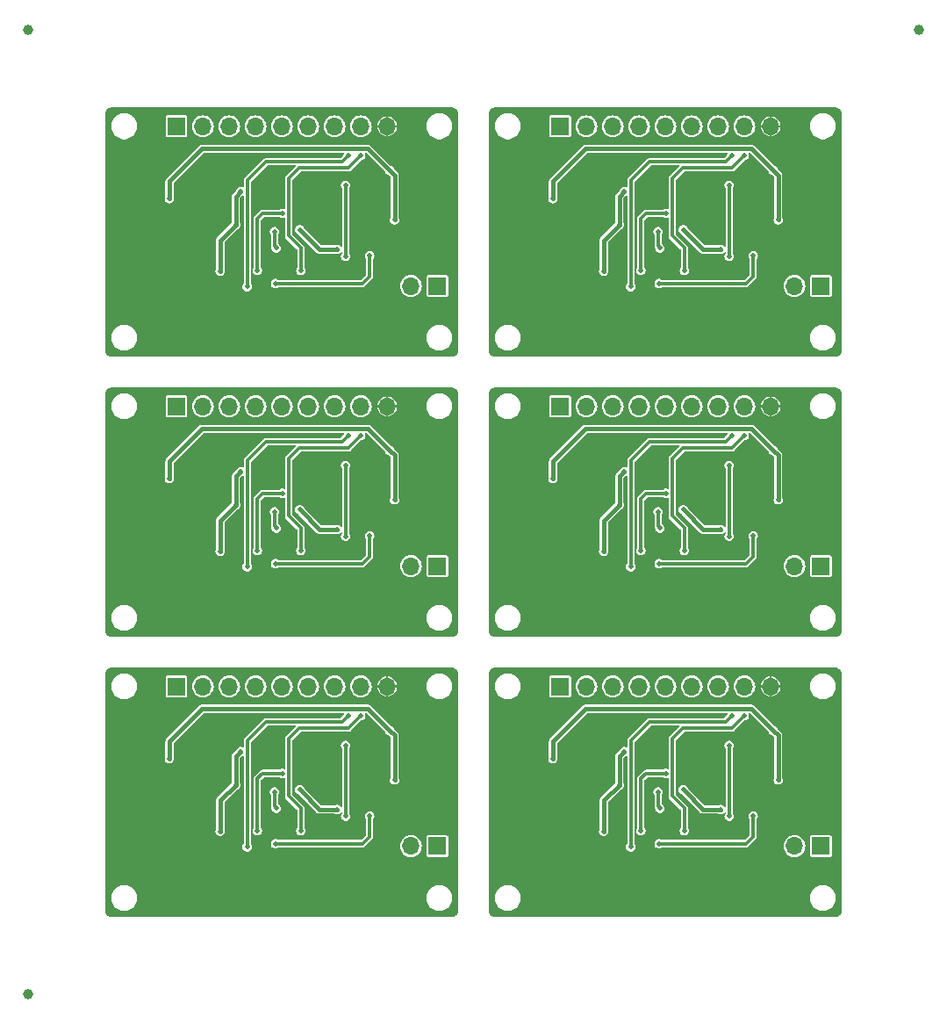
<source format=gbr>
%TF.GenerationSoftware,KiCad,Pcbnew,8.0.3*%
%TF.CreationDate,2024-12-25T16:19:31+08:00*%
%TF.ProjectId,ICM-42688_Panelized,49434d2d-3432-4363-9838-5f50616e656c,rev?*%
%TF.SameCoordinates,Original*%
%TF.FileFunction,Copper,L2,Bot*%
%TF.FilePolarity,Positive*%
%FSLAX46Y46*%
G04 Gerber Fmt 4.6, Leading zero omitted, Abs format (unit mm)*
G04 Created by KiCad (PCBNEW 8.0.3) date 2024-12-25 16:19:31*
%MOMM*%
%LPD*%
G01*
G04 APERTURE LIST*
%TA.AperFunction,ComponentPad*%
%ADD10R,1.700000X1.700000*%
%TD*%
%TA.AperFunction,ComponentPad*%
%ADD11O,1.700000X1.700000*%
%TD*%
%TA.AperFunction,SMDPad,CuDef*%
%ADD12C,1.000000*%
%TD*%
%TA.AperFunction,ViaPad*%
%ADD13C,0.500000*%
%TD*%
%TA.AperFunction,Conductor*%
%ADD14C,0.400000*%
%TD*%
%TA.AperFunction,Conductor*%
%ADD15C,0.300000*%
%TD*%
G04 APERTURE END LIST*
D10*
%TO.P,JP1,1,A*%
%TO.N,Board_3-Net-(JP1-A)*%
X182010000Y-71700000D03*
D11*
%TO.P,JP1,2,B*%
%TO.N,Board_3-/AP_CS_3V3*%
X179470000Y-71700000D03*
%TD*%
D10*
%TO.P,JP1,1,A*%
%TO.N,Board_2-Net-(JP1-A)*%
X145010000Y-71700000D03*
D11*
%TO.P,JP1,2,B*%
%TO.N,Board_2-/AP_CS_3V3*%
X142470000Y-71700000D03*
%TD*%
D10*
%TO.P,JP1,1,A*%
%TO.N,Board_5-Net-(JP1-A)*%
X182010000Y-98700000D03*
D11*
%TO.P,JP1,2,B*%
%TO.N,Board_5-/AP_CS_3V3*%
X179470000Y-98700000D03*
%TD*%
D10*
%TO.P,J1,1,Pin_1*%
%TO.N,Board_3-VCC*%
X156850000Y-56300000D03*
D11*
%TO.P,J1,2,Pin_2*%
%TO.N,Board_3-+3V3*%
X159390000Y-56300000D03*
%TO.P,J1,3,Pin_3*%
%TO.N,Board_3-/DOUT_AD0*%
X161930000Y-56300000D03*
%TO.P,J1,4,Pin_4*%
%TO.N,Board_3-/SDA_DIN*%
X164470000Y-56300000D03*
%TO.P,J1,5,Pin_5*%
%TO.N,Board_3-/SCL_SCLK*%
X167010000Y-56300000D03*
%TO.P,J1,6,Pin_6*%
%TO.N,Board_3-/AP_CS*%
X169550000Y-56300000D03*
%TO.P,J1,7,Pin_7*%
%TO.N,Board_3-/INT1*%
X172090000Y-56300000D03*
%TO.P,J1,8,Pin_8*%
%TO.N,Board_3-/INT2*%
X174630000Y-56300000D03*
%TO.P,J1,9,Pin_9*%
%TO.N,Board_3-GND*%
X177170000Y-56300000D03*
%TD*%
D10*
%TO.P,J1,1,Pin_1*%
%TO.N,Board_4-VCC*%
X119850000Y-83300000D03*
D11*
%TO.P,J1,2,Pin_2*%
%TO.N,Board_4-+3V3*%
X122390000Y-83300000D03*
%TO.P,J1,3,Pin_3*%
%TO.N,Board_4-/DOUT_AD0*%
X124930000Y-83300000D03*
%TO.P,J1,4,Pin_4*%
%TO.N,Board_4-/SDA_DIN*%
X127470000Y-83300000D03*
%TO.P,J1,5,Pin_5*%
%TO.N,Board_4-/SCL_SCLK*%
X130010000Y-83300000D03*
%TO.P,J1,6,Pin_6*%
%TO.N,Board_4-/AP_CS*%
X132550000Y-83300000D03*
%TO.P,J1,7,Pin_7*%
%TO.N,Board_4-/INT1*%
X135090000Y-83300000D03*
%TO.P,J1,8,Pin_8*%
%TO.N,Board_4-/INT2*%
X137630000Y-83300000D03*
%TO.P,J1,9,Pin_9*%
%TO.N,Board_4-GND*%
X140170000Y-83300000D03*
%TD*%
D10*
%TO.P,J1,1,Pin_1*%
%TO.N,Board_2-VCC*%
X119850000Y-56300000D03*
D11*
%TO.P,J1,2,Pin_2*%
%TO.N,Board_2-+3V3*%
X122390000Y-56300000D03*
%TO.P,J1,3,Pin_3*%
%TO.N,Board_2-/DOUT_AD0*%
X124930000Y-56300000D03*
%TO.P,J1,4,Pin_4*%
%TO.N,Board_2-/SDA_DIN*%
X127470000Y-56300000D03*
%TO.P,J1,5,Pin_5*%
%TO.N,Board_2-/SCL_SCLK*%
X130010000Y-56300000D03*
%TO.P,J1,6,Pin_6*%
%TO.N,Board_2-/AP_CS*%
X132550000Y-56300000D03*
%TO.P,J1,7,Pin_7*%
%TO.N,Board_2-/INT1*%
X135090000Y-56300000D03*
%TO.P,J1,8,Pin_8*%
%TO.N,Board_2-/INT2*%
X137630000Y-56300000D03*
%TO.P,J1,9,Pin_9*%
%TO.N,Board_2-GND*%
X140170000Y-56300000D03*
%TD*%
D10*
%TO.P,JP1,1,A*%
%TO.N,Board_0-Net-(JP1-A)*%
X145010000Y-44700000D03*
D11*
%TO.P,JP1,2,B*%
%TO.N,Board_0-/AP_CS_3V3*%
X142470000Y-44700000D03*
%TD*%
D10*
%TO.P,J1,1,Pin_1*%
%TO.N,Board_5-VCC*%
X156850000Y-83300000D03*
D11*
%TO.P,J1,2,Pin_2*%
%TO.N,Board_5-+3V3*%
X159390000Y-83300000D03*
%TO.P,J1,3,Pin_3*%
%TO.N,Board_5-/DOUT_AD0*%
X161930000Y-83300000D03*
%TO.P,J1,4,Pin_4*%
%TO.N,Board_5-/SDA_DIN*%
X164470000Y-83300000D03*
%TO.P,J1,5,Pin_5*%
%TO.N,Board_5-/SCL_SCLK*%
X167010000Y-83300000D03*
%TO.P,J1,6,Pin_6*%
%TO.N,Board_5-/AP_CS*%
X169550000Y-83300000D03*
%TO.P,J1,7,Pin_7*%
%TO.N,Board_5-/INT1*%
X172090000Y-83300000D03*
%TO.P,J1,8,Pin_8*%
%TO.N,Board_5-/INT2*%
X174630000Y-83300000D03*
%TO.P,J1,9,Pin_9*%
%TO.N,Board_5-GND*%
X177170000Y-83300000D03*
%TD*%
D10*
%TO.P,J1,1,Pin_1*%
%TO.N,Board_0-VCC*%
X119850000Y-29300000D03*
D11*
%TO.P,J1,2,Pin_2*%
%TO.N,Board_0-+3V3*%
X122390000Y-29300000D03*
%TO.P,J1,3,Pin_3*%
%TO.N,Board_0-/DOUT_AD0*%
X124930000Y-29300000D03*
%TO.P,J1,4,Pin_4*%
%TO.N,Board_0-/SDA_DIN*%
X127470000Y-29300000D03*
%TO.P,J1,5,Pin_5*%
%TO.N,Board_0-/SCL_SCLK*%
X130010000Y-29300000D03*
%TO.P,J1,6,Pin_6*%
%TO.N,Board_0-/AP_CS*%
X132550000Y-29300000D03*
%TO.P,J1,7,Pin_7*%
%TO.N,Board_0-/INT1*%
X135090000Y-29300000D03*
%TO.P,J1,8,Pin_8*%
%TO.N,Board_0-/INT2*%
X137630000Y-29300000D03*
%TO.P,J1,9,Pin_9*%
%TO.N,Board_0-GND*%
X140170000Y-29300000D03*
%TD*%
D10*
%TO.P,JP1,1,A*%
%TO.N,Board_1-Net-(JP1-A)*%
X182010000Y-44700000D03*
D11*
%TO.P,JP1,2,B*%
%TO.N,Board_1-/AP_CS_3V3*%
X179470000Y-44700000D03*
%TD*%
D10*
%TO.P,JP1,1,A*%
%TO.N,Board_4-Net-(JP1-A)*%
X145010000Y-98700000D03*
D11*
%TO.P,JP1,2,B*%
%TO.N,Board_4-/AP_CS_3V3*%
X142470000Y-98700000D03*
%TD*%
D10*
%TO.P,J1,1,Pin_1*%
%TO.N,Board_1-VCC*%
X156850000Y-29300000D03*
D11*
%TO.P,J1,2,Pin_2*%
%TO.N,Board_1-+3V3*%
X159390000Y-29300000D03*
%TO.P,J1,3,Pin_3*%
%TO.N,Board_1-/DOUT_AD0*%
X161930000Y-29300000D03*
%TO.P,J1,4,Pin_4*%
%TO.N,Board_1-/SDA_DIN*%
X164470000Y-29300000D03*
%TO.P,J1,5,Pin_5*%
%TO.N,Board_1-/SCL_SCLK*%
X167010000Y-29300000D03*
%TO.P,J1,6,Pin_6*%
%TO.N,Board_1-/AP_CS*%
X169550000Y-29300000D03*
%TO.P,J1,7,Pin_7*%
%TO.N,Board_1-/INT1*%
X172090000Y-29300000D03*
%TO.P,J1,8,Pin_8*%
%TO.N,Board_1-/INT2*%
X174630000Y-29300000D03*
%TO.P,J1,9,Pin_9*%
%TO.N,Board_1-GND*%
X177170000Y-29300000D03*
%TD*%
D12*
%TO.P,KiKit_FID_B_2,*%
%TO.N,*%
X191500000Y-20000000D03*
%TD*%
%TO.P,KiKit_FID_B_3,*%
%TO.N,*%
X105500000Y-113000000D03*
%TD*%
%TO.P,KiKit_FID_B_1,*%
%TO.N,*%
X105500000Y-20000000D03*
%TD*%
D13*
%TO.N,Board_0-+3V3*%
X135340000Y-41170000D03*
X126035000Y-35585000D03*
X125560000Y-38800000D03*
X124060000Y-43270000D03*
X131740000Y-39270000D03*
%TO.N,Board_0-/DOUT_AD0_3V3*%
X127650000Y-43200000D03*
X130050000Y-37690000D03*
%TO.N,Board_0-/INT1*%
X126670000Y-44770000D03*
X136410000Y-32120000D03*
%TO.N,Board_0-/INT2*%
X131840000Y-43210000D03*
X137630000Y-32120000D03*
%TO.N,Board_0-/SCL_SCLK_3V3*%
X129400000Y-44460000D03*
X138480291Y-41800000D03*
%TO.N,Board_0-/SDA_DIN_3V3*%
X129305896Y-39463148D03*
X129475000Y-41045000D03*
%TO.N,Board_0-GND*%
X132100000Y-36700000D03*
X129300000Y-46700000D03*
X133900000Y-37500000D03*
X132300000Y-46700000D03*
X131300000Y-46700000D03*
X121300000Y-38900000D03*
X124300000Y-38900000D03*
X130300000Y-46700000D03*
X120300000Y-38900000D03*
X130950000Y-43425000D03*
X123300000Y-38900000D03*
X127600000Y-46700000D03*
X131700000Y-37300000D03*
X122300000Y-38900000D03*
X137200000Y-37900000D03*
X135500000Y-36600000D03*
%TO.N,Board_0-Net-(D3-A)*%
X136164915Y-41820000D03*
X136164915Y-34988606D03*
%TO.N,Board_0-VDD*%
X119160000Y-36280000D03*
X140415000Y-33545000D03*
X140895000Y-38315000D03*
%TO.N,Board_1-+3V3*%
X161060000Y-43270000D03*
X172340000Y-41170000D03*
X162560000Y-38800000D03*
X163035000Y-35585000D03*
X168740000Y-39270000D03*
%TO.N,Board_1-/DOUT_AD0_3V3*%
X164650000Y-43200000D03*
X167050000Y-37690000D03*
%TO.N,Board_1-/INT1*%
X163670000Y-44770000D03*
X173410000Y-32120000D03*
%TO.N,Board_1-/INT2*%
X168840000Y-43210000D03*
X174630000Y-32120000D03*
%TO.N,Board_1-/SCL_SCLK_3V3*%
X166400000Y-44460000D03*
X175480291Y-41800000D03*
%TO.N,Board_1-/SDA_DIN_3V3*%
X166305896Y-39463148D03*
X166475000Y-41045000D03*
%TO.N,Board_1-GND*%
X172500000Y-36600000D03*
X167300000Y-46700000D03*
X157300000Y-38900000D03*
X158300000Y-38900000D03*
X159300000Y-38900000D03*
X168700000Y-37300000D03*
X169100000Y-36700000D03*
X170900000Y-37500000D03*
X166300000Y-46700000D03*
X161300000Y-38900000D03*
X160300000Y-38900000D03*
X167950000Y-43425000D03*
X164600000Y-46700000D03*
X174200000Y-37900000D03*
X168300000Y-46700000D03*
X169300000Y-46700000D03*
%TO.N,Board_1-Net-(D3-A)*%
X173164915Y-41820000D03*
X173164915Y-34988606D03*
%TO.N,Board_1-VDD*%
X156160000Y-36280000D03*
X177895000Y-38315000D03*
X177415000Y-33545000D03*
%TO.N,Board_2-+3V3*%
X135340000Y-68170000D03*
X124060000Y-70270000D03*
X125560000Y-65800000D03*
X131740000Y-66270000D03*
X126035000Y-62585000D03*
%TO.N,Board_2-/DOUT_AD0_3V3*%
X130050000Y-64690000D03*
X127650000Y-70200000D03*
%TO.N,Board_2-/INT1*%
X126670000Y-71770000D03*
X136410000Y-59120000D03*
%TO.N,Board_2-/INT2*%
X131840000Y-70210000D03*
X137630000Y-59120000D03*
%TO.N,Board_2-/SCL_SCLK_3V3*%
X129400000Y-71460000D03*
X138480291Y-68800000D03*
%TO.N,Board_2-/SDA_DIN_3V3*%
X129475000Y-68045000D03*
X129305896Y-66463148D03*
%TO.N,Board_2-GND*%
X129300000Y-73700000D03*
X135500000Y-63600000D03*
X137200000Y-64900000D03*
X127600000Y-73700000D03*
X131700000Y-64300000D03*
X132100000Y-63700000D03*
X133900000Y-64500000D03*
X123300000Y-65900000D03*
X122300000Y-65900000D03*
X124300000Y-65900000D03*
X130950000Y-70425000D03*
X130300000Y-73700000D03*
X120300000Y-65900000D03*
X121300000Y-65900000D03*
X131300000Y-73700000D03*
X132300000Y-73700000D03*
%TO.N,Board_2-Net-(D3-A)*%
X136164915Y-61988606D03*
X136164915Y-68820000D03*
%TO.N,Board_2-VDD*%
X140415000Y-60545000D03*
X140895000Y-65315000D03*
X119160000Y-63280000D03*
%TO.N,Board_3-+3V3*%
X172340000Y-68170000D03*
X163035000Y-62585000D03*
X168740000Y-66270000D03*
X161060000Y-70270000D03*
X162560000Y-65800000D03*
%TO.N,Board_3-/DOUT_AD0_3V3*%
X167050000Y-64690000D03*
X164650000Y-70200000D03*
%TO.N,Board_3-/INT1*%
X173410000Y-59120000D03*
X163670000Y-71770000D03*
%TO.N,Board_3-/INT2*%
X174630000Y-59120000D03*
X168840000Y-70210000D03*
%TO.N,Board_3-/SCL_SCLK_3V3*%
X175480291Y-68800000D03*
X166400000Y-71460000D03*
%TO.N,Board_3-/SDA_DIN_3V3*%
X166475000Y-68045000D03*
X166305896Y-66463148D03*
%TO.N,Board_3-GND*%
X169300000Y-73700000D03*
X159300000Y-65900000D03*
X164600000Y-73700000D03*
X172500000Y-63600000D03*
X166300000Y-73700000D03*
X167300000Y-73700000D03*
X161300000Y-65900000D03*
X170900000Y-64500000D03*
X158300000Y-65900000D03*
X168300000Y-73700000D03*
X169100000Y-63700000D03*
X167950000Y-70425000D03*
X160300000Y-65900000D03*
X168700000Y-64300000D03*
X157300000Y-65900000D03*
X174200000Y-64900000D03*
%TO.N,Board_3-Net-(D3-A)*%
X173164915Y-68820000D03*
X173164915Y-61988606D03*
%TO.N,Board_3-VDD*%
X177415000Y-60545000D03*
X177895000Y-65315000D03*
X156160000Y-63280000D03*
%TO.N,Board_4-+3V3*%
X125560000Y-92800000D03*
X126035000Y-89585000D03*
X135340000Y-95170000D03*
X131740000Y-93270000D03*
X124060000Y-97270000D03*
%TO.N,Board_4-/DOUT_AD0_3V3*%
X127650000Y-97200000D03*
X130050000Y-91690000D03*
%TO.N,Board_4-/INT1*%
X136410000Y-86120000D03*
X126670000Y-98770000D03*
%TO.N,Board_4-/INT2*%
X137630000Y-86120000D03*
X131840000Y-97210000D03*
%TO.N,Board_4-/SCL_SCLK_3V3*%
X129400000Y-98460000D03*
X138480291Y-95800000D03*
%TO.N,Board_4-/SDA_DIN_3V3*%
X129475000Y-95045000D03*
X129305896Y-93463148D03*
%TO.N,Board_4-GND*%
X131700000Y-91300000D03*
X132300000Y-100700000D03*
X120300000Y-92900000D03*
X130950000Y-97425000D03*
X133900000Y-91500000D03*
X127600000Y-100700000D03*
X123300000Y-92900000D03*
X132100000Y-90700000D03*
X124300000Y-92900000D03*
X121300000Y-92900000D03*
X131300000Y-100700000D03*
X137200000Y-91900000D03*
X122300000Y-92900000D03*
X130300000Y-100700000D03*
X135500000Y-90600000D03*
X129300000Y-100700000D03*
%TO.N,Board_4-Net-(D3-A)*%
X136164915Y-95820000D03*
X136164915Y-88988606D03*
%TO.N,Board_4-VDD*%
X119160000Y-90280000D03*
X140895000Y-92315000D03*
X140415000Y-87545000D03*
%TO.N,Board_5-+3V3*%
X172340000Y-95170000D03*
X163035000Y-89585000D03*
X162560000Y-92800000D03*
X168740000Y-93270000D03*
X161060000Y-97270000D03*
%TO.N,Board_5-/DOUT_AD0_3V3*%
X164650000Y-97200000D03*
X167050000Y-91690000D03*
%TO.N,Board_5-/INT1*%
X163670000Y-98770000D03*
X173410000Y-86120000D03*
%TO.N,Board_5-/INT2*%
X168840000Y-97210000D03*
X174630000Y-86120000D03*
%TO.N,Board_5-/SCL_SCLK_3V3*%
X166400000Y-98460000D03*
X175480291Y-95800000D03*
%TO.N,Board_5-/SDA_DIN_3V3*%
X166305896Y-93463148D03*
X166475000Y-95045000D03*
%TO.N,Board_5-GND*%
X166300000Y-100700000D03*
X157300000Y-92900000D03*
X161300000Y-92900000D03*
X168300000Y-100700000D03*
X164600000Y-100700000D03*
X159300000Y-92900000D03*
X169100000Y-90700000D03*
X160300000Y-92900000D03*
X168700000Y-91300000D03*
X167300000Y-100700000D03*
X174200000Y-91900000D03*
X158300000Y-92900000D03*
X169300000Y-100700000D03*
X172500000Y-90600000D03*
X170900000Y-91500000D03*
X167950000Y-97425000D03*
%TO.N,Board_5-Net-(D3-A)*%
X173164915Y-95820000D03*
X173164915Y-88988606D03*
%TO.N,Board_5-VDD*%
X177415000Y-87545000D03*
X177895000Y-92315000D03*
X156160000Y-90280000D03*
%TD*%
D14*
%TO.N,Board_0-+3V3*%
X125560000Y-38800000D02*
X125560000Y-36060000D01*
X124060000Y-43270000D02*
X124060000Y-40300000D01*
X133640000Y-41170000D02*
X135340000Y-41170000D01*
X124060000Y-40300000D02*
X125560000Y-38800000D01*
X125560000Y-36060000D02*
X126035000Y-35585000D01*
X131740000Y-39270000D02*
X133640000Y-41170000D01*
D15*
%TO.N,Board_0-/DOUT_AD0_3V3*%
X127650000Y-43200000D02*
X127650000Y-38185000D01*
X127650000Y-38185000D02*
X128145000Y-37690000D01*
X128145000Y-37690000D02*
X130050000Y-37690000D01*
%TO.N,Board_0-/INT1*%
X136410000Y-32120000D02*
X135830000Y-32700000D01*
X128490000Y-32700000D02*
X126670000Y-34520000D01*
X126670000Y-34520000D02*
X126670000Y-44770000D01*
X135830000Y-32700000D02*
X128490000Y-32700000D01*
%TO.N,Board_0-/INT2*%
X131840000Y-43210000D02*
X131840000Y-41040000D01*
X136450000Y-33300000D02*
X137630000Y-32120000D01*
X131700000Y-33300000D02*
X136450000Y-33300000D01*
X130650000Y-34350000D02*
X131700000Y-33300000D01*
X130650000Y-39850000D02*
X130650000Y-34350000D01*
X131840000Y-41040000D02*
X130650000Y-39850000D01*
%TO.N,Board_0-/SCL_SCLK_3V3*%
X138480291Y-43789709D02*
X138480291Y-41800000D01*
X129400000Y-44460000D02*
X137810000Y-44460000D01*
X137810000Y-44460000D02*
X138480291Y-43789709D01*
%TO.N,Board_0-/SDA_DIN_3V3*%
X129305896Y-39463148D02*
X129305896Y-40875896D01*
X129305896Y-40875896D02*
X129475000Y-41045000D01*
%TO.N,Board_0-Net-(D3-A)*%
X136164915Y-41820000D02*
X136164915Y-34988606D01*
D14*
%TO.N,Board_0-VDD*%
X140415000Y-33545000D02*
X140895000Y-34025000D01*
X119160000Y-34610000D02*
X119160000Y-36280000D01*
X138340000Y-31470000D02*
X122300000Y-31470000D01*
X140415000Y-33545000D02*
X138340000Y-31470000D01*
X140895000Y-34025000D02*
X140895000Y-38315000D01*
X122300000Y-31470000D02*
X119160000Y-34610000D01*
%TO.N,Board_1-+3V3*%
X162560000Y-36060000D02*
X163035000Y-35585000D01*
X161060000Y-40300000D02*
X162560000Y-38800000D01*
X170640000Y-41170000D02*
X172340000Y-41170000D01*
X168740000Y-39270000D02*
X170640000Y-41170000D01*
X161060000Y-43270000D02*
X161060000Y-40300000D01*
X162560000Y-38800000D02*
X162560000Y-36060000D01*
D15*
%TO.N,Board_1-/DOUT_AD0_3V3*%
X165145000Y-37690000D02*
X167050000Y-37690000D01*
X164650000Y-38185000D02*
X165145000Y-37690000D01*
X164650000Y-43200000D02*
X164650000Y-38185000D01*
%TO.N,Board_1-/INT1*%
X163670000Y-34520000D02*
X163670000Y-44770000D01*
X173410000Y-32120000D02*
X172830000Y-32700000D01*
X172830000Y-32700000D02*
X165490000Y-32700000D01*
X165490000Y-32700000D02*
X163670000Y-34520000D01*
%TO.N,Board_1-/INT2*%
X168700000Y-33300000D02*
X173450000Y-33300000D01*
X167650000Y-39850000D02*
X167650000Y-34350000D01*
X173450000Y-33300000D02*
X174630000Y-32120000D01*
X167650000Y-34350000D02*
X168700000Y-33300000D01*
X168840000Y-43210000D02*
X168840000Y-41040000D01*
X168840000Y-41040000D02*
X167650000Y-39850000D01*
%TO.N,Board_1-/SCL_SCLK_3V3*%
X174810000Y-44460000D02*
X175480291Y-43789709D01*
X166400000Y-44460000D02*
X174810000Y-44460000D01*
X175480291Y-43789709D02*
X175480291Y-41800000D01*
%TO.N,Board_1-/SDA_DIN_3V3*%
X166305896Y-39463148D02*
X166305896Y-40875896D01*
X166305896Y-40875896D02*
X166475000Y-41045000D01*
%TO.N,Board_1-Net-(D3-A)*%
X173164915Y-41820000D02*
X173164915Y-34988606D01*
D14*
%TO.N,Board_1-VDD*%
X177415000Y-33545000D02*
X175340000Y-31470000D01*
X159300000Y-31470000D02*
X156160000Y-34610000D01*
X156160000Y-34610000D02*
X156160000Y-36280000D01*
X177895000Y-34025000D02*
X177895000Y-38315000D01*
X177415000Y-33545000D02*
X177895000Y-34025000D01*
X175340000Y-31470000D02*
X159300000Y-31470000D01*
%TO.N,Board_2-+3V3*%
X125560000Y-63060000D02*
X126035000Y-62585000D01*
X133640000Y-68170000D02*
X135340000Y-68170000D01*
X125560000Y-65800000D02*
X125560000Y-63060000D01*
X124060000Y-67300000D02*
X125560000Y-65800000D01*
X131740000Y-66270000D02*
X133640000Y-68170000D01*
X124060000Y-70270000D02*
X124060000Y-67300000D01*
D15*
%TO.N,Board_2-/DOUT_AD0_3V3*%
X127650000Y-70200000D02*
X127650000Y-65185000D01*
X127650000Y-65185000D02*
X128145000Y-64690000D01*
X128145000Y-64690000D02*
X130050000Y-64690000D01*
%TO.N,Board_2-/INT1*%
X135830000Y-59700000D02*
X128490000Y-59700000D01*
X136410000Y-59120000D02*
X135830000Y-59700000D01*
X126670000Y-61520000D02*
X126670000Y-71770000D01*
X128490000Y-59700000D02*
X126670000Y-61520000D01*
%TO.N,Board_2-/INT2*%
X136450000Y-60300000D02*
X137630000Y-59120000D01*
X131840000Y-70210000D02*
X131840000Y-68040000D01*
X131840000Y-68040000D02*
X130650000Y-66850000D01*
X130650000Y-61350000D02*
X131700000Y-60300000D01*
X131700000Y-60300000D02*
X136450000Y-60300000D01*
X130650000Y-66850000D02*
X130650000Y-61350000D01*
%TO.N,Board_2-/SCL_SCLK_3V3*%
X138480291Y-70789709D02*
X138480291Y-68800000D01*
X129400000Y-71460000D02*
X137810000Y-71460000D01*
X137810000Y-71460000D02*
X138480291Y-70789709D01*
%TO.N,Board_2-/SDA_DIN_3V3*%
X129305896Y-66463148D02*
X129305896Y-67875896D01*
X129305896Y-67875896D02*
X129475000Y-68045000D01*
%TO.N,Board_2-Net-(D3-A)*%
X136164915Y-68820000D02*
X136164915Y-61988606D01*
D14*
%TO.N,Board_2-VDD*%
X140415000Y-60545000D02*
X138340000Y-58470000D01*
X119160000Y-61610000D02*
X119160000Y-63280000D01*
X140895000Y-61025000D02*
X140895000Y-65315000D01*
X122300000Y-58470000D02*
X119160000Y-61610000D01*
X140415000Y-60545000D02*
X140895000Y-61025000D01*
X138340000Y-58470000D02*
X122300000Y-58470000D01*
%TO.N,Board_3-+3V3*%
X170640000Y-68170000D02*
X172340000Y-68170000D01*
X162560000Y-63060000D02*
X163035000Y-62585000D01*
X161060000Y-70270000D02*
X161060000Y-67300000D01*
X161060000Y-67300000D02*
X162560000Y-65800000D01*
X168740000Y-66270000D02*
X170640000Y-68170000D01*
X162560000Y-65800000D02*
X162560000Y-63060000D01*
D15*
%TO.N,Board_3-/DOUT_AD0_3V3*%
X165145000Y-64690000D02*
X167050000Y-64690000D01*
X164650000Y-70200000D02*
X164650000Y-65185000D01*
X164650000Y-65185000D02*
X165145000Y-64690000D01*
%TO.N,Board_3-/INT1*%
X172830000Y-59700000D02*
X165490000Y-59700000D01*
X165490000Y-59700000D02*
X163670000Y-61520000D01*
X173410000Y-59120000D02*
X172830000Y-59700000D01*
X163670000Y-61520000D02*
X163670000Y-71770000D01*
%TO.N,Board_3-/INT2*%
X168840000Y-70210000D02*
X168840000Y-68040000D01*
X173450000Y-60300000D02*
X174630000Y-59120000D01*
X167650000Y-61350000D02*
X168700000Y-60300000D01*
X167650000Y-66850000D02*
X167650000Y-61350000D01*
X168840000Y-68040000D02*
X167650000Y-66850000D01*
X168700000Y-60300000D02*
X173450000Y-60300000D01*
%TO.N,Board_3-/SCL_SCLK_3V3*%
X175480291Y-70789709D02*
X175480291Y-68800000D01*
X174810000Y-71460000D02*
X175480291Y-70789709D01*
X166400000Y-71460000D02*
X174810000Y-71460000D01*
%TO.N,Board_3-/SDA_DIN_3V3*%
X166305896Y-66463148D02*
X166305896Y-67875896D01*
X166305896Y-67875896D02*
X166475000Y-68045000D01*
%TO.N,Board_3-Net-(D3-A)*%
X173164915Y-68820000D02*
X173164915Y-61988606D01*
D14*
%TO.N,Board_3-VDD*%
X177895000Y-61025000D02*
X177895000Y-65315000D01*
X177415000Y-60545000D02*
X175340000Y-58470000D01*
X177415000Y-60545000D02*
X177895000Y-61025000D01*
X175340000Y-58470000D02*
X159300000Y-58470000D01*
X156160000Y-61610000D02*
X156160000Y-63280000D01*
X159300000Y-58470000D02*
X156160000Y-61610000D01*
%TO.N,Board_4-+3V3*%
X124060000Y-97270000D02*
X124060000Y-94300000D01*
X125560000Y-90060000D02*
X126035000Y-89585000D01*
X124060000Y-94300000D02*
X125560000Y-92800000D01*
X125560000Y-92800000D02*
X125560000Y-90060000D01*
X131740000Y-93270000D02*
X133640000Y-95170000D01*
X133640000Y-95170000D02*
X135340000Y-95170000D01*
D15*
%TO.N,Board_4-/DOUT_AD0_3V3*%
X128145000Y-91690000D02*
X130050000Y-91690000D01*
X127650000Y-92185000D02*
X128145000Y-91690000D01*
X127650000Y-97200000D02*
X127650000Y-92185000D01*
%TO.N,Board_4-/INT1*%
X128490000Y-86700000D02*
X126670000Y-88520000D01*
X136410000Y-86120000D02*
X135830000Y-86700000D01*
X135830000Y-86700000D02*
X128490000Y-86700000D01*
X126670000Y-88520000D02*
X126670000Y-98770000D01*
%TO.N,Board_4-/INT2*%
X136450000Y-87300000D02*
X137630000Y-86120000D01*
X131840000Y-95040000D02*
X130650000Y-93850000D01*
X130650000Y-93850000D02*
X130650000Y-88350000D01*
X131700000Y-87300000D02*
X136450000Y-87300000D01*
X131840000Y-97210000D02*
X131840000Y-95040000D01*
X130650000Y-88350000D02*
X131700000Y-87300000D01*
%TO.N,Board_4-/SCL_SCLK_3V3*%
X137810000Y-98460000D02*
X138480291Y-97789709D01*
X129400000Y-98460000D02*
X137810000Y-98460000D01*
X138480291Y-97789709D02*
X138480291Y-95800000D01*
%TO.N,Board_4-/SDA_DIN_3V3*%
X129305896Y-93463148D02*
X129305896Y-94875896D01*
X129305896Y-94875896D02*
X129475000Y-95045000D01*
%TO.N,Board_4-Net-(D3-A)*%
X136164915Y-95820000D02*
X136164915Y-88988606D01*
D14*
%TO.N,Board_4-VDD*%
X122300000Y-85470000D02*
X119160000Y-88610000D01*
X138340000Y-85470000D02*
X122300000Y-85470000D01*
X140895000Y-88025000D02*
X140895000Y-92315000D01*
X119160000Y-88610000D02*
X119160000Y-90280000D01*
X140415000Y-87545000D02*
X138340000Y-85470000D01*
X140415000Y-87545000D02*
X140895000Y-88025000D01*
%TO.N,Board_5-+3V3*%
X162560000Y-90060000D02*
X163035000Y-89585000D01*
X161060000Y-94300000D02*
X162560000Y-92800000D01*
X161060000Y-97270000D02*
X161060000Y-94300000D01*
X168740000Y-93270000D02*
X170640000Y-95170000D01*
X162560000Y-92800000D02*
X162560000Y-90060000D01*
X170640000Y-95170000D02*
X172340000Y-95170000D01*
D15*
%TO.N,Board_5-/DOUT_AD0_3V3*%
X165145000Y-91690000D02*
X167050000Y-91690000D01*
X164650000Y-92185000D02*
X165145000Y-91690000D01*
X164650000Y-97200000D02*
X164650000Y-92185000D01*
%TO.N,Board_5-/INT1*%
X165490000Y-86700000D02*
X163670000Y-88520000D01*
X172830000Y-86700000D02*
X165490000Y-86700000D01*
X173410000Y-86120000D02*
X172830000Y-86700000D01*
X163670000Y-88520000D02*
X163670000Y-98770000D01*
%TO.N,Board_5-/INT2*%
X168840000Y-95040000D02*
X167650000Y-93850000D01*
X168840000Y-97210000D02*
X168840000Y-95040000D01*
X168700000Y-87300000D02*
X173450000Y-87300000D01*
X167650000Y-88350000D02*
X168700000Y-87300000D01*
X167650000Y-93850000D02*
X167650000Y-88350000D01*
X173450000Y-87300000D02*
X174630000Y-86120000D01*
%TO.N,Board_5-/SCL_SCLK_3V3*%
X174810000Y-98460000D02*
X175480291Y-97789709D01*
X175480291Y-97789709D02*
X175480291Y-95800000D01*
X166400000Y-98460000D02*
X174810000Y-98460000D01*
%TO.N,Board_5-/SDA_DIN_3V3*%
X166305896Y-93463148D02*
X166305896Y-94875896D01*
X166305896Y-94875896D02*
X166475000Y-95045000D01*
%TO.N,Board_5-Net-(D3-A)*%
X173164915Y-95820000D02*
X173164915Y-88988606D01*
D14*
%TO.N,Board_5-VDD*%
X156160000Y-88610000D02*
X156160000Y-90280000D01*
X177895000Y-88025000D02*
X177895000Y-92315000D01*
X159300000Y-85470000D02*
X156160000Y-88610000D01*
X177415000Y-87545000D02*
X177895000Y-88025000D01*
X177415000Y-87545000D02*
X175340000Y-85470000D01*
X175340000Y-85470000D02*
X159300000Y-85470000D01*
%TD*%
%TA.AperFunction,Conductor*%
%TO.N,Board_5-GND*%
G36*
X183502733Y-81500808D02*
G01*
X183605665Y-81512406D01*
X183616361Y-81514847D01*
X183711519Y-81548144D01*
X183721393Y-81552899D01*
X183806759Y-81606538D01*
X183815337Y-81613379D01*
X183886620Y-81684662D01*
X183893461Y-81693240D01*
X183947097Y-81778600D01*
X183951858Y-81788487D01*
X183985151Y-81883637D01*
X183987593Y-81894333D01*
X183999192Y-81997265D01*
X183999500Y-82002752D01*
X183999500Y-104997247D01*
X183999192Y-105002734D01*
X183987593Y-105105666D01*
X183985151Y-105116362D01*
X183951858Y-105211512D01*
X183947097Y-105221399D01*
X183893461Y-105306759D01*
X183886620Y-105315337D01*
X183815337Y-105386620D01*
X183806759Y-105393461D01*
X183721399Y-105447097D01*
X183711512Y-105451858D01*
X183616362Y-105485151D01*
X183605666Y-105487593D01*
X183509877Y-105498386D01*
X183502732Y-105499192D01*
X183497247Y-105499500D01*
X150502753Y-105499500D01*
X150497267Y-105499192D01*
X150489061Y-105498267D01*
X150394333Y-105487593D01*
X150383637Y-105485151D01*
X150319221Y-105462612D01*
X150288484Y-105451856D01*
X150278603Y-105447098D01*
X150193240Y-105393461D01*
X150184662Y-105386620D01*
X150113379Y-105315337D01*
X150106538Y-105306759D01*
X150052899Y-105221393D01*
X150048144Y-105211519D01*
X150014847Y-105116361D01*
X150012406Y-105105665D01*
X150000808Y-105002733D01*
X150000500Y-104997247D01*
X150000500Y-103601583D01*
X150549500Y-103601583D01*
X150549500Y-103798416D01*
X150580290Y-103992823D01*
X150580291Y-103992826D01*
X150641116Y-104180026D01*
X150730472Y-104355399D01*
X150730475Y-104355403D01*
X150730476Y-104355405D01*
X150846172Y-104514646D01*
X150846174Y-104514648D01*
X150846177Y-104514652D01*
X150985347Y-104653822D01*
X150985350Y-104653824D01*
X150985354Y-104653828D01*
X151144595Y-104769524D01*
X151144597Y-104769525D01*
X151144600Y-104769527D01*
X151319973Y-104858883D01*
X151319975Y-104858884D01*
X151507174Y-104919709D01*
X151701583Y-104950500D01*
X151701584Y-104950500D01*
X151898416Y-104950500D01*
X151898417Y-104950500D01*
X152092826Y-104919709D01*
X152280025Y-104858884D01*
X152455405Y-104769524D01*
X152614646Y-104653828D01*
X152753828Y-104514646D01*
X152869524Y-104355405D01*
X152958884Y-104180025D01*
X153019709Y-103992826D01*
X153050500Y-103798417D01*
X153050500Y-103601583D01*
X180949500Y-103601583D01*
X180949500Y-103798416D01*
X180980290Y-103992823D01*
X180980291Y-103992826D01*
X181041116Y-104180026D01*
X181130472Y-104355399D01*
X181130475Y-104355403D01*
X181130476Y-104355405D01*
X181246172Y-104514646D01*
X181246174Y-104514648D01*
X181246177Y-104514652D01*
X181385347Y-104653822D01*
X181385350Y-104653824D01*
X181385354Y-104653828D01*
X181544595Y-104769524D01*
X181544597Y-104769525D01*
X181544600Y-104769527D01*
X181719973Y-104858883D01*
X181719975Y-104858884D01*
X181907174Y-104919709D01*
X182101583Y-104950500D01*
X182101584Y-104950500D01*
X182298416Y-104950500D01*
X182298417Y-104950500D01*
X182492826Y-104919709D01*
X182680025Y-104858884D01*
X182855405Y-104769524D01*
X183014646Y-104653828D01*
X183153828Y-104514646D01*
X183269524Y-104355405D01*
X183358884Y-104180025D01*
X183419709Y-103992826D01*
X183450500Y-103798417D01*
X183450500Y-103601583D01*
X183419709Y-103407174D01*
X183358884Y-103219975D01*
X183269524Y-103044595D01*
X183153828Y-102885354D01*
X183153824Y-102885350D01*
X183153822Y-102885347D01*
X183014652Y-102746177D01*
X183014653Y-102746177D01*
X182855399Y-102630472D01*
X182680026Y-102541116D01*
X182492826Y-102480291D01*
X182492823Y-102480290D01*
X182343482Y-102456637D01*
X182298417Y-102449500D01*
X182101583Y-102449500D01*
X182064998Y-102455294D01*
X181907176Y-102480290D01*
X181907173Y-102480291D01*
X181719973Y-102541116D01*
X181544600Y-102630472D01*
X181385347Y-102746177D01*
X181246177Y-102885347D01*
X181130472Y-103044600D01*
X181041116Y-103219973D01*
X180980291Y-103407173D01*
X180980290Y-103407176D01*
X180949500Y-103601583D01*
X153050500Y-103601583D01*
X153019709Y-103407174D01*
X152958884Y-103219975D01*
X152869524Y-103044595D01*
X152753828Y-102885354D01*
X152753824Y-102885350D01*
X152753822Y-102885347D01*
X152614652Y-102746177D01*
X152614653Y-102746177D01*
X152455399Y-102630472D01*
X152280026Y-102541116D01*
X152092826Y-102480291D01*
X152092823Y-102480290D01*
X151943482Y-102456637D01*
X151898417Y-102449500D01*
X151701583Y-102449500D01*
X151664998Y-102455294D01*
X151507176Y-102480290D01*
X151507173Y-102480291D01*
X151319973Y-102541116D01*
X151144600Y-102630472D01*
X150985347Y-102746177D01*
X150846177Y-102885347D01*
X150730472Y-103044600D01*
X150641116Y-103219973D01*
X150580291Y-103407173D01*
X150580290Y-103407176D01*
X150549500Y-103601583D01*
X150000500Y-103601583D01*
X150000500Y-90279997D01*
X155704867Y-90279997D01*
X155704867Y-90280002D01*
X155723301Y-90408223D01*
X155777118Y-90526063D01*
X155861951Y-90623967D01*
X155970931Y-90694004D01*
X156040093Y-90714311D01*
X156095223Y-90730499D01*
X156095228Y-90730500D01*
X156224772Y-90730500D01*
X156224776Y-90730499D01*
X156245324Y-90724465D01*
X156349069Y-90694004D01*
X156458049Y-90623967D01*
X156542882Y-90526063D01*
X156596697Y-90408226D01*
X156596697Y-90408224D01*
X156596698Y-90408223D01*
X156615133Y-90280002D01*
X156615133Y-90279997D01*
X156596697Y-90151775D01*
X156596697Y-90151773D01*
X156564928Y-90082209D01*
X156560500Y-90061854D01*
X156560500Y-88796188D01*
X156574852Y-88761540D01*
X159451540Y-85884852D01*
X159486188Y-85870500D01*
X172952442Y-85870500D01*
X172987090Y-85884852D01*
X173001442Y-85919500D01*
X172997014Y-85939853D01*
X172988006Y-85959578D01*
X172973303Y-85991772D01*
X172973303Y-85991773D01*
X172963997Y-86056498D01*
X172950144Y-86084172D01*
X172699170Y-86335148D01*
X172664522Y-86349500D01*
X165443854Y-86349500D01*
X165402646Y-86360542D01*
X165382042Y-86366063D01*
X165354712Y-86373385D01*
X165354709Y-86373386D01*
X165274787Y-86419530D01*
X165274787Y-86419531D01*
X163389532Y-88304785D01*
X163389527Y-88304791D01*
X163371910Y-88335307D01*
X163366037Y-88345480D01*
X163355295Y-88364086D01*
X163343385Y-88384713D01*
X163319500Y-88473853D01*
X163319500Y-89142588D01*
X163305148Y-89177236D01*
X163270500Y-89191588D01*
X163244010Y-89183810D01*
X163224069Y-89170995D01*
X163099776Y-89134500D01*
X163099772Y-89134500D01*
X162970228Y-89134500D01*
X162970223Y-89134500D01*
X162845933Y-89170995D01*
X162845931Y-89170995D01*
X162845931Y-89170996D01*
X162825992Y-89183810D01*
X162736950Y-89241033D01*
X162652119Y-89338936D01*
X162652118Y-89338937D01*
X162603209Y-89446028D01*
X162593285Y-89460320D01*
X162239521Y-89814085D01*
X162239520Y-89814086D01*
X162186793Y-89905410D01*
X162186792Y-89905412D01*
X162169314Y-89970646D01*
X162169314Y-89970647D01*
X162159500Y-90007271D01*
X162159500Y-92581853D01*
X162155072Y-92602209D01*
X162128209Y-92661028D01*
X162118285Y-92675320D01*
X160739521Y-94054085D01*
X160739520Y-94054086D01*
X160686793Y-94145410D01*
X160685124Y-94151642D01*
X160685123Y-94151641D01*
X160685123Y-94151645D01*
X160659500Y-94247269D01*
X160659500Y-97051854D01*
X160655072Y-97072209D01*
X160623302Y-97141773D01*
X160623302Y-97141775D01*
X160604867Y-97269997D01*
X160604867Y-97270002D01*
X160623301Y-97398223D01*
X160677118Y-97516063D01*
X160709961Y-97553967D01*
X160761951Y-97613967D01*
X160870931Y-97684004D01*
X160940093Y-97704311D01*
X160995223Y-97720499D01*
X160995228Y-97720500D01*
X161124772Y-97720500D01*
X161124776Y-97720499D01*
X161145324Y-97714465D01*
X161249069Y-97684004D01*
X161358049Y-97613967D01*
X161442882Y-97516063D01*
X161496697Y-97398226D01*
X161496697Y-97398224D01*
X161496698Y-97398223D01*
X161515133Y-97270002D01*
X161515133Y-97269997D01*
X161496697Y-97141775D01*
X161496697Y-97141773D01*
X161464928Y-97072209D01*
X161460500Y-97051854D01*
X161460500Y-94486188D01*
X161474851Y-94451541D01*
X162688300Y-93238091D01*
X162709138Y-93225727D01*
X162749069Y-93214004D01*
X162858049Y-93143967D01*
X162942882Y-93046063D01*
X162996697Y-92928226D01*
X162996697Y-92928224D01*
X162996698Y-92928223D01*
X163015133Y-92800002D01*
X163015133Y-92799997D01*
X162996697Y-92671775D01*
X162996697Y-92671773D01*
X162964928Y-92602209D01*
X162960500Y-92581854D01*
X162960500Y-90246188D01*
X162974851Y-90211541D01*
X163163300Y-90023091D01*
X163184138Y-90010727D01*
X163224069Y-89999004D01*
X163244010Y-89986188D01*
X163280915Y-89979530D01*
X163311721Y-90000918D01*
X163319500Y-90027410D01*
X163319500Y-98468289D01*
X163307533Y-98500376D01*
X163287118Y-98523936D01*
X163233301Y-98641776D01*
X163214867Y-98769997D01*
X163214867Y-98770000D01*
X163233301Y-98898223D01*
X163287118Y-99016063D01*
X163363276Y-99103956D01*
X163371951Y-99113967D01*
X163480931Y-99184004D01*
X163550093Y-99204311D01*
X163605223Y-99220499D01*
X163605228Y-99220500D01*
X163734772Y-99220500D01*
X163734776Y-99220499D01*
X163755324Y-99214465D01*
X163859069Y-99184004D01*
X163968049Y-99113967D01*
X164052882Y-99016063D01*
X164106697Y-98898226D01*
X164106697Y-98898224D01*
X164106698Y-98898223D01*
X164125133Y-98770000D01*
X164125133Y-98769997D01*
X164106698Y-98641776D01*
X164082241Y-98588223D01*
X164052882Y-98523937D01*
X164032467Y-98500376D01*
X164020500Y-98468289D01*
X164020500Y-98459997D01*
X165944867Y-98459997D01*
X165944867Y-98460002D01*
X165963301Y-98588223D01*
X166014349Y-98699999D01*
X166017118Y-98706063D01*
X166101951Y-98803967D01*
X166210931Y-98874004D01*
X166280093Y-98894311D01*
X166335223Y-98910499D01*
X166335228Y-98910500D01*
X166464772Y-98910500D01*
X166464776Y-98910499D01*
X166506574Y-98898226D01*
X166589069Y-98874004D01*
X166675779Y-98818279D01*
X166702270Y-98810500D01*
X174856146Y-98810500D01*
X174900716Y-98798557D01*
X174945288Y-98786614D01*
X174974064Y-98770000D01*
X175025212Y-98740470D01*
X175065683Y-98699999D01*
X178414417Y-98699999D01*
X178414417Y-98700000D01*
X178434700Y-98905934D01*
X178434700Y-98905935D01*
X178436085Y-98910500D01*
X178494768Y-99103954D01*
X178592315Y-99286450D01*
X178723590Y-99446410D01*
X178883550Y-99577685D01*
X179066046Y-99675232D01*
X179264066Y-99735300D01*
X179470000Y-99755583D01*
X179675934Y-99735300D01*
X179873954Y-99675232D01*
X180056450Y-99577685D01*
X180216410Y-99446410D01*
X180347685Y-99286450D01*
X180445232Y-99103954D01*
X180505300Y-98905934D01*
X180525583Y-98700000D01*
X180505300Y-98494066D01*
X180445232Y-98296046D01*
X180347685Y-98113550D01*
X180216410Y-97953590D01*
X180066121Y-97830252D01*
X180959500Y-97830252D01*
X180959500Y-99569748D01*
X180971133Y-99628231D01*
X180988882Y-99654795D01*
X181015447Y-99694552D01*
X181042012Y-99712301D01*
X181081769Y-99738867D01*
X181140252Y-99750500D01*
X181140255Y-99750500D01*
X182879745Y-99750500D01*
X182879748Y-99750500D01*
X182938231Y-99738867D01*
X183004552Y-99694552D01*
X183048867Y-99628231D01*
X183060500Y-99569748D01*
X183060500Y-97830252D01*
X183048867Y-97771769D01*
X183017462Y-97724769D01*
X183004552Y-97705447D01*
X182943569Y-97664700D01*
X182938231Y-97661133D01*
X182879748Y-97649500D01*
X181140252Y-97649500D01*
X181093101Y-97658879D01*
X181081769Y-97661133D01*
X181015447Y-97705447D01*
X180971133Y-97771769D01*
X180959500Y-97830252D01*
X180066121Y-97830252D01*
X180056450Y-97822315D01*
X179873954Y-97724768D01*
X179675934Y-97664700D01*
X179470000Y-97644417D01*
X179264065Y-97664700D01*
X179264064Y-97664700D01*
X179066043Y-97724769D01*
X178883548Y-97822316D01*
X178723590Y-97953590D01*
X178592316Y-98113548D01*
X178494769Y-98296043D01*
X178434700Y-98494064D01*
X178434700Y-98494065D01*
X178414417Y-98699999D01*
X175065683Y-98699999D01*
X175760761Y-98004921D01*
X175806905Y-97924997D01*
X175830790Y-97835855D01*
X175830791Y-97835855D01*
X175830791Y-96101710D01*
X175842760Y-96069621D01*
X175863170Y-96046066D01*
X175863173Y-96046063D01*
X175916988Y-95928226D01*
X175916988Y-95928224D01*
X175916989Y-95928223D01*
X175935424Y-95800002D01*
X175935424Y-95799997D01*
X175916989Y-95671776D01*
X175909588Y-95655572D01*
X175863173Y-95553937D01*
X175778340Y-95456033D01*
X175669360Y-95385996D01*
X175669357Y-95385995D01*
X175545067Y-95349500D01*
X175545063Y-95349500D01*
X175415519Y-95349500D01*
X175415514Y-95349500D01*
X175291224Y-95385995D01*
X175182241Y-95456033D01*
X175097410Y-95553936D01*
X175097409Y-95553936D01*
X175043592Y-95671776D01*
X175025158Y-95799997D01*
X175025158Y-95800002D01*
X175043592Y-95928223D01*
X175072487Y-95991493D01*
X175097409Y-96046063D01*
X175097410Y-96046064D01*
X175097411Y-96046066D01*
X175117822Y-96069621D01*
X175129791Y-96101710D01*
X175129791Y-97624231D01*
X175115439Y-97658879D01*
X174679170Y-98095148D01*
X174644522Y-98109500D01*
X166702270Y-98109500D01*
X166675779Y-98101721D01*
X166589069Y-98045996D01*
X166464776Y-98009500D01*
X166464772Y-98009500D01*
X166335228Y-98009500D01*
X166335223Y-98009500D01*
X166210933Y-98045995D01*
X166101950Y-98116033D01*
X166017119Y-98213936D01*
X166017118Y-98213936D01*
X165963301Y-98331776D01*
X165944867Y-98459997D01*
X164020500Y-98459997D01*
X164020500Y-88685478D01*
X164034852Y-88650830D01*
X165620830Y-87064852D01*
X165655478Y-87050500D01*
X168335523Y-87050500D01*
X168370171Y-87064852D01*
X168384523Y-87099500D01*
X168370171Y-87134148D01*
X167369532Y-88134785D01*
X167369527Y-88134791D01*
X167343666Y-88179587D01*
X167343665Y-88179588D01*
X167323386Y-88214710D01*
X167323385Y-88214713D01*
X167299500Y-88303853D01*
X167299500Y-91228283D01*
X167285148Y-91262931D01*
X167250500Y-91277283D01*
X167236696Y-91275298D01*
X167114778Y-91239500D01*
X167114772Y-91239500D01*
X166985228Y-91239500D01*
X166985223Y-91239500D01*
X166860930Y-91275996D01*
X166774221Y-91331721D01*
X166747730Y-91339500D01*
X165098853Y-91339500D01*
X165015071Y-91361950D01*
X165012582Y-91362616D01*
X165009710Y-91363386D01*
X165009709Y-91363386D01*
X164929787Y-91409530D01*
X164929787Y-91409531D01*
X164369532Y-91969785D01*
X164369529Y-91969788D01*
X164347407Y-92008106D01*
X164328706Y-92040499D01*
X164323384Y-92049715D01*
X164299500Y-92138852D01*
X164299500Y-96898289D01*
X164287533Y-96930376D01*
X164267118Y-96953936D01*
X164213301Y-97071776D01*
X164194867Y-97199997D01*
X164194867Y-97200002D01*
X164213301Y-97328223D01*
X164245270Y-97398223D01*
X164267118Y-97446063D01*
X164351951Y-97543967D01*
X164460931Y-97614004D01*
X164530093Y-97634311D01*
X164585223Y-97650499D01*
X164585228Y-97650500D01*
X164714772Y-97650500D01*
X164714776Y-97650499D01*
X164735489Y-97644417D01*
X164839069Y-97614004D01*
X164948049Y-97543967D01*
X165032882Y-97446063D01*
X165086697Y-97328226D01*
X165086697Y-97328224D01*
X165086698Y-97328223D01*
X165105133Y-97200002D01*
X165105133Y-97199997D01*
X165086698Y-97071776D01*
X165077600Y-97051854D01*
X165032882Y-96953937D01*
X165012467Y-96930376D01*
X165000500Y-96898289D01*
X165000500Y-93463145D01*
X165850763Y-93463145D01*
X165850763Y-93463150D01*
X165869197Y-93591371D01*
X165879517Y-93613967D01*
X165923014Y-93709211D01*
X165923015Y-93709212D01*
X165923016Y-93709214D01*
X165943427Y-93732769D01*
X165955396Y-93764858D01*
X165955396Y-94922041D01*
X165974639Y-94993855D01*
X165974639Y-94993856D01*
X165979281Y-95011183D01*
X165979282Y-95011185D01*
X165996943Y-95041774D01*
X166022130Y-95085399D01*
X166028195Y-95102923D01*
X166038301Y-95173223D01*
X166043763Y-95185182D01*
X166092118Y-95291063D01*
X166176951Y-95388967D01*
X166285931Y-95459004D01*
X166355093Y-95479311D01*
X166410223Y-95495499D01*
X166410228Y-95495500D01*
X166539772Y-95495500D01*
X166539776Y-95495499D01*
X166560324Y-95489465D01*
X166664069Y-95459004D01*
X166773049Y-95388967D01*
X166857882Y-95291063D01*
X166911697Y-95173226D01*
X166911697Y-95173224D01*
X166911698Y-95173223D01*
X166930133Y-95045002D01*
X166930133Y-95044997D01*
X166911698Y-94916776D01*
X166870256Y-94826033D01*
X166857882Y-94798937D01*
X166789051Y-94719500D01*
X166773048Y-94701031D01*
X166773046Y-94701029D01*
X166678905Y-94640529D01*
X166657516Y-94609724D01*
X166656396Y-94599308D01*
X166656396Y-93764858D01*
X166668365Y-93732769D01*
X166669562Y-93731386D01*
X166688778Y-93709211D01*
X166742593Y-93591374D01*
X166742593Y-93591372D01*
X166742594Y-93591371D01*
X166761029Y-93463150D01*
X166761029Y-93463145D01*
X166742594Y-93334924D01*
X166735193Y-93318720D01*
X166688778Y-93217085D01*
X166603945Y-93119181D01*
X166494965Y-93049144D01*
X166494962Y-93049143D01*
X166370672Y-93012648D01*
X166370668Y-93012648D01*
X166241124Y-93012648D01*
X166241119Y-93012648D01*
X166116829Y-93049143D01*
X166007846Y-93119181D01*
X165923015Y-93217084D01*
X165923014Y-93217084D01*
X165869197Y-93334924D01*
X165850763Y-93463145D01*
X165000500Y-93463145D01*
X165000500Y-92350478D01*
X165014852Y-92315830D01*
X165275830Y-92054852D01*
X165310478Y-92040500D01*
X166747730Y-92040500D01*
X166774221Y-92048279D01*
X166807216Y-92069483D01*
X166860931Y-92104004D01*
X166935685Y-92125953D01*
X166985223Y-92140499D01*
X166985228Y-92140500D01*
X167114772Y-92140500D01*
X167114776Y-92140499D01*
X167236695Y-92104701D01*
X167273983Y-92108710D01*
X167297515Y-92137911D01*
X167299500Y-92151716D01*
X167299500Y-93896146D01*
X167323385Y-93985286D01*
X167323386Y-93985290D01*
X167369530Y-94065212D01*
X168475148Y-95170830D01*
X168489500Y-95205478D01*
X168489500Y-96908289D01*
X168477533Y-96940376D01*
X168457118Y-96963936D01*
X168403301Y-97081776D01*
X168384867Y-97209997D01*
X168384867Y-97210002D01*
X168403301Y-97338223D01*
X168430703Y-97398223D01*
X168457118Y-97456063D01*
X168541951Y-97553967D01*
X168650931Y-97624004D01*
X168720093Y-97644311D01*
X168775223Y-97660499D01*
X168775228Y-97660500D01*
X168904772Y-97660500D01*
X168904776Y-97660499D01*
X168925324Y-97654465D01*
X169029069Y-97624004D01*
X169138049Y-97553967D01*
X169222882Y-97456063D01*
X169276697Y-97338226D01*
X169276697Y-97338224D01*
X169276698Y-97338223D01*
X169295133Y-97210002D01*
X169295133Y-97209997D01*
X169276698Y-97081776D01*
X169263033Y-97051854D01*
X169222882Y-96963937D01*
X169202467Y-96940376D01*
X169190500Y-96908289D01*
X169190500Y-94993853D01*
X169171257Y-94922040D01*
X169166614Y-94904712D01*
X169166613Y-94904711D01*
X169166613Y-94904709D01*
X169137359Y-94854040D01*
X169120470Y-94824788D01*
X168014852Y-93719170D01*
X168000500Y-93684522D01*
X168000500Y-93269997D01*
X168284867Y-93269997D01*
X168284867Y-93270002D01*
X168303301Y-93398223D01*
X168332951Y-93463145D01*
X168357118Y-93516063D01*
X168441951Y-93613967D01*
X168550931Y-93684004D01*
X168590858Y-93695727D01*
X168611700Y-93708093D01*
X170317804Y-95414196D01*
X170317809Y-95414202D01*
X170319520Y-95415913D01*
X170394087Y-95490480D01*
X170407199Y-95498050D01*
X170485412Y-95543207D01*
X170587269Y-95570499D01*
X170587270Y-95570500D01*
X170587273Y-95570500D01*
X170692727Y-95570500D01*
X172115530Y-95570500D01*
X172142020Y-95578278D01*
X172150930Y-95584004D01*
X172275223Y-95620499D01*
X172275228Y-95620500D01*
X172404772Y-95620500D01*
X172404776Y-95620499D01*
X172425324Y-95614465D01*
X172529069Y-95584004D01*
X172638049Y-95513967D01*
X172722882Y-95416063D01*
X172722883Y-95416061D01*
X172724193Y-95414023D01*
X172754998Y-95392633D01*
X172791905Y-95399291D01*
X172813295Y-95430096D01*
X172814415Y-95440513D01*
X172814415Y-95518289D01*
X172802448Y-95550376D01*
X172782033Y-95573936D01*
X172728216Y-95691776D01*
X172709782Y-95819997D01*
X172709782Y-95820002D01*
X172728216Y-95948223D01*
X172782033Y-96066063D01*
X172866866Y-96163967D01*
X172975846Y-96234004D01*
X173045008Y-96254311D01*
X173100138Y-96270499D01*
X173100143Y-96270500D01*
X173229687Y-96270500D01*
X173229691Y-96270499D01*
X173250239Y-96264465D01*
X173353984Y-96234004D01*
X173462964Y-96163967D01*
X173547797Y-96066063D01*
X173601612Y-95948226D01*
X173601612Y-95948224D01*
X173601613Y-95948223D01*
X173620048Y-95820002D01*
X173620048Y-95819997D01*
X173601613Y-95691776D01*
X173549779Y-95578278D01*
X173547797Y-95573937D01*
X173527382Y-95550376D01*
X173515415Y-95518289D01*
X173515415Y-89290316D01*
X173527384Y-89258227D01*
X173528581Y-89256844D01*
X173547797Y-89234669D01*
X173601612Y-89116832D01*
X173601612Y-89116830D01*
X173601613Y-89116829D01*
X173620048Y-88988608D01*
X173620048Y-88988603D01*
X173601613Y-88860382D01*
X173563027Y-88775892D01*
X173547797Y-88742543D01*
X173462964Y-88644639D01*
X173353984Y-88574602D01*
X173353981Y-88574601D01*
X173229691Y-88538106D01*
X173229687Y-88538106D01*
X173100143Y-88538106D01*
X173100138Y-88538106D01*
X172975848Y-88574601D01*
X172866865Y-88644639D01*
X172782034Y-88742542D01*
X172782033Y-88742542D01*
X172728216Y-88860382D01*
X172709782Y-88988603D01*
X172709782Y-88988608D01*
X172728216Y-89116829D01*
X172752954Y-89170995D01*
X172782033Y-89234669D01*
X172782034Y-89234670D01*
X172782035Y-89234672D01*
X172802446Y-89258227D01*
X172814415Y-89290316D01*
X172814415Y-94899486D01*
X172800063Y-94934134D01*
X172765415Y-94948486D01*
X172730767Y-94934134D01*
X172724195Y-94925980D01*
X172722882Y-94923937D01*
X172638049Y-94826033D01*
X172636110Y-94824787D01*
X172529069Y-94755996D01*
X172526181Y-94755148D01*
X172404776Y-94719500D01*
X172404772Y-94719500D01*
X172275228Y-94719500D01*
X172275223Y-94719500D01*
X172150930Y-94755995D01*
X172142020Y-94761722D01*
X172115530Y-94769500D01*
X170826188Y-94769500D01*
X170791540Y-94755148D01*
X169181712Y-93145319D01*
X169171788Y-93131026D01*
X169122882Y-93023937D01*
X169038049Y-92926033D01*
X168929069Y-92855996D01*
X168929066Y-92855995D01*
X168804776Y-92819500D01*
X168804772Y-92819500D01*
X168675228Y-92819500D01*
X168675223Y-92819500D01*
X168550933Y-92855995D01*
X168441950Y-92926033D01*
X168357119Y-93023936D01*
X168357118Y-93023936D01*
X168303301Y-93141776D01*
X168284867Y-93269997D01*
X168000500Y-93269997D01*
X168000500Y-88515477D01*
X168014852Y-88480829D01*
X168830829Y-87664852D01*
X168865477Y-87650500D01*
X173496146Y-87650500D01*
X173540716Y-87638557D01*
X173585288Y-87626614D01*
X173665212Y-87580470D01*
X174660830Y-86584852D01*
X174691472Y-86572159D01*
X174691306Y-86570998D01*
X174694769Y-86570500D01*
X174694772Y-86570500D01*
X174694774Y-86570499D01*
X174694776Y-86570499D01*
X174715324Y-86564465D01*
X174819069Y-86534004D01*
X174928049Y-86463967D01*
X175012882Y-86366063D01*
X175066697Y-86248226D01*
X175066697Y-86248224D01*
X175066698Y-86248223D01*
X175085133Y-86120002D01*
X175085133Y-86119997D01*
X175066698Y-85991776D01*
X175063519Y-85984816D01*
X175042985Y-85939854D01*
X175041647Y-85902377D01*
X175067202Y-85874928D01*
X175087558Y-85870500D01*
X175153811Y-85870500D01*
X175188459Y-85884852D01*
X176973285Y-87669678D01*
X176983209Y-87683970D01*
X177032118Y-87791063D01*
X177116951Y-87888967D01*
X177225931Y-87959004D01*
X177265859Y-87970727D01*
X177286701Y-87983093D01*
X177480148Y-88176540D01*
X177494500Y-88211188D01*
X177494500Y-92096854D01*
X177490072Y-92117209D01*
X177458302Y-92186773D01*
X177458302Y-92186775D01*
X177439867Y-92314997D01*
X177439867Y-92315002D01*
X177458301Y-92443223D01*
X177512118Y-92561063D01*
X177596951Y-92658967D01*
X177705931Y-92729004D01*
X177775093Y-92749311D01*
X177830223Y-92765499D01*
X177830228Y-92765500D01*
X177959772Y-92765500D01*
X177959776Y-92765499D01*
X177980324Y-92759465D01*
X178084069Y-92729004D01*
X178193049Y-92658967D01*
X178277882Y-92561063D01*
X178331697Y-92443226D01*
X178331697Y-92443224D01*
X178331698Y-92443223D01*
X178350133Y-92315002D01*
X178350133Y-92314997D01*
X178331697Y-92186775D01*
X178331697Y-92186773D01*
X178299928Y-92117209D01*
X178295500Y-92096854D01*
X178295500Y-88081683D01*
X178295501Y-88081670D01*
X178295501Y-87972272D01*
X178283964Y-87929220D01*
X178268207Y-87870413D01*
X178268206Y-87870411D01*
X178268206Y-87870410D01*
X178222394Y-87791063D01*
X178222393Y-87791061D01*
X178215484Y-87779093D01*
X178215481Y-87779090D01*
X178215480Y-87779087D01*
X178140913Y-87704520D01*
X178139207Y-87702814D01*
X178139196Y-87702804D01*
X177856712Y-87420319D01*
X177846788Y-87406026D01*
X177797882Y-87298937D01*
X177713049Y-87201033D01*
X177604069Y-87130996D01*
X177604066Y-87130995D01*
X177564141Y-87119272D01*
X177543298Y-87106905D01*
X175585913Y-85149520D01*
X175494589Y-85096793D01*
X175494587Y-85096792D01*
X175392730Y-85069500D01*
X175392727Y-85069500D01*
X159355740Y-85069500D01*
X159355724Y-85069499D01*
X159352727Y-85069499D01*
X159247273Y-85069499D01*
X159247271Y-85069499D01*
X159145414Y-85096792D01*
X159145410Y-85096793D01*
X159054086Y-85149520D01*
X159054086Y-85149521D01*
X155839521Y-88364086D01*
X155839520Y-88364086D01*
X155786793Y-88455410D01*
X155785124Y-88461642D01*
X155785123Y-88461641D01*
X155785123Y-88461645D01*
X155759500Y-88557269D01*
X155759500Y-90061854D01*
X155755072Y-90082209D01*
X155723302Y-90151773D01*
X155723302Y-90151775D01*
X155704867Y-90279997D01*
X150000500Y-90279997D01*
X150000500Y-83201583D01*
X150549500Y-83201583D01*
X150549500Y-83398416D01*
X150580290Y-83592823D01*
X150580291Y-83592826D01*
X150641116Y-83780026D01*
X150730472Y-83955399D01*
X150730475Y-83955403D01*
X150730476Y-83955405D01*
X150846172Y-84114646D01*
X150846174Y-84114648D01*
X150846177Y-84114652D01*
X150985347Y-84253822D01*
X150985350Y-84253824D01*
X150985354Y-84253828D01*
X151144595Y-84369524D01*
X151144597Y-84369525D01*
X151144600Y-84369527D01*
X151319973Y-84458883D01*
X151319975Y-84458884D01*
X151507174Y-84519709D01*
X151701583Y-84550500D01*
X151701584Y-84550500D01*
X151898416Y-84550500D01*
X151898417Y-84550500D01*
X152092826Y-84519709D01*
X152280025Y-84458884D01*
X152455405Y-84369524D01*
X152614646Y-84253828D01*
X152753828Y-84114646D01*
X152869524Y-83955405D01*
X152958884Y-83780025D01*
X153019709Y-83592826D01*
X153050500Y-83398417D01*
X153050500Y-83201583D01*
X153019709Y-83007174D01*
X152958884Y-82819975D01*
X152869524Y-82644595D01*
X152753828Y-82485354D01*
X152753824Y-82485350D01*
X152753822Y-82485347D01*
X152698727Y-82430252D01*
X155799500Y-82430252D01*
X155799500Y-84169748D01*
X155811133Y-84228231D01*
X155828233Y-84253822D01*
X155855447Y-84294552D01*
X155882012Y-84312301D01*
X155921769Y-84338867D01*
X155980252Y-84350500D01*
X155980255Y-84350500D01*
X157719745Y-84350500D01*
X157719748Y-84350500D01*
X157778231Y-84338867D01*
X157844552Y-84294552D01*
X157888867Y-84228231D01*
X157900500Y-84169748D01*
X157900500Y-83300000D01*
X158334417Y-83300000D01*
X158354700Y-83505934D01*
X158414768Y-83703954D01*
X158512315Y-83886450D01*
X158643590Y-84046410D01*
X158803550Y-84177685D01*
X158986046Y-84275232D01*
X159184066Y-84335300D01*
X159390000Y-84355583D01*
X159595934Y-84335300D01*
X159793954Y-84275232D01*
X159976450Y-84177685D01*
X160136410Y-84046410D01*
X160267685Y-83886450D01*
X160365232Y-83703954D01*
X160425300Y-83505934D01*
X160445583Y-83300000D01*
X160874417Y-83300000D01*
X160894700Y-83505934D01*
X160954768Y-83703954D01*
X161052315Y-83886450D01*
X161183590Y-84046410D01*
X161343550Y-84177685D01*
X161526046Y-84275232D01*
X161724066Y-84335300D01*
X161930000Y-84355583D01*
X162135934Y-84335300D01*
X162333954Y-84275232D01*
X162516450Y-84177685D01*
X162676410Y-84046410D01*
X162807685Y-83886450D01*
X162905232Y-83703954D01*
X162965300Y-83505934D01*
X162985583Y-83300000D01*
X163414417Y-83300000D01*
X163434700Y-83505934D01*
X163494768Y-83703954D01*
X163592315Y-83886450D01*
X163723590Y-84046410D01*
X163883550Y-84177685D01*
X164066046Y-84275232D01*
X164264066Y-84335300D01*
X164470000Y-84355583D01*
X164675934Y-84335300D01*
X164873954Y-84275232D01*
X165056450Y-84177685D01*
X165216410Y-84046410D01*
X165347685Y-83886450D01*
X165445232Y-83703954D01*
X165505300Y-83505934D01*
X165525583Y-83300000D01*
X165954417Y-83300000D01*
X165974700Y-83505934D01*
X166034768Y-83703954D01*
X166132315Y-83886450D01*
X166263590Y-84046410D01*
X166423550Y-84177685D01*
X166606046Y-84275232D01*
X166804066Y-84335300D01*
X167010000Y-84355583D01*
X167215934Y-84335300D01*
X167413954Y-84275232D01*
X167596450Y-84177685D01*
X167756410Y-84046410D01*
X167887685Y-83886450D01*
X167985232Y-83703954D01*
X168045300Y-83505934D01*
X168065583Y-83300000D01*
X168494417Y-83300000D01*
X168514700Y-83505934D01*
X168574768Y-83703954D01*
X168672315Y-83886450D01*
X168803590Y-84046410D01*
X168963550Y-84177685D01*
X169146046Y-84275232D01*
X169344066Y-84335300D01*
X169550000Y-84355583D01*
X169755934Y-84335300D01*
X169953954Y-84275232D01*
X170136450Y-84177685D01*
X170296410Y-84046410D01*
X170427685Y-83886450D01*
X170525232Y-83703954D01*
X170585300Y-83505934D01*
X170605583Y-83300000D01*
X171034417Y-83300000D01*
X171054700Y-83505934D01*
X171114768Y-83703954D01*
X171212315Y-83886450D01*
X171343590Y-84046410D01*
X171503550Y-84177685D01*
X171686046Y-84275232D01*
X171884066Y-84335300D01*
X172090000Y-84355583D01*
X172295934Y-84335300D01*
X172493954Y-84275232D01*
X172676450Y-84177685D01*
X172836410Y-84046410D01*
X172967685Y-83886450D01*
X173065232Y-83703954D01*
X173125300Y-83505934D01*
X173145583Y-83300000D01*
X173574417Y-83300000D01*
X173594700Y-83505934D01*
X173654768Y-83703954D01*
X173752315Y-83886450D01*
X173883590Y-84046410D01*
X174043550Y-84177685D01*
X174226046Y-84275232D01*
X174424066Y-84335300D01*
X174630000Y-84355583D01*
X174835934Y-84335300D01*
X175033954Y-84275232D01*
X175216450Y-84177685D01*
X175376410Y-84046410D01*
X175507685Y-83886450D01*
X175605232Y-83703954D01*
X175665300Y-83505934D01*
X175685583Y-83300000D01*
X175675734Y-83200000D01*
X176225251Y-83200000D01*
X176679157Y-83200000D01*
X176670000Y-83234174D01*
X176670000Y-83365826D01*
X176679157Y-83400000D01*
X176225252Y-83400000D01*
X176233745Y-83486233D01*
X176233745Y-83486234D01*
X176288066Y-83665305D01*
X176288069Y-83665312D01*
X176376285Y-83830351D01*
X176494996Y-83975000D01*
X176494999Y-83975003D01*
X176639649Y-84093714D01*
X176639648Y-84093714D01*
X176804687Y-84181930D01*
X176804694Y-84181933D01*
X176983766Y-84236254D01*
X177070000Y-84244748D01*
X177070000Y-83790842D01*
X177104174Y-83800000D01*
X177235826Y-83800000D01*
X177270000Y-83790842D01*
X177270000Y-84244747D01*
X177356233Y-84236254D01*
X177356234Y-84236254D01*
X177535305Y-84181933D01*
X177535312Y-84181930D01*
X177700351Y-84093714D01*
X177845000Y-83975003D01*
X177845003Y-83975000D01*
X177963714Y-83830351D01*
X178051930Y-83665312D01*
X178051933Y-83665305D01*
X178106254Y-83486234D01*
X178106254Y-83486233D01*
X178114748Y-83400000D01*
X177660843Y-83400000D01*
X177670000Y-83365826D01*
X177670000Y-83234174D01*
X177661267Y-83201583D01*
X180949500Y-83201583D01*
X180949500Y-83398416D01*
X180980290Y-83592823D01*
X180980291Y-83592826D01*
X181041116Y-83780026D01*
X181130472Y-83955399D01*
X181130475Y-83955403D01*
X181130476Y-83955405D01*
X181246172Y-84114646D01*
X181246174Y-84114648D01*
X181246177Y-84114652D01*
X181385347Y-84253822D01*
X181385350Y-84253824D01*
X181385354Y-84253828D01*
X181544595Y-84369524D01*
X181544597Y-84369525D01*
X181544600Y-84369527D01*
X181719973Y-84458883D01*
X181719975Y-84458884D01*
X181907174Y-84519709D01*
X182101583Y-84550500D01*
X182101584Y-84550500D01*
X182298416Y-84550500D01*
X182298417Y-84550500D01*
X182492826Y-84519709D01*
X182680025Y-84458884D01*
X182855405Y-84369524D01*
X183014646Y-84253828D01*
X183153828Y-84114646D01*
X183269524Y-83955405D01*
X183358884Y-83780025D01*
X183419709Y-83592826D01*
X183450500Y-83398417D01*
X183450500Y-83201583D01*
X183419709Y-83007174D01*
X183358884Y-82819975D01*
X183269524Y-82644595D01*
X183153828Y-82485354D01*
X183153824Y-82485350D01*
X183153822Y-82485347D01*
X183014652Y-82346177D01*
X183014653Y-82346177D01*
X182983945Y-82323866D01*
X182855405Y-82230476D01*
X182855403Y-82230475D01*
X182855399Y-82230472D01*
X182680026Y-82141116D01*
X182492826Y-82080291D01*
X182492823Y-82080290D01*
X182343482Y-82056637D01*
X182298417Y-82049500D01*
X182101583Y-82049500D01*
X182064998Y-82055294D01*
X181907176Y-82080290D01*
X181907173Y-82080291D01*
X181719973Y-82141116D01*
X181544600Y-82230472D01*
X181385347Y-82346177D01*
X181246177Y-82485347D01*
X181130472Y-82644600D01*
X181041116Y-82819973D01*
X180980291Y-83007173D01*
X180980290Y-83007176D01*
X180949500Y-83201583D01*
X177661267Y-83201583D01*
X177660843Y-83200000D01*
X178114748Y-83200000D01*
X178106254Y-83113766D01*
X178106254Y-83113765D01*
X178051933Y-82934694D01*
X178051930Y-82934687D01*
X177963714Y-82769648D01*
X177845003Y-82624999D01*
X177845000Y-82624996D01*
X177700350Y-82506285D01*
X177700351Y-82506285D01*
X177535312Y-82418069D01*
X177535305Y-82418066D01*
X177356234Y-82363745D01*
X177270000Y-82355251D01*
X177270000Y-82809157D01*
X177235826Y-82800000D01*
X177104174Y-82800000D01*
X177070000Y-82809157D01*
X177070000Y-82355251D01*
X177069999Y-82355251D01*
X176983766Y-82363745D01*
X176983764Y-82363745D01*
X176804694Y-82418066D01*
X176804687Y-82418069D01*
X176639648Y-82506285D01*
X176494999Y-82624996D01*
X176494996Y-82624999D01*
X176376285Y-82769648D01*
X176288069Y-82934687D01*
X176288066Y-82934694D01*
X176233745Y-83113765D01*
X176233745Y-83113766D01*
X176225251Y-83200000D01*
X175675734Y-83200000D01*
X175665300Y-83094066D01*
X175605232Y-82896046D01*
X175507685Y-82713550D01*
X175376410Y-82553590D01*
X175216450Y-82422315D01*
X175033954Y-82324768D01*
X174835934Y-82264700D01*
X174630000Y-82244417D01*
X174424065Y-82264700D01*
X174424064Y-82264700D01*
X174226043Y-82324769D01*
X174043548Y-82422316D01*
X173883590Y-82553590D01*
X173752316Y-82713548D01*
X173654769Y-82896043D01*
X173594700Y-83094064D01*
X173594700Y-83094065D01*
X173594700Y-83094066D01*
X173574417Y-83300000D01*
X173145583Y-83300000D01*
X173125300Y-83094066D01*
X173065232Y-82896046D01*
X172967685Y-82713550D01*
X172836410Y-82553590D01*
X172676450Y-82422315D01*
X172493954Y-82324768D01*
X172295934Y-82264700D01*
X172090000Y-82244417D01*
X171884065Y-82264700D01*
X171884064Y-82264700D01*
X171686043Y-82324769D01*
X171503548Y-82422316D01*
X171343590Y-82553590D01*
X171212316Y-82713548D01*
X171114769Y-82896043D01*
X171054700Y-83094064D01*
X171054700Y-83094065D01*
X171054700Y-83094066D01*
X171034417Y-83300000D01*
X170605583Y-83300000D01*
X170585300Y-83094066D01*
X170525232Y-82896046D01*
X170427685Y-82713550D01*
X170296410Y-82553590D01*
X170136450Y-82422315D01*
X169953954Y-82324768D01*
X169755934Y-82264700D01*
X169550000Y-82244417D01*
X169344065Y-82264700D01*
X169344064Y-82264700D01*
X169146043Y-82324769D01*
X168963548Y-82422316D01*
X168803590Y-82553590D01*
X168672316Y-82713548D01*
X168574769Y-82896043D01*
X168514700Y-83094064D01*
X168514700Y-83094065D01*
X168514700Y-83094066D01*
X168494417Y-83300000D01*
X168065583Y-83300000D01*
X168045300Y-83094066D01*
X167985232Y-82896046D01*
X167887685Y-82713550D01*
X167756410Y-82553590D01*
X167596450Y-82422315D01*
X167413954Y-82324768D01*
X167215934Y-82264700D01*
X167010000Y-82244417D01*
X166804065Y-82264700D01*
X166804064Y-82264700D01*
X166606043Y-82324769D01*
X166423548Y-82422316D01*
X166263590Y-82553590D01*
X166132316Y-82713548D01*
X166034769Y-82896043D01*
X165974700Y-83094064D01*
X165974700Y-83094065D01*
X165974700Y-83094066D01*
X165954417Y-83300000D01*
X165525583Y-83300000D01*
X165505300Y-83094066D01*
X165445232Y-82896046D01*
X165347685Y-82713550D01*
X165216410Y-82553590D01*
X165056450Y-82422315D01*
X164873954Y-82324768D01*
X164675934Y-82264700D01*
X164470000Y-82244417D01*
X164264065Y-82264700D01*
X164264064Y-82264700D01*
X164066043Y-82324769D01*
X163883548Y-82422316D01*
X163723590Y-82553590D01*
X163592316Y-82713548D01*
X163494769Y-82896043D01*
X163434700Y-83094064D01*
X163434700Y-83094065D01*
X163434700Y-83094066D01*
X163414417Y-83300000D01*
X162985583Y-83300000D01*
X162965300Y-83094066D01*
X162905232Y-82896046D01*
X162807685Y-82713550D01*
X162676410Y-82553590D01*
X162516450Y-82422315D01*
X162333954Y-82324768D01*
X162135934Y-82264700D01*
X161930000Y-82244417D01*
X161724065Y-82264700D01*
X161724064Y-82264700D01*
X161526043Y-82324769D01*
X161343548Y-82422316D01*
X161183590Y-82553590D01*
X161052316Y-82713548D01*
X160954769Y-82896043D01*
X160894700Y-83094064D01*
X160894700Y-83094065D01*
X160894700Y-83094066D01*
X160874417Y-83300000D01*
X160445583Y-83300000D01*
X160425300Y-83094066D01*
X160365232Y-82896046D01*
X160267685Y-82713550D01*
X160136410Y-82553590D01*
X159976450Y-82422315D01*
X159793954Y-82324768D01*
X159595934Y-82264700D01*
X159390000Y-82244417D01*
X159184065Y-82264700D01*
X159184064Y-82264700D01*
X158986043Y-82324769D01*
X158803548Y-82422316D01*
X158643590Y-82553590D01*
X158512316Y-82713548D01*
X158414769Y-82896043D01*
X158354700Y-83094064D01*
X158354700Y-83094065D01*
X158354700Y-83094066D01*
X158334417Y-83300000D01*
X157900500Y-83300000D01*
X157900500Y-82430252D01*
X157888867Y-82371769D01*
X157857462Y-82324769D01*
X157844552Y-82305447D01*
X157783569Y-82264700D01*
X157778231Y-82261133D01*
X157719748Y-82249500D01*
X155980252Y-82249500D01*
X155921769Y-82261133D01*
X155855447Y-82305447D01*
X155811133Y-82371769D01*
X155799500Y-82430252D01*
X152698727Y-82430252D01*
X152614652Y-82346177D01*
X152614653Y-82346177D01*
X152583945Y-82323866D01*
X152455405Y-82230476D01*
X152455403Y-82230475D01*
X152455399Y-82230472D01*
X152280026Y-82141116D01*
X152092826Y-82080291D01*
X152092823Y-82080290D01*
X151943482Y-82056637D01*
X151898417Y-82049500D01*
X151701583Y-82049500D01*
X151664998Y-82055294D01*
X151507176Y-82080290D01*
X151507173Y-82080291D01*
X151319973Y-82141116D01*
X151144600Y-82230472D01*
X150985347Y-82346177D01*
X150846177Y-82485347D01*
X150730472Y-82644600D01*
X150641116Y-82819973D01*
X150580291Y-83007173D01*
X150580290Y-83007176D01*
X150549500Y-83201583D01*
X150000500Y-83201583D01*
X150000500Y-82002752D01*
X150000808Y-81997266D01*
X150000808Y-81997265D01*
X150012406Y-81894332D01*
X150014848Y-81883637D01*
X150048145Y-81788477D01*
X150052897Y-81778610D01*
X150106541Y-81693235D01*
X150113375Y-81684666D01*
X150184666Y-81613375D01*
X150193235Y-81606541D01*
X150278610Y-81552897D01*
X150288477Y-81548145D01*
X150383640Y-81514847D01*
X150394332Y-81512406D01*
X150497267Y-81500808D01*
X150502753Y-81500500D01*
X150565892Y-81500500D01*
X183434108Y-81500500D01*
X183497247Y-81500500D01*
X183502733Y-81500808D01*
G37*
%TD.AperFunction*%
%TD*%
%TA.AperFunction,Conductor*%
%TO.N,Board_2-GND*%
G36*
X146502733Y-54500808D02*
G01*
X146605665Y-54512406D01*
X146616361Y-54514847D01*
X146711519Y-54548144D01*
X146721393Y-54552899D01*
X146806759Y-54606538D01*
X146815337Y-54613379D01*
X146886620Y-54684662D01*
X146893461Y-54693240D01*
X146947097Y-54778600D01*
X146951858Y-54788487D01*
X146985151Y-54883637D01*
X146987593Y-54894333D01*
X146999192Y-54997265D01*
X146999500Y-55002752D01*
X146999500Y-77997247D01*
X146999192Y-78002734D01*
X146987593Y-78105666D01*
X146985151Y-78116362D01*
X146951858Y-78211512D01*
X146947097Y-78221399D01*
X146893461Y-78306759D01*
X146886620Y-78315337D01*
X146815337Y-78386620D01*
X146806759Y-78393461D01*
X146721399Y-78447097D01*
X146711512Y-78451858D01*
X146616362Y-78485151D01*
X146605666Y-78487593D01*
X146509877Y-78498386D01*
X146502732Y-78499192D01*
X146497247Y-78499500D01*
X113502753Y-78499500D01*
X113497267Y-78499192D01*
X113489061Y-78498267D01*
X113394333Y-78487593D01*
X113383637Y-78485151D01*
X113319221Y-78462612D01*
X113288484Y-78451856D01*
X113278603Y-78447098D01*
X113193240Y-78393461D01*
X113184662Y-78386620D01*
X113113379Y-78315337D01*
X113106538Y-78306759D01*
X113052899Y-78221393D01*
X113048144Y-78211519D01*
X113014847Y-78116361D01*
X113012406Y-78105665D01*
X113000808Y-78002733D01*
X113000500Y-77997247D01*
X113000500Y-76601583D01*
X113549500Y-76601583D01*
X113549500Y-76798416D01*
X113580290Y-76992823D01*
X113580291Y-76992826D01*
X113641116Y-77180026D01*
X113730472Y-77355399D01*
X113730475Y-77355403D01*
X113730476Y-77355405D01*
X113846172Y-77514646D01*
X113846174Y-77514648D01*
X113846177Y-77514652D01*
X113985347Y-77653822D01*
X113985350Y-77653824D01*
X113985354Y-77653828D01*
X114144595Y-77769524D01*
X114144597Y-77769525D01*
X114144600Y-77769527D01*
X114319973Y-77858883D01*
X114319975Y-77858884D01*
X114507174Y-77919709D01*
X114701583Y-77950500D01*
X114701584Y-77950500D01*
X114898416Y-77950500D01*
X114898417Y-77950500D01*
X115092826Y-77919709D01*
X115280025Y-77858884D01*
X115455405Y-77769524D01*
X115614646Y-77653828D01*
X115753828Y-77514646D01*
X115869524Y-77355405D01*
X115958884Y-77180025D01*
X116019709Y-76992826D01*
X116050500Y-76798417D01*
X116050500Y-76601583D01*
X143949500Y-76601583D01*
X143949500Y-76798416D01*
X143980290Y-76992823D01*
X143980291Y-76992826D01*
X144041116Y-77180026D01*
X144130472Y-77355399D01*
X144130475Y-77355403D01*
X144130476Y-77355405D01*
X144246172Y-77514646D01*
X144246174Y-77514648D01*
X144246177Y-77514652D01*
X144385347Y-77653822D01*
X144385350Y-77653824D01*
X144385354Y-77653828D01*
X144544595Y-77769524D01*
X144544597Y-77769525D01*
X144544600Y-77769527D01*
X144719973Y-77858883D01*
X144719975Y-77858884D01*
X144907174Y-77919709D01*
X145101583Y-77950500D01*
X145101584Y-77950500D01*
X145298416Y-77950500D01*
X145298417Y-77950500D01*
X145492826Y-77919709D01*
X145680025Y-77858884D01*
X145855405Y-77769524D01*
X146014646Y-77653828D01*
X146153828Y-77514646D01*
X146269524Y-77355405D01*
X146358884Y-77180025D01*
X146419709Y-76992826D01*
X146450500Y-76798417D01*
X146450500Y-76601583D01*
X146419709Y-76407174D01*
X146358884Y-76219975D01*
X146269524Y-76044595D01*
X146153828Y-75885354D01*
X146153824Y-75885350D01*
X146153822Y-75885347D01*
X146014652Y-75746177D01*
X146014653Y-75746177D01*
X145855399Y-75630472D01*
X145680026Y-75541116D01*
X145492826Y-75480291D01*
X145492823Y-75480290D01*
X145343482Y-75456637D01*
X145298417Y-75449500D01*
X145101583Y-75449500D01*
X145064998Y-75455294D01*
X144907176Y-75480290D01*
X144907173Y-75480291D01*
X144719973Y-75541116D01*
X144544600Y-75630472D01*
X144385347Y-75746177D01*
X144246177Y-75885347D01*
X144130472Y-76044600D01*
X144041116Y-76219973D01*
X143980291Y-76407173D01*
X143980290Y-76407176D01*
X143949500Y-76601583D01*
X116050500Y-76601583D01*
X116019709Y-76407174D01*
X115958884Y-76219975D01*
X115869524Y-76044595D01*
X115753828Y-75885354D01*
X115753824Y-75885350D01*
X115753822Y-75885347D01*
X115614652Y-75746177D01*
X115614653Y-75746177D01*
X115455399Y-75630472D01*
X115280026Y-75541116D01*
X115092826Y-75480291D01*
X115092823Y-75480290D01*
X114943482Y-75456637D01*
X114898417Y-75449500D01*
X114701583Y-75449500D01*
X114664998Y-75455294D01*
X114507176Y-75480290D01*
X114507173Y-75480291D01*
X114319973Y-75541116D01*
X114144600Y-75630472D01*
X113985347Y-75746177D01*
X113846177Y-75885347D01*
X113730472Y-76044600D01*
X113641116Y-76219973D01*
X113580291Y-76407173D01*
X113580290Y-76407176D01*
X113549500Y-76601583D01*
X113000500Y-76601583D01*
X113000500Y-63279997D01*
X118704867Y-63279997D01*
X118704867Y-63280002D01*
X118723301Y-63408223D01*
X118777118Y-63526063D01*
X118861951Y-63623967D01*
X118970931Y-63694004D01*
X119040093Y-63714311D01*
X119095223Y-63730499D01*
X119095228Y-63730500D01*
X119224772Y-63730500D01*
X119224776Y-63730499D01*
X119245324Y-63724465D01*
X119349069Y-63694004D01*
X119458049Y-63623967D01*
X119542882Y-63526063D01*
X119596697Y-63408226D01*
X119596697Y-63408224D01*
X119596698Y-63408223D01*
X119615133Y-63280002D01*
X119615133Y-63279997D01*
X119596697Y-63151775D01*
X119596697Y-63151773D01*
X119564928Y-63082209D01*
X119560500Y-63061854D01*
X119560500Y-61796188D01*
X119574852Y-61761540D01*
X122451540Y-58884852D01*
X122486188Y-58870500D01*
X135952442Y-58870500D01*
X135987090Y-58884852D01*
X136001442Y-58919500D01*
X135997014Y-58939853D01*
X135988006Y-58959578D01*
X135973303Y-58991772D01*
X135973303Y-58991773D01*
X135963997Y-59056498D01*
X135950144Y-59084172D01*
X135699170Y-59335148D01*
X135664522Y-59349500D01*
X128443854Y-59349500D01*
X128402646Y-59360542D01*
X128382042Y-59366063D01*
X128354712Y-59373385D01*
X128354709Y-59373386D01*
X128274787Y-59419530D01*
X128274787Y-59419531D01*
X126389532Y-61304785D01*
X126389527Y-61304791D01*
X126371910Y-61335307D01*
X126366037Y-61345480D01*
X126355295Y-61364086D01*
X126343385Y-61384713D01*
X126319500Y-61473853D01*
X126319500Y-62142588D01*
X126305148Y-62177236D01*
X126270500Y-62191588D01*
X126244010Y-62183810D01*
X126224069Y-62170995D01*
X126099776Y-62134500D01*
X126099772Y-62134500D01*
X125970228Y-62134500D01*
X125970223Y-62134500D01*
X125845933Y-62170995D01*
X125845931Y-62170995D01*
X125845931Y-62170996D01*
X125825992Y-62183810D01*
X125736950Y-62241033D01*
X125652119Y-62338936D01*
X125652118Y-62338937D01*
X125603209Y-62446028D01*
X125593285Y-62460320D01*
X125239521Y-62814085D01*
X125239520Y-62814086D01*
X125186793Y-62905410D01*
X125186792Y-62905412D01*
X125169314Y-62970646D01*
X125169314Y-62970647D01*
X125159500Y-63007271D01*
X125159500Y-65581853D01*
X125155072Y-65602209D01*
X125128209Y-65661028D01*
X125118285Y-65675320D01*
X123739521Y-67054085D01*
X123739520Y-67054086D01*
X123686793Y-67145410D01*
X123685124Y-67151642D01*
X123685123Y-67151641D01*
X123685123Y-67151645D01*
X123659500Y-67247269D01*
X123659500Y-70051854D01*
X123655072Y-70072209D01*
X123623302Y-70141773D01*
X123623302Y-70141775D01*
X123604867Y-70269997D01*
X123604867Y-70270002D01*
X123623301Y-70398223D01*
X123677118Y-70516063D01*
X123709961Y-70553967D01*
X123761951Y-70613967D01*
X123870931Y-70684004D01*
X123940093Y-70704311D01*
X123995223Y-70720499D01*
X123995228Y-70720500D01*
X124124772Y-70720500D01*
X124124776Y-70720499D01*
X124145324Y-70714465D01*
X124249069Y-70684004D01*
X124358049Y-70613967D01*
X124442882Y-70516063D01*
X124496697Y-70398226D01*
X124496697Y-70398224D01*
X124496698Y-70398223D01*
X124515133Y-70270002D01*
X124515133Y-70269997D01*
X124496697Y-70141775D01*
X124496697Y-70141773D01*
X124464928Y-70072209D01*
X124460500Y-70051854D01*
X124460500Y-67486188D01*
X124474851Y-67451541D01*
X125688300Y-66238091D01*
X125709138Y-66225727D01*
X125749069Y-66214004D01*
X125858049Y-66143967D01*
X125942882Y-66046063D01*
X125996697Y-65928226D01*
X125996697Y-65928224D01*
X125996698Y-65928223D01*
X126015133Y-65800002D01*
X126015133Y-65799997D01*
X125996697Y-65671775D01*
X125996697Y-65671773D01*
X125964928Y-65602209D01*
X125960500Y-65581854D01*
X125960500Y-63246188D01*
X125974851Y-63211541D01*
X126163300Y-63023091D01*
X126184138Y-63010727D01*
X126224069Y-62999004D01*
X126244010Y-62986188D01*
X126280915Y-62979530D01*
X126311721Y-63000918D01*
X126319500Y-63027410D01*
X126319500Y-71468289D01*
X126307533Y-71500376D01*
X126287118Y-71523936D01*
X126233301Y-71641776D01*
X126214867Y-71769997D01*
X126214867Y-71770000D01*
X126233301Y-71898223D01*
X126287118Y-72016063D01*
X126363276Y-72103956D01*
X126371951Y-72113967D01*
X126480931Y-72184004D01*
X126550093Y-72204311D01*
X126605223Y-72220499D01*
X126605228Y-72220500D01*
X126734772Y-72220500D01*
X126734776Y-72220499D01*
X126755324Y-72214465D01*
X126859069Y-72184004D01*
X126968049Y-72113967D01*
X127052882Y-72016063D01*
X127106697Y-71898226D01*
X127106697Y-71898224D01*
X127106698Y-71898223D01*
X127125133Y-71770000D01*
X127125133Y-71769997D01*
X127106698Y-71641776D01*
X127082241Y-71588223D01*
X127052882Y-71523937D01*
X127032467Y-71500376D01*
X127020500Y-71468289D01*
X127020500Y-71459997D01*
X128944867Y-71459997D01*
X128944867Y-71460002D01*
X128963301Y-71588223D01*
X129014349Y-71699999D01*
X129017118Y-71706063D01*
X129101951Y-71803967D01*
X129210931Y-71874004D01*
X129280093Y-71894311D01*
X129335223Y-71910499D01*
X129335228Y-71910500D01*
X129464772Y-71910500D01*
X129464776Y-71910499D01*
X129506574Y-71898226D01*
X129589069Y-71874004D01*
X129675779Y-71818279D01*
X129702270Y-71810500D01*
X137856146Y-71810500D01*
X137900716Y-71798557D01*
X137945288Y-71786614D01*
X137974064Y-71770000D01*
X138025212Y-71740470D01*
X138065683Y-71699999D01*
X141414417Y-71699999D01*
X141414417Y-71700000D01*
X141434700Y-71905934D01*
X141434700Y-71905935D01*
X141436085Y-71910500D01*
X141494768Y-72103954D01*
X141592315Y-72286450D01*
X141723590Y-72446410D01*
X141883550Y-72577685D01*
X142066046Y-72675232D01*
X142264066Y-72735300D01*
X142470000Y-72755583D01*
X142675934Y-72735300D01*
X142873954Y-72675232D01*
X143056450Y-72577685D01*
X143216410Y-72446410D01*
X143347685Y-72286450D01*
X143445232Y-72103954D01*
X143505300Y-71905934D01*
X143525583Y-71700000D01*
X143505300Y-71494066D01*
X143445232Y-71296046D01*
X143347685Y-71113550D01*
X143216410Y-70953590D01*
X143066121Y-70830252D01*
X143959500Y-70830252D01*
X143959500Y-72569748D01*
X143971133Y-72628231D01*
X143988882Y-72654795D01*
X144015447Y-72694552D01*
X144042012Y-72712301D01*
X144081769Y-72738867D01*
X144140252Y-72750500D01*
X144140255Y-72750500D01*
X145879745Y-72750500D01*
X145879748Y-72750500D01*
X145938231Y-72738867D01*
X146004552Y-72694552D01*
X146048867Y-72628231D01*
X146060500Y-72569748D01*
X146060500Y-70830252D01*
X146048867Y-70771769D01*
X146017462Y-70724769D01*
X146004552Y-70705447D01*
X145943569Y-70664700D01*
X145938231Y-70661133D01*
X145879748Y-70649500D01*
X144140252Y-70649500D01*
X144093101Y-70658879D01*
X144081769Y-70661133D01*
X144015447Y-70705447D01*
X143971133Y-70771769D01*
X143959500Y-70830252D01*
X143066121Y-70830252D01*
X143056450Y-70822315D01*
X142873954Y-70724768D01*
X142675934Y-70664700D01*
X142470000Y-70644417D01*
X142264065Y-70664700D01*
X142264064Y-70664700D01*
X142066043Y-70724769D01*
X141883548Y-70822316D01*
X141723590Y-70953590D01*
X141592316Y-71113548D01*
X141494769Y-71296043D01*
X141434700Y-71494064D01*
X141434700Y-71494065D01*
X141414417Y-71699999D01*
X138065683Y-71699999D01*
X138760761Y-71004921D01*
X138806905Y-70924997D01*
X138830790Y-70835855D01*
X138830791Y-70835855D01*
X138830791Y-69101710D01*
X138842760Y-69069621D01*
X138863170Y-69046066D01*
X138863173Y-69046063D01*
X138916988Y-68928226D01*
X138916988Y-68928224D01*
X138916989Y-68928223D01*
X138935424Y-68800002D01*
X138935424Y-68799997D01*
X138916989Y-68671776D01*
X138909588Y-68655572D01*
X138863173Y-68553937D01*
X138778340Y-68456033D01*
X138669360Y-68385996D01*
X138669357Y-68385995D01*
X138545067Y-68349500D01*
X138545063Y-68349500D01*
X138415519Y-68349500D01*
X138415514Y-68349500D01*
X138291224Y-68385995D01*
X138182241Y-68456033D01*
X138097410Y-68553936D01*
X138097409Y-68553936D01*
X138043592Y-68671776D01*
X138025158Y-68799997D01*
X138025158Y-68800002D01*
X138043592Y-68928223D01*
X138072487Y-68991493D01*
X138097409Y-69046063D01*
X138097410Y-69046064D01*
X138097411Y-69046066D01*
X138117822Y-69069621D01*
X138129791Y-69101710D01*
X138129791Y-70624231D01*
X138115439Y-70658879D01*
X137679170Y-71095148D01*
X137644522Y-71109500D01*
X129702270Y-71109500D01*
X129675779Y-71101721D01*
X129589069Y-71045996D01*
X129464776Y-71009500D01*
X129464772Y-71009500D01*
X129335228Y-71009500D01*
X129335223Y-71009500D01*
X129210933Y-71045995D01*
X129101950Y-71116033D01*
X129017119Y-71213936D01*
X129017118Y-71213936D01*
X128963301Y-71331776D01*
X128944867Y-71459997D01*
X127020500Y-71459997D01*
X127020500Y-61685478D01*
X127034852Y-61650830D01*
X128620830Y-60064852D01*
X128655478Y-60050500D01*
X131335523Y-60050500D01*
X131370171Y-60064852D01*
X131384523Y-60099500D01*
X131370171Y-60134148D01*
X130369532Y-61134785D01*
X130369527Y-61134791D01*
X130343666Y-61179587D01*
X130343665Y-61179588D01*
X130323386Y-61214710D01*
X130323385Y-61214713D01*
X130299500Y-61303853D01*
X130299500Y-64228283D01*
X130285148Y-64262931D01*
X130250500Y-64277283D01*
X130236696Y-64275298D01*
X130114778Y-64239500D01*
X130114772Y-64239500D01*
X129985228Y-64239500D01*
X129985223Y-64239500D01*
X129860930Y-64275996D01*
X129774221Y-64331721D01*
X129747730Y-64339500D01*
X128098853Y-64339500D01*
X128015071Y-64361950D01*
X128012582Y-64362616D01*
X128009710Y-64363386D01*
X128009709Y-64363386D01*
X127929787Y-64409530D01*
X127929787Y-64409531D01*
X127369532Y-64969785D01*
X127369529Y-64969788D01*
X127347407Y-65008106D01*
X127328706Y-65040499D01*
X127323384Y-65049715D01*
X127299500Y-65138852D01*
X127299500Y-69898289D01*
X127287533Y-69930376D01*
X127267118Y-69953936D01*
X127213301Y-70071776D01*
X127194867Y-70199997D01*
X127194867Y-70200002D01*
X127213301Y-70328223D01*
X127245270Y-70398223D01*
X127267118Y-70446063D01*
X127351951Y-70543967D01*
X127460931Y-70614004D01*
X127530093Y-70634311D01*
X127585223Y-70650499D01*
X127585228Y-70650500D01*
X127714772Y-70650500D01*
X127714776Y-70650499D01*
X127735489Y-70644417D01*
X127839069Y-70614004D01*
X127948049Y-70543967D01*
X128032882Y-70446063D01*
X128086697Y-70328226D01*
X128086697Y-70328224D01*
X128086698Y-70328223D01*
X128105133Y-70200002D01*
X128105133Y-70199997D01*
X128086698Y-70071776D01*
X128077600Y-70051854D01*
X128032882Y-69953937D01*
X128012467Y-69930376D01*
X128000500Y-69898289D01*
X128000500Y-66463145D01*
X128850763Y-66463145D01*
X128850763Y-66463150D01*
X128869197Y-66591371D01*
X128879517Y-66613967D01*
X128923014Y-66709211D01*
X128923015Y-66709212D01*
X128923016Y-66709214D01*
X128943427Y-66732769D01*
X128955396Y-66764858D01*
X128955396Y-67922041D01*
X128974639Y-67993855D01*
X128974639Y-67993856D01*
X128979281Y-68011183D01*
X128979282Y-68011185D01*
X128996943Y-68041774D01*
X129022130Y-68085399D01*
X129028195Y-68102923D01*
X129038301Y-68173223D01*
X129043763Y-68185182D01*
X129092118Y-68291063D01*
X129176951Y-68388967D01*
X129285931Y-68459004D01*
X129355093Y-68479311D01*
X129410223Y-68495499D01*
X129410228Y-68495500D01*
X129539772Y-68495500D01*
X129539776Y-68495499D01*
X129560324Y-68489465D01*
X129664069Y-68459004D01*
X129773049Y-68388967D01*
X129857882Y-68291063D01*
X129911697Y-68173226D01*
X129911697Y-68173224D01*
X129911698Y-68173223D01*
X129930133Y-68045002D01*
X129930133Y-68044997D01*
X129911698Y-67916776D01*
X129870256Y-67826033D01*
X129857882Y-67798937D01*
X129789051Y-67719500D01*
X129773048Y-67701031D01*
X129773046Y-67701029D01*
X129678905Y-67640529D01*
X129657516Y-67609724D01*
X129656396Y-67599308D01*
X129656396Y-66764858D01*
X129668365Y-66732769D01*
X129669562Y-66731386D01*
X129688778Y-66709211D01*
X129742593Y-66591374D01*
X129742593Y-66591372D01*
X129742594Y-66591371D01*
X129761029Y-66463150D01*
X129761029Y-66463145D01*
X129742594Y-66334924D01*
X129735193Y-66318720D01*
X129688778Y-66217085D01*
X129603945Y-66119181D01*
X129494965Y-66049144D01*
X129494962Y-66049143D01*
X129370672Y-66012648D01*
X129370668Y-66012648D01*
X129241124Y-66012648D01*
X129241119Y-66012648D01*
X129116829Y-66049143D01*
X129007846Y-66119181D01*
X128923015Y-66217084D01*
X128923014Y-66217084D01*
X128869197Y-66334924D01*
X128850763Y-66463145D01*
X128000500Y-66463145D01*
X128000500Y-65350478D01*
X128014852Y-65315830D01*
X128275830Y-65054852D01*
X128310478Y-65040500D01*
X129747730Y-65040500D01*
X129774221Y-65048279D01*
X129807216Y-65069483D01*
X129860931Y-65104004D01*
X129935685Y-65125953D01*
X129985223Y-65140499D01*
X129985228Y-65140500D01*
X130114772Y-65140500D01*
X130114776Y-65140499D01*
X130236695Y-65104701D01*
X130273983Y-65108710D01*
X130297515Y-65137911D01*
X130299500Y-65151716D01*
X130299500Y-66896146D01*
X130323385Y-66985286D01*
X130323386Y-66985290D01*
X130369530Y-67065212D01*
X131475148Y-68170830D01*
X131489500Y-68205478D01*
X131489500Y-69908289D01*
X131477533Y-69940376D01*
X131457118Y-69963936D01*
X131403301Y-70081776D01*
X131384867Y-70209997D01*
X131384867Y-70210002D01*
X131403301Y-70338223D01*
X131430703Y-70398223D01*
X131457118Y-70456063D01*
X131541951Y-70553967D01*
X131650931Y-70624004D01*
X131720093Y-70644311D01*
X131775223Y-70660499D01*
X131775228Y-70660500D01*
X131904772Y-70660500D01*
X131904776Y-70660499D01*
X131925324Y-70654465D01*
X132029069Y-70624004D01*
X132138049Y-70553967D01*
X132222882Y-70456063D01*
X132276697Y-70338226D01*
X132276697Y-70338224D01*
X132276698Y-70338223D01*
X132295133Y-70210002D01*
X132295133Y-70209997D01*
X132276698Y-70081776D01*
X132263033Y-70051854D01*
X132222882Y-69963937D01*
X132202467Y-69940376D01*
X132190500Y-69908289D01*
X132190500Y-67993853D01*
X132171257Y-67922040D01*
X132166614Y-67904712D01*
X132166613Y-67904711D01*
X132166613Y-67904709D01*
X132137359Y-67854040D01*
X132120470Y-67824788D01*
X131014852Y-66719170D01*
X131000500Y-66684522D01*
X131000500Y-66269997D01*
X131284867Y-66269997D01*
X131284867Y-66270002D01*
X131303301Y-66398223D01*
X131332951Y-66463145D01*
X131357118Y-66516063D01*
X131441951Y-66613967D01*
X131550931Y-66684004D01*
X131590858Y-66695727D01*
X131611700Y-66708093D01*
X133317804Y-68414196D01*
X133317809Y-68414202D01*
X133319520Y-68415913D01*
X133394087Y-68490480D01*
X133407199Y-68498050D01*
X133485412Y-68543207D01*
X133587269Y-68570499D01*
X133587270Y-68570500D01*
X133587273Y-68570500D01*
X133692727Y-68570500D01*
X135115530Y-68570500D01*
X135142020Y-68578278D01*
X135150930Y-68584004D01*
X135275223Y-68620499D01*
X135275228Y-68620500D01*
X135404772Y-68620500D01*
X135404776Y-68620499D01*
X135425324Y-68614465D01*
X135529069Y-68584004D01*
X135638049Y-68513967D01*
X135722882Y-68416063D01*
X135722883Y-68416061D01*
X135724193Y-68414023D01*
X135754998Y-68392633D01*
X135791905Y-68399291D01*
X135813295Y-68430096D01*
X135814415Y-68440513D01*
X135814415Y-68518289D01*
X135802448Y-68550376D01*
X135782033Y-68573936D01*
X135728216Y-68691776D01*
X135709782Y-68819997D01*
X135709782Y-68820002D01*
X135728216Y-68948223D01*
X135782033Y-69066063D01*
X135866866Y-69163967D01*
X135975846Y-69234004D01*
X136045008Y-69254311D01*
X136100138Y-69270499D01*
X136100143Y-69270500D01*
X136229687Y-69270500D01*
X136229691Y-69270499D01*
X136250239Y-69264465D01*
X136353984Y-69234004D01*
X136462964Y-69163967D01*
X136547797Y-69066063D01*
X136601612Y-68948226D01*
X136601612Y-68948224D01*
X136601613Y-68948223D01*
X136620048Y-68820002D01*
X136620048Y-68819997D01*
X136601613Y-68691776D01*
X136549779Y-68578278D01*
X136547797Y-68573937D01*
X136527382Y-68550376D01*
X136515415Y-68518289D01*
X136515415Y-62290316D01*
X136527384Y-62258227D01*
X136528581Y-62256844D01*
X136547797Y-62234669D01*
X136601612Y-62116832D01*
X136601612Y-62116830D01*
X136601613Y-62116829D01*
X136620048Y-61988608D01*
X136620048Y-61988603D01*
X136601613Y-61860382D01*
X136563027Y-61775892D01*
X136547797Y-61742543D01*
X136462964Y-61644639D01*
X136353984Y-61574602D01*
X136353981Y-61574601D01*
X136229691Y-61538106D01*
X136229687Y-61538106D01*
X136100143Y-61538106D01*
X136100138Y-61538106D01*
X135975848Y-61574601D01*
X135866865Y-61644639D01*
X135782034Y-61742542D01*
X135782033Y-61742542D01*
X135728216Y-61860382D01*
X135709782Y-61988603D01*
X135709782Y-61988608D01*
X135728216Y-62116829D01*
X135752954Y-62170995D01*
X135782033Y-62234669D01*
X135782034Y-62234670D01*
X135782035Y-62234672D01*
X135802446Y-62258227D01*
X135814415Y-62290316D01*
X135814415Y-67899486D01*
X135800063Y-67934134D01*
X135765415Y-67948486D01*
X135730767Y-67934134D01*
X135724195Y-67925980D01*
X135722882Y-67923937D01*
X135638049Y-67826033D01*
X135636110Y-67824787D01*
X135529069Y-67755996D01*
X135526181Y-67755148D01*
X135404776Y-67719500D01*
X135404772Y-67719500D01*
X135275228Y-67719500D01*
X135275223Y-67719500D01*
X135150930Y-67755995D01*
X135142020Y-67761722D01*
X135115530Y-67769500D01*
X133826188Y-67769500D01*
X133791540Y-67755148D01*
X132181712Y-66145319D01*
X132171788Y-66131026D01*
X132122882Y-66023937D01*
X132038049Y-65926033D01*
X131929069Y-65855996D01*
X131929066Y-65855995D01*
X131804776Y-65819500D01*
X131804772Y-65819500D01*
X131675228Y-65819500D01*
X131675223Y-65819500D01*
X131550933Y-65855995D01*
X131441950Y-65926033D01*
X131357119Y-66023936D01*
X131357118Y-66023936D01*
X131303301Y-66141776D01*
X131284867Y-66269997D01*
X131000500Y-66269997D01*
X131000500Y-61515477D01*
X131014852Y-61480829D01*
X131830829Y-60664852D01*
X131865477Y-60650500D01*
X136496146Y-60650500D01*
X136540716Y-60638557D01*
X136585288Y-60626614D01*
X136665212Y-60580470D01*
X137660830Y-59584852D01*
X137691472Y-59572159D01*
X137691306Y-59570998D01*
X137694769Y-59570500D01*
X137694772Y-59570500D01*
X137694774Y-59570499D01*
X137694776Y-59570499D01*
X137715324Y-59564465D01*
X137819069Y-59534004D01*
X137928049Y-59463967D01*
X138012882Y-59366063D01*
X138066697Y-59248226D01*
X138066697Y-59248224D01*
X138066698Y-59248223D01*
X138085133Y-59120002D01*
X138085133Y-59119997D01*
X138066698Y-58991776D01*
X138063519Y-58984816D01*
X138042985Y-58939854D01*
X138041647Y-58902377D01*
X138067202Y-58874928D01*
X138087558Y-58870500D01*
X138153811Y-58870500D01*
X138188459Y-58884852D01*
X139973285Y-60669678D01*
X139983209Y-60683970D01*
X140032118Y-60791063D01*
X140116951Y-60888967D01*
X140225931Y-60959004D01*
X140265859Y-60970727D01*
X140286701Y-60983093D01*
X140480148Y-61176540D01*
X140494500Y-61211188D01*
X140494500Y-65096854D01*
X140490072Y-65117209D01*
X140458302Y-65186773D01*
X140458302Y-65186775D01*
X140439867Y-65314997D01*
X140439867Y-65315002D01*
X140458301Y-65443223D01*
X140512118Y-65561063D01*
X140596951Y-65658967D01*
X140705931Y-65729004D01*
X140775093Y-65749311D01*
X140830223Y-65765499D01*
X140830228Y-65765500D01*
X140959772Y-65765500D01*
X140959776Y-65765499D01*
X140980324Y-65759465D01*
X141084069Y-65729004D01*
X141193049Y-65658967D01*
X141277882Y-65561063D01*
X141331697Y-65443226D01*
X141331697Y-65443224D01*
X141331698Y-65443223D01*
X141350133Y-65315002D01*
X141350133Y-65314997D01*
X141331697Y-65186775D01*
X141331697Y-65186773D01*
X141299928Y-65117209D01*
X141295500Y-65096854D01*
X141295500Y-61081683D01*
X141295501Y-61081670D01*
X141295501Y-60972272D01*
X141283964Y-60929220D01*
X141268207Y-60870413D01*
X141268206Y-60870411D01*
X141268206Y-60870410D01*
X141222394Y-60791063D01*
X141222393Y-60791061D01*
X141215484Y-60779093D01*
X141215481Y-60779090D01*
X141215480Y-60779087D01*
X141140913Y-60704520D01*
X141139207Y-60702814D01*
X141139196Y-60702804D01*
X140856712Y-60420319D01*
X140846788Y-60406026D01*
X140797882Y-60298937D01*
X140713049Y-60201033D01*
X140604069Y-60130996D01*
X140604066Y-60130995D01*
X140564141Y-60119272D01*
X140543298Y-60106905D01*
X138585913Y-58149520D01*
X138494589Y-58096793D01*
X138494587Y-58096792D01*
X138392730Y-58069500D01*
X138392727Y-58069500D01*
X122355740Y-58069500D01*
X122355724Y-58069499D01*
X122352727Y-58069499D01*
X122247273Y-58069499D01*
X122247271Y-58069499D01*
X122145414Y-58096792D01*
X122145410Y-58096793D01*
X122054086Y-58149520D01*
X122054086Y-58149521D01*
X118839521Y-61364086D01*
X118839520Y-61364086D01*
X118786793Y-61455410D01*
X118785124Y-61461642D01*
X118785123Y-61461641D01*
X118785123Y-61461645D01*
X118759500Y-61557269D01*
X118759500Y-63061854D01*
X118755072Y-63082209D01*
X118723302Y-63151773D01*
X118723302Y-63151775D01*
X118704867Y-63279997D01*
X113000500Y-63279997D01*
X113000500Y-56201583D01*
X113549500Y-56201583D01*
X113549500Y-56398416D01*
X113580290Y-56592823D01*
X113580291Y-56592826D01*
X113641116Y-56780026D01*
X113730472Y-56955399D01*
X113730475Y-56955403D01*
X113730476Y-56955405D01*
X113846172Y-57114646D01*
X113846174Y-57114648D01*
X113846177Y-57114652D01*
X113985347Y-57253822D01*
X113985350Y-57253824D01*
X113985354Y-57253828D01*
X114144595Y-57369524D01*
X114144597Y-57369525D01*
X114144600Y-57369527D01*
X114319973Y-57458883D01*
X114319975Y-57458884D01*
X114507174Y-57519709D01*
X114701583Y-57550500D01*
X114701584Y-57550500D01*
X114898416Y-57550500D01*
X114898417Y-57550500D01*
X115092826Y-57519709D01*
X115280025Y-57458884D01*
X115455405Y-57369524D01*
X115614646Y-57253828D01*
X115753828Y-57114646D01*
X115869524Y-56955405D01*
X115958884Y-56780025D01*
X116019709Y-56592826D01*
X116050500Y-56398417D01*
X116050500Y-56201583D01*
X116019709Y-56007174D01*
X115958884Y-55819975D01*
X115869524Y-55644595D01*
X115753828Y-55485354D01*
X115753824Y-55485350D01*
X115753822Y-55485347D01*
X115698727Y-55430252D01*
X118799500Y-55430252D01*
X118799500Y-57169748D01*
X118811133Y-57228231D01*
X118828233Y-57253822D01*
X118855447Y-57294552D01*
X118882012Y-57312301D01*
X118921769Y-57338867D01*
X118980252Y-57350500D01*
X118980255Y-57350500D01*
X120719745Y-57350500D01*
X120719748Y-57350500D01*
X120778231Y-57338867D01*
X120844552Y-57294552D01*
X120888867Y-57228231D01*
X120900500Y-57169748D01*
X120900500Y-56300000D01*
X121334417Y-56300000D01*
X121354700Y-56505934D01*
X121414768Y-56703954D01*
X121512315Y-56886450D01*
X121643590Y-57046410D01*
X121803550Y-57177685D01*
X121986046Y-57275232D01*
X122184066Y-57335300D01*
X122390000Y-57355583D01*
X122595934Y-57335300D01*
X122793954Y-57275232D01*
X122976450Y-57177685D01*
X123136410Y-57046410D01*
X123267685Y-56886450D01*
X123365232Y-56703954D01*
X123425300Y-56505934D01*
X123445583Y-56300000D01*
X123874417Y-56300000D01*
X123894700Y-56505934D01*
X123954768Y-56703954D01*
X124052315Y-56886450D01*
X124183590Y-57046410D01*
X124343550Y-57177685D01*
X124526046Y-57275232D01*
X124724066Y-57335300D01*
X124930000Y-57355583D01*
X125135934Y-57335300D01*
X125333954Y-57275232D01*
X125516450Y-57177685D01*
X125676410Y-57046410D01*
X125807685Y-56886450D01*
X125905232Y-56703954D01*
X125965300Y-56505934D01*
X125985583Y-56300000D01*
X126414417Y-56300000D01*
X126434700Y-56505934D01*
X126494768Y-56703954D01*
X126592315Y-56886450D01*
X126723590Y-57046410D01*
X126883550Y-57177685D01*
X127066046Y-57275232D01*
X127264066Y-57335300D01*
X127470000Y-57355583D01*
X127675934Y-57335300D01*
X127873954Y-57275232D01*
X128056450Y-57177685D01*
X128216410Y-57046410D01*
X128347685Y-56886450D01*
X128445232Y-56703954D01*
X128505300Y-56505934D01*
X128525583Y-56300000D01*
X128954417Y-56300000D01*
X128974700Y-56505934D01*
X129034768Y-56703954D01*
X129132315Y-56886450D01*
X129263590Y-57046410D01*
X129423550Y-57177685D01*
X129606046Y-57275232D01*
X129804066Y-57335300D01*
X130010000Y-57355583D01*
X130215934Y-57335300D01*
X130413954Y-57275232D01*
X130596450Y-57177685D01*
X130756410Y-57046410D01*
X130887685Y-56886450D01*
X130985232Y-56703954D01*
X131045300Y-56505934D01*
X131065583Y-56300000D01*
X131494417Y-56300000D01*
X131514700Y-56505934D01*
X131574768Y-56703954D01*
X131672315Y-56886450D01*
X131803590Y-57046410D01*
X131963550Y-57177685D01*
X132146046Y-57275232D01*
X132344066Y-57335300D01*
X132550000Y-57355583D01*
X132755934Y-57335300D01*
X132953954Y-57275232D01*
X133136450Y-57177685D01*
X133296410Y-57046410D01*
X133427685Y-56886450D01*
X133525232Y-56703954D01*
X133585300Y-56505934D01*
X133605583Y-56300000D01*
X134034417Y-56300000D01*
X134054700Y-56505934D01*
X134114768Y-56703954D01*
X134212315Y-56886450D01*
X134343590Y-57046410D01*
X134503550Y-57177685D01*
X134686046Y-57275232D01*
X134884066Y-57335300D01*
X135090000Y-57355583D01*
X135295934Y-57335300D01*
X135493954Y-57275232D01*
X135676450Y-57177685D01*
X135836410Y-57046410D01*
X135967685Y-56886450D01*
X136065232Y-56703954D01*
X136125300Y-56505934D01*
X136145583Y-56300000D01*
X136574417Y-56300000D01*
X136594700Y-56505934D01*
X136654768Y-56703954D01*
X136752315Y-56886450D01*
X136883590Y-57046410D01*
X137043550Y-57177685D01*
X137226046Y-57275232D01*
X137424066Y-57335300D01*
X137630000Y-57355583D01*
X137835934Y-57335300D01*
X138033954Y-57275232D01*
X138216450Y-57177685D01*
X138376410Y-57046410D01*
X138507685Y-56886450D01*
X138605232Y-56703954D01*
X138665300Y-56505934D01*
X138685583Y-56300000D01*
X138675734Y-56200000D01*
X139225251Y-56200000D01*
X139679157Y-56200000D01*
X139670000Y-56234174D01*
X139670000Y-56365826D01*
X139679157Y-56400000D01*
X139225252Y-56400000D01*
X139233745Y-56486233D01*
X139233745Y-56486234D01*
X139288066Y-56665305D01*
X139288069Y-56665312D01*
X139376285Y-56830351D01*
X139494996Y-56975000D01*
X139494999Y-56975003D01*
X139639649Y-57093714D01*
X139639648Y-57093714D01*
X139804687Y-57181930D01*
X139804694Y-57181933D01*
X139983766Y-57236254D01*
X140070000Y-57244748D01*
X140070000Y-56790842D01*
X140104174Y-56800000D01*
X140235826Y-56800000D01*
X140270000Y-56790842D01*
X140270000Y-57244747D01*
X140356233Y-57236254D01*
X140356234Y-57236254D01*
X140535305Y-57181933D01*
X140535312Y-57181930D01*
X140700351Y-57093714D01*
X140845000Y-56975003D01*
X140845003Y-56975000D01*
X140963714Y-56830351D01*
X141051930Y-56665312D01*
X141051933Y-56665305D01*
X141106254Y-56486234D01*
X141106254Y-56486233D01*
X141114748Y-56400000D01*
X140660843Y-56400000D01*
X140670000Y-56365826D01*
X140670000Y-56234174D01*
X140661267Y-56201583D01*
X143949500Y-56201583D01*
X143949500Y-56398416D01*
X143980290Y-56592823D01*
X143980291Y-56592826D01*
X144041116Y-56780026D01*
X144130472Y-56955399D01*
X144130475Y-56955403D01*
X144130476Y-56955405D01*
X144246172Y-57114646D01*
X144246174Y-57114648D01*
X144246177Y-57114652D01*
X144385347Y-57253822D01*
X144385350Y-57253824D01*
X144385354Y-57253828D01*
X144544595Y-57369524D01*
X144544597Y-57369525D01*
X144544600Y-57369527D01*
X144719973Y-57458883D01*
X144719975Y-57458884D01*
X144907174Y-57519709D01*
X145101583Y-57550500D01*
X145101584Y-57550500D01*
X145298416Y-57550500D01*
X145298417Y-57550500D01*
X145492826Y-57519709D01*
X145680025Y-57458884D01*
X145855405Y-57369524D01*
X146014646Y-57253828D01*
X146153828Y-57114646D01*
X146269524Y-56955405D01*
X146358884Y-56780025D01*
X146419709Y-56592826D01*
X146450500Y-56398417D01*
X146450500Y-56201583D01*
X146419709Y-56007174D01*
X146358884Y-55819975D01*
X146269524Y-55644595D01*
X146153828Y-55485354D01*
X146153824Y-55485350D01*
X146153822Y-55485347D01*
X146014652Y-55346177D01*
X146014653Y-55346177D01*
X145983945Y-55323866D01*
X145855405Y-55230476D01*
X145855403Y-55230475D01*
X145855399Y-55230472D01*
X145680026Y-55141116D01*
X145492826Y-55080291D01*
X145492823Y-55080290D01*
X145343482Y-55056637D01*
X145298417Y-55049500D01*
X145101583Y-55049500D01*
X145064998Y-55055294D01*
X144907176Y-55080290D01*
X144907173Y-55080291D01*
X144719973Y-55141116D01*
X144544600Y-55230472D01*
X144385347Y-55346177D01*
X144246177Y-55485347D01*
X144130472Y-55644600D01*
X144041116Y-55819973D01*
X143980291Y-56007173D01*
X143980290Y-56007176D01*
X143949500Y-56201583D01*
X140661267Y-56201583D01*
X140660843Y-56200000D01*
X141114748Y-56200000D01*
X141106254Y-56113766D01*
X141106254Y-56113765D01*
X141051933Y-55934694D01*
X141051930Y-55934687D01*
X140963714Y-55769648D01*
X140845003Y-55624999D01*
X140845000Y-55624996D01*
X140700350Y-55506285D01*
X140700351Y-55506285D01*
X140535312Y-55418069D01*
X140535305Y-55418066D01*
X140356234Y-55363745D01*
X140270000Y-55355251D01*
X140270000Y-55809157D01*
X140235826Y-55800000D01*
X140104174Y-55800000D01*
X140070000Y-55809157D01*
X140070000Y-55355251D01*
X140069999Y-55355251D01*
X139983766Y-55363745D01*
X139983764Y-55363745D01*
X139804694Y-55418066D01*
X139804687Y-55418069D01*
X139639648Y-55506285D01*
X139494999Y-55624996D01*
X139494996Y-55624999D01*
X139376285Y-55769648D01*
X139288069Y-55934687D01*
X139288066Y-55934694D01*
X139233745Y-56113765D01*
X139233745Y-56113766D01*
X139225251Y-56200000D01*
X138675734Y-56200000D01*
X138665300Y-56094066D01*
X138605232Y-55896046D01*
X138507685Y-55713550D01*
X138376410Y-55553590D01*
X138216450Y-55422315D01*
X138033954Y-55324768D01*
X137835934Y-55264700D01*
X137630000Y-55244417D01*
X137424065Y-55264700D01*
X137424064Y-55264700D01*
X137226043Y-55324769D01*
X137043548Y-55422316D01*
X136883590Y-55553590D01*
X136752316Y-55713548D01*
X136654769Y-55896043D01*
X136594700Y-56094064D01*
X136594700Y-56094065D01*
X136594700Y-56094066D01*
X136574417Y-56300000D01*
X136145583Y-56300000D01*
X136125300Y-56094066D01*
X136065232Y-55896046D01*
X135967685Y-55713550D01*
X135836410Y-55553590D01*
X135676450Y-55422315D01*
X135493954Y-55324768D01*
X135295934Y-55264700D01*
X135090000Y-55244417D01*
X134884065Y-55264700D01*
X134884064Y-55264700D01*
X134686043Y-55324769D01*
X134503548Y-55422316D01*
X134343590Y-55553590D01*
X134212316Y-55713548D01*
X134114769Y-55896043D01*
X134054700Y-56094064D01*
X134054700Y-56094065D01*
X134054700Y-56094066D01*
X134034417Y-56300000D01*
X133605583Y-56300000D01*
X133585300Y-56094066D01*
X133525232Y-55896046D01*
X133427685Y-55713550D01*
X133296410Y-55553590D01*
X133136450Y-55422315D01*
X132953954Y-55324768D01*
X132755934Y-55264700D01*
X132550000Y-55244417D01*
X132344065Y-55264700D01*
X132344064Y-55264700D01*
X132146043Y-55324769D01*
X131963548Y-55422316D01*
X131803590Y-55553590D01*
X131672316Y-55713548D01*
X131574769Y-55896043D01*
X131514700Y-56094064D01*
X131514700Y-56094065D01*
X131514700Y-56094066D01*
X131494417Y-56300000D01*
X131065583Y-56300000D01*
X131045300Y-56094066D01*
X130985232Y-55896046D01*
X130887685Y-55713550D01*
X130756410Y-55553590D01*
X130596450Y-55422315D01*
X130413954Y-55324768D01*
X130215934Y-55264700D01*
X130010000Y-55244417D01*
X129804065Y-55264700D01*
X129804064Y-55264700D01*
X129606043Y-55324769D01*
X129423548Y-55422316D01*
X129263590Y-55553590D01*
X129132316Y-55713548D01*
X129034769Y-55896043D01*
X128974700Y-56094064D01*
X128974700Y-56094065D01*
X128974700Y-56094066D01*
X128954417Y-56300000D01*
X128525583Y-56300000D01*
X128505300Y-56094066D01*
X128445232Y-55896046D01*
X128347685Y-55713550D01*
X128216410Y-55553590D01*
X128056450Y-55422315D01*
X127873954Y-55324768D01*
X127675934Y-55264700D01*
X127470000Y-55244417D01*
X127264065Y-55264700D01*
X127264064Y-55264700D01*
X127066043Y-55324769D01*
X126883548Y-55422316D01*
X126723590Y-55553590D01*
X126592316Y-55713548D01*
X126494769Y-55896043D01*
X126434700Y-56094064D01*
X126434700Y-56094065D01*
X126434700Y-56094066D01*
X126414417Y-56300000D01*
X125985583Y-56300000D01*
X125965300Y-56094066D01*
X125905232Y-55896046D01*
X125807685Y-55713550D01*
X125676410Y-55553590D01*
X125516450Y-55422315D01*
X125333954Y-55324768D01*
X125135934Y-55264700D01*
X124930000Y-55244417D01*
X124724065Y-55264700D01*
X124724064Y-55264700D01*
X124526043Y-55324769D01*
X124343548Y-55422316D01*
X124183590Y-55553590D01*
X124052316Y-55713548D01*
X123954769Y-55896043D01*
X123894700Y-56094064D01*
X123894700Y-56094065D01*
X123894700Y-56094066D01*
X123874417Y-56300000D01*
X123445583Y-56300000D01*
X123425300Y-56094066D01*
X123365232Y-55896046D01*
X123267685Y-55713550D01*
X123136410Y-55553590D01*
X122976450Y-55422315D01*
X122793954Y-55324768D01*
X122595934Y-55264700D01*
X122390000Y-55244417D01*
X122184065Y-55264700D01*
X122184064Y-55264700D01*
X121986043Y-55324769D01*
X121803548Y-55422316D01*
X121643590Y-55553590D01*
X121512316Y-55713548D01*
X121414769Y-55896043D01*
X121354700Y-56094064D01*
X121354700Y-56094065D01*
X121354700Y-56094066D01*
X121334417Y-56300000D01*
X120900500Y-56300000D01*
X120900500Y-55430252D01*
X120888867Y-55371769D01*
X120857462Y-55324769D01*
X120844552Y-55305447D01*
X120783569Y-55264700D01*
X120778231Y-55261133D01*
X120719748Y-55249500D01*
X118980252Y-55249500D01*
X118921769Y-55261133D01*
X118855447Y-55305447D01*
X118811133Y-55371769D01*
X118799500Y-55430252D01*
X115698727Y-55430252D01*
X115614652Y-55346177D01*
X115614653Y-55346177D01*
X115583945Y-55323866D01*
X115455405Y-55230476D01*
X115455403Y-55230475D01*
X115455399Y-55230472D01*
X115280026Y-55141116D01*
X115092826Y-55080291D01*
X115092823Y-55080290D01*
X114943482Y-55056637D01*
X114898417Y-55049500D01*
X114701583Y-55049500D01*
X114664998Y-55055294D01*
X114507176Y-55080290D01*
X114507173Y-55080291D01*
X114319973Y-55141116D01*
X114144600Y-55230472D01*
X113985347Y-55346177D01*
X113846177Y-55485347D01*
X113730472Y-55644600D01*
X113641116Y-55819973D01*
X113580291Y-56007173D01*
X113580290Y-56007176D01*
X113549500Y-56201583D01*
X113000500Y-56201583D01*
X113000500Y-55002752D01*
X113000808Y-54997266D01*
X113000808Y-54997265D01*
X113012406Y-54894332D01*
X113014848Y-54883637D01*
X113048145Y-54788477D01*
X113052897Y-54778610D01*
X113106541Y-54693235D01*
X113113375Y-54684666D01*
X113184666Y-54613375D01*
X113193235Y-54606541D01*
X113278610Y-54552897D01*
X113288477Y-54548145D01*
X113383640Y-54514847D01*
X113394332Y-54512406D01*
X113497267Y-54500808D01*
X113502753Y-54500500D01*
X113565892Y-54500500D01*
X146434108Y-54500500D01*
X146497247Y-54500500D01*
X146502733Y-54500808D01*
G37*
%TD.AperFunction*%
%TD*%
%TA.AperFunction,Conductor*%
%TO.N,Board_1-GND*%
G36*
X183502733Y-27500808D02*
G01*
X183605665Y-27512406D01*
X183616361Y-27514847D01*
X183711519Y-27548144D01*
X183721393Y-27552899D01*
X183806759Y-27606538D01*
X183815337Y-27613379D01*
X183886620Y-27684662D01*
X183893461Y-27693240D01*
X183947097Y-27778600D01*
X183951858Y-27788487D01*
X183985151Y-27883637D01*
X183987593Y-27894333D01*
X183999192Y-27997265D01*
X183999500Y-28002752D01*
X183999500Y-50997247D01*
X183999192Y-51002734D01*
X183987593Y-51105666D01*
X183985151Y-51116362D01*
X183951858Y-51211512D01*
X183947097Y-51221399D01*
X183893461Y-51306759D01*
X183886620Y-51315337D01*
X183815337Y-51386620D01*
X183806759Y-51393461D01*
X183721399Y-51447097D01*
X183711512Y-51451858D01*
X183616362Y-51485151D01*
X183605666Y-51487593D01*
X183509877Y-51498386D01*
X183502732Y-51499192D01*
X183497247Y-51499500D01*
X150502753Y-51499500D01*
X150497267Y-51499192D01*
X150489061Y-51498267D01*
X150394333Y-51487593D01*
X150383637Y-51485151D01*
X150319221Y-51462612D01*
X150288484Y-51451856D01*
X150278603Y-51447098D01*
X150193240Y-51393461D01*
X150184662Y-51386620D01*
X150113379Y-51315337D01*
X150106538Y-51306759D01*
X150052899Y-51221393D01*
X150048144Y-51211519D01*
X150014847Y-51116361D01*
X150012406Y-51105665D01*
X150000808Y-51002733D01*
X150000500Y-50997247D01*
X150000500Y-49601583D01*
X150549500Y-49601583D01*
X150549500Y-49798416D01*
X150580290Y-49992823D01*
X150580291Y-49992826D01*
X150641116Y-50180026D01*
X150730472Y-50355399D01*
X150730475Y-50355403D01*
X150730476Y-50355405D01*
X150846172Y-50514646D01*
X150846174Y-50514648D01*
X150846177Y-50514652D01*
X150985347Y-50653822D01*
X150985350Y-50653824D01*
X150985354Y-50653828D01*
X151144595Y-50769524D01*
X151144597Y-50769525D01*
X151144600Y-50769527D01*
X151319973Y-50858883D01*
X151319975Y-50858884D01*
X151507174Y-50919709D01*
X151701583Y-50950500D01*
X151701584Y-50950500D01*
X151898416Y-50950500D01*
X151898417Y-50950500D01*
X152092826Y-50919709D01*
X152280025Y-50858884D01*
X152455405Y-50769524D01*
X152614646Y-50653828D01*
X152753828Y-50514646D01*
X152869524Y-50355405D01*
X152958884Y-50180025D01*
X153019709Y-49992826D01*
X153050500Y-49798417D01*
X153050500Y-49601583D01*
X180949500Y-49601583D01*
X180949500Y-49798416D01*
X180980290Y-49992823D01*
X180980291Y-49992826D01*
X181041116Y-50180026D01*
X181130472Y-50355399D01*
X181130475Y-50355403D01*
X181130476Y-50355405D01*
X181246172Y-50514646D01*
X181246174Y-50514648D01*
X181246177Y-50514652D01*
X181385347Y-50653822D01*
X181385350Y-50653824D01*
X181385354Y-50653828D01*
X181544595Y-50769524D01*
X181544597Y-50769525D01*
X181544600Y-50769527D01*
X181719973Y-50858883D01*
X181719975Y-50858884D01*
X181907174Y-50919709D01*
X182101583Y-50950500D01*
X182101584Y-50950500D01*
X182298416Y-50950500D01*
X182298417Y-50950500D01*
X182492826Y-50919709D01*
X182680025Y-50858884D01*
X182855405Y-50769524D01*
X183014646Y-50653828D01*
X183153828Y-50514646D01*
X183269524Y-50355405D01*
X183358884Y-50180025D01*
X183419709Y-49992826D01*
X183450500Y-49798417D01*
X183450500Y-49601583D01*
X183419709Y-49407174D01*
X183358884Y-49219975D01*
X183269524Y-49044595D01*
X183153828Y-48885354D01*
X183153824Y-48885350D01*
X183153822Y-48885347D01*
X183014652Y-48746177D01*
X183014653Y-48746177D01*
X182855399Y-48630472D01*
X182680026Y-48541116D01*
X182492826Y-48480291D01*
X182492823Y-48480290D01*
X182343482Y-48456637D01*
X182298417Y-48449500D01*
X182101583Y-48449500D01*
X182064998Y-48455294D01*
X181907176Y-48480290D01*
X181907173Y-48480291D01*
X181719973Y-48541116D01*
X181544600Y-48630472D01*
X181385347Y-48746177D01*
X181246177Y-48885347D01*
X181130472Y-49044600D01*
X181041116Y-49219973D01*
X180980291Y-49407173D01*
X180980290Y-49407176D01*
X180949500Y-49601583D01*
X153050500Y-49601583D01*
X153019709Y-49407174D01*
X152958884Y-49219975D01*
X152869524Y-49044595D01*
X152753828Y-48885354D01*
X152753824Y-48885350D01*
X152753822Y-48885347D01*
X152614652Y-48746177D01*
X152614653Y-48746177D01*
X152455399Y-48630472D01*
X152280026Y-48541116D01*
X152092826Y-48480291D01*
X152092823Y-48480290D01*
X151943482Y-48456637D01*
X151898417Y-48449500D01*
X151701583Y-48449500D01*
X151664998Y-48455294D01*
X151507176Y-48480290D01*
X151507173Y-48480291D01*
X151319973Y-48541116D01*
X151144600Y-48630472D01*
X150985347Y-48746177D01*
X150846177Y-48885347D01*
X150730472Y-49044600D01*
X150641116Y-49219973D01*
X150580291Y-49407173D01*
X150580290Y-49407176D01*
X150549500Y-49601583D01*
X150000500Y-49601583D01*
X150000500Y-36279997D01*
X155704867Y-36279997D01*
X155704867Y-36280002D01*
X155723301Y-36408223D01*
X155777118Y-36526063D01*
X155861951Y-36623967D01*
X155970931Y-36694004D01*
X156040093Y-36714311D01*
X156095223Y-36730499D01*
X156095228Y-36730500D01*
X156224772Y-36730500D01*
X156224776Y-36730499D01*
X156245324Y-36724465D01*
X156349069Y-36694004D01*
X156458049Y-36623967D01*
X156542882Y-36526063D01*
X156596697Y-36408226D01*
X156596697Y-36408224D01*
X156596698Y-36408223D01*
X156615133Y-36280002D01*
X156615133Y-36279997D01*
X156596697Y-36151775D01*
X156596697Y-36151773D01*
X156564928Y-36082209D01*
X156560500Y-36061854D01*
X156560500Y-34796188D01*
X156574852Y-34761540D01*
X159451540Y-31884852D01*
X159486188Y-31870500D01*
X172952442Y-31870500D01*
X172987090Y-31884852D01*
X173001442Y-31919500D01*
X172997014Y-31939853D01*
X172988006Y-31959578D01*
X172973303Y-31991772D01*
X172973303Y-31991773D01*
X172963997Y-32056498D01*
X172950144Y-32084172D01*
X172699170Y-32335148D01*
X172664522Y-32349500D01*
X165443854Y-32349500D01*
X165402646Y-32360542D01*
X165382042Y-32366063D01*
X165354712Y-32373385D01*
X165354709Y-32373386D01*
X165274787Y-32419530D01*
X165274787Y-32419531D01*
X163389532Y-34304785D01*
X163389527Y-34304791D01*
X163371910Y-34335307D01*
X163366037Y-34345480D01*
X163355295Y-34364086D01*
X163343385Y-34384713D01*
X163319500Y-34473853D01*
X163319500Y-35142588D01*
X163305148Y-35177236D01*
X163270500Y-35191588D01*
X163244010Y-35183810D01*
X163224069Y-35170995D01*
X163099776Y-35134500D01*
X163099772Y-35134500D01*
X162970228Y-35134500D01*
X162970223Y-35134500D01*
X162845933Y-35170995D01*
X162845931Y-35170995D01*
X162845931Y-35170996D01*
X162825992Y-35183810D01*
X162736950Y-35241033D01*
X162652119Y-35338936D01*
X162652118Y-35338937D01*
X162603209Y-35446028D01*
X162593285Y-35460320D01*
X162239521Y-35814085D01*
X162239520Y-35814086D01*
X162186793Y-35905410D01*
X162186792Y-35905412D01*
X162169314Y-35970646D01*
X162169314Y-35970647D01*
X162159500Y-36007271D01*
X162159500Y-38581853D01*
X162155072Y-38602209D01*
X162128209Y-38661028D01*
X162118285Y-38675320D01*
X160739521Y-40054085D01*
X160739520Y-40054086D01*
X160686793Y-40145410D01*
X160685124Y-40151642D01*
X160685123Y-40151641D01*
X160685123Y-40151645D01*
X160659500Y-40247269D01*
X160659500Y-43051854D01*
X160655072Y-43072209D01*
X160623302Y-43141773D01*
X160623302Y-43141775D01*
X160604867Y-43269997D01*
X160604867Y-43270002D01*
X160623301Y-43398223D01*
X160677118Y-43516063D01*
X160709961Y-43553967D01*
X160761951Y-43613967D01*
X160870931Y-43684004D01*
X160940093Y-43704311D01*
X160995223Y-43720499D01*
X160995228Y-43720500D01*
X161124772Y-43720500D01*
X161124776Y-43720499D01*
X161145324Y-43714465D01*
X161249069Y-43684004D01*
X161358049Y-43613967D01*
X161442882Y-43516063D01*
X161496697Y-43398226D01*
X161496697Y-43398224D01*
X161496698Y-43398223D01*
X161515133Y-43270002D01*
X161515133Y-43269997D01*
X161496697Y-43141775D01*
X161496697Y-43141773D01*
X161464928Y-43072209D01*
X161460500Y-43051854D01*
X161460500Y-40486188D01*
X161474851Y-40451541D01*
X162688300Y-39238091D01*
X162709138Y-39225727D01*
X162749069Y-39214004D01*
X162858049Y-39143967D01*
X162942882Y-39046063D01*
X162996697Y-38928226D01*
X162996697Y-38928224D01*
X162996698Y-38928223D01*
X163015133Y-38800002D01*
X163015133Y-38799997D01*
X162996697Y-38671775D01*
X162996697Y-38671773D01*
X162964928Y-38602209D01*
X162960500Y-38581854D01*
X162960500Y-36246188D01*
X162974851Y-36211541D01*
X163163300Y-36023091D01*
X163184138Y-36010727D01*
X163224069Y-35999004D01*
X163244010Y-35986188D01*
X163280915Y-35979530D01*
X163311721Y-36000918D01*
X163319500Y-36027410D01*
X163319500Y-44468289D01*
X163307533Y-44500376D01*
X163287118Y-44523936D01*
X163233301Y-44641776D01*
X163214867Y-44769997D01*
X163214867Y-44770000D01*
X163233301Y-44898223D01*
X163287118Y-45016063D01*
X163363276Y-45103956D01*
X163371951Y-45113967D01*
X163480931Y-45184004D01*
X163550093Y-45204311D01*
X163605223Y-45220499D01*
X163605228Y-45220500D01*
X163734772Y-45220500D01*
X163734776Y-45220499D01*
X163755324Y-45214465D01*
X163859069Y-45184004D01*
X163968049Y-45113967D01*
X164052882Y-45016063D01*
X164106697Y-44898226D01*
X164106697Y-44898224D01*
X164106698Y-44898223D01*
X164125133Y-44770000D01*
X164125133Y-44769997D01*
X164106698Y-44641776D01*
X164082241Y-44588223D01*
X164052882Y-44523937D01*
X164032467Y-44500376D01*
X164020500Y-44468289D01*
X164020500Y-44459997D01*
X165944867Y-44459997D01*
X165944867Y-44460002D01*
X165963301Y-44588223D01*
X166014349Y-44699999D01*
X166017118Y-44706063D01*
X166101951Y-44803967D01*
X166210931Y-44874004D01*
X166280093Y-44894311D01*
X166335223Y-44910499D01*
X166335228Y-44910500D01*
X166464772Y-44910500D01*
X166464776Y-44910499D01*
X166506574Y-44898226D01*
X166589069Y-44874004D01*
X166675779Y-44818279D01*
X166702270Y-44810500D01*
X174856146Y-44810500D01*
X174900716Y-44798557D01*
X174945288Y-44786614D01*
X174974064Y-44770000D01*
X175025212Y-44740470D01*
X175065683Y-44699999D01*
X178414417Y-44699999D01*
X178414417Y-44700000D01*
X178434700Y-44905934D01*
X178434700Y-44905935D01*
X178436085Y-44910500D01*
X178494768Y-45103954D01*
X178592315Y-45286450D01*
X178723590Y-45446410D01*
X178883550Y-45577685D01*
X179066046Y-45675232D01*
X179264066Y-45735300D01*
X179470000Y-45755583D01*
X179675934Y-45735300D01*
X179873954Y-45675232D01*
X180056450Y-45577685D01*
X180216410Y-45446410D01*
X180347685Y-45286450D01*
X180445232Y-45103954D01*
X180505300Y-44905934D01*
X180525583Y-44700000D01*
X180505300Y-44494066D01*
X180445232Y-44296046D01*
X180347685Y-44113550D01*
X180216410Y-43953590D01*
X180066121Y-43830252D01*
X180959500Y-43830252D01*
X180959500Y-45569748D01*
X180971133Y-45628231D01*
X180988882Y-45654795D01*
X181015447Y-45694552D01*
X181042012Y-45712301D01*
X181081769Y-45738867D01*
X181140252Y-45750500D01*
X181140255Y-45750500D01*
X182879745Y-45750500D01*
X182879748Y-45750500D01*
X182938231Y-45738867D01*
X183004552Y-45694552D01*
X183048867Y-45628231D01*
X183060500Y-45569748D01*
X183060500Y-43830252D01*
X183048867Y-43771769D01*
X183017462Y-43724769D01*
X183004552Y-43705447D01*
X182943569Y-43664700D01*
X182938231Y-43661133D01*
X182879748Y-43649500D01*
X181140252Y-43649500D01*
X181093101Y-43658879D01*
X181081769Y-43661133D01*
X181015447Y-43705447D01*
X180971133Y-43771769D01*
X180959500Y-43830252D01*
X180066121Y-43830252D01*
X180056450Y-43822315D01*
X179873954Y-43724768D01*
X179675934Y-43664700D01*
X179470000Y-43644417D01*
X179264065Y-43664700D01*
X179264064Y-43664700D01*
X179066043Y-43724769D01*
X178883548Y-43822316D01*
X178723590Y-43953590D01*
X178592316Y-44113548D01*
X178494769Y-44296043D01*
X178434700Y-44494064D01*
X178434700Y-44494065D01*
X178414417Y-44699999D01*
X175065683Y-44699999D01*
X175760761Y-44004921D01*
X175806905Y-43924997D01*
X175830790Y-43835855D01*
X175830791Y-43835855D01*
X175830791Y-42101710D01*
X175842760Y-42069621D01*
X175863170Y-42046066D01*
X175863173Y-42046063D01*
X175916988Y-41928226D01*
X175916988Y-41928224D01*
X175916989Y-41928223D01*
X175935424Y-41800002D01*
X175935424Y-41799997D01*
X175916989Y-41671776D01*
X175909588Y-41655572D01*
X175863173Y-41553937D01*
X175778340Y-41456033D01*
X175669360Y-41385996D01*
X175669357Y-41385995D01*
X175545067Y-41349500D01*
X175545063Y-41349500D01*
X175415519Y-41349500D01*
X175415514Y-41349500D01*
X175291224Y-41385995D01*
X175182241Y-41456033D01*
X175097410Y-41553936D01*
X175097409Y-41553936D01*
X175043592Y-41671776D01*
X175025158Y-41799997D01*
X175025158Y-41800002D01*
X175043592Y-41928223D01*
X175072487Y-41991493D01*
X175097409Y-42046063D01*
X175097410Y-42046064D01*
X175097411Y-42046066D01*
X175117822Y-42069621D01*
X175129791Y-42101710D01*
X175129791Y-43624231D01*
X175115439Y-43658879D01*
X174679170Y-44095148D01*
X174644522Y-44109500D01*
X166702270Y-44109500D01*
X166675779Y-44101721D01*
X166589069Y-44045996D01*
X166464776Y-44009500D01*
X166464772Y-44009500D01*
X166335228Y-44009500D01*
X166335223Y-44009500D01*
X166210933Y-44045995D01*
X166101950Y-44116033D01*
X166017119Y-44213936D01*
X166017118Y-44213936D01*
X165963301Y-44331776D01*
X165944867Y-44459997D01*
X164020500Y-44459997D01*
X164020500Y-34685478D01*
X164034852Y-34650830D01*
X165620830Y-33064852D01*
X165655478Y-33050500D01*
X168335523Y-33050500D01*
X168370171Y-33064852D01*
X168384523Y-33099500D01*
X168370171Y-33134148D01*
X167369532Y-34134785D01*
X167369527Y-34134791D01*
X167343666Y-34179587D01*
X167343665Y-34179588D01*
X167323386Y-34214710D01*
X167323385Y-34214713D01*
X167299500Y-34303853D01*
X167299500Y-37228283D01*
X167285148Y-37262931D01*
X167250500Y-37277283D01*
X167236696Y-37275298D01*
X167114778Y-37239500D01*
X167114772Y-37239500D01*
X166985228Y-37239500D01*
X166985223Y-37239500D01*
X166860930Y-37275996D01*
X166774221Y-37331721D01*
X166747730Y-37339500D01*
X165098853Y-37339500D01*
X165015071Y-37361950D01*
X165012582Y-37362616D01*
X165009710Y-37363386D01*
X165009709Y-37363386D01*
X164929787Y-37409530D01*
X164929787Y-37409531D01*
X164369532Y-37969785D01*
X164369529Y-37969788D01*
X164347407Y-38008106D01*
X164328706Y-38040499D01*
X164323384Y-38049715D01*
X164299500Y-38138852D01*
X164299500Y-42898289D01*
X164287533Y-42930376D01*
X164267118Y-42953936D01*
X164213301Y-43071776D01*
X164194867Y-43199997D01*
X164194867Y-43200002D01*
X164213301Y-43328223D01*
X164245270Y-43398223D01*
X164267118Y-43446063D01*
X164351951Y-43543967D01*
X164460931Y-43614004D01*
X164530093Y-43634311D01*
X164585223Y-43650499D01*
X164585228Y-43650500D01*
X164714772Y-43650500D01*
X164714776Y-43650499D01*
X164735489Y-43644417D01*
X164839069Y-43614004D01*
X164948049Y-43543967D01*
X165032882Y-43446063D01*
X165086697Y-43328226D01*
X165086697Y-43328224D01*
X165086698Y-43328223D01*
X165105133Y-43200002D01*
X165105133Y-43199997D01*
X165086698Y-43071776D01*
X165077600Y-43051854D01*
X165032882Y-42953937D01*
X165012467Y-42930376D01*
X165000500Y-42898289D01*
X165000500Y-39463145D01*
X165850763Y-39463145D01*
X165850763Y-39463150D01*
X165869197Y-39591371D01*
X165879517Y-39613967D01*
X165923014Y-39709211D01*
X165923015Y-39709212D01*
X165923016Y-39709214D01*
X165943427Y-39732769D01*
X165955396Y-39764858D01*
X165955396Y-40922041D01*
X165974639Y-40993855D01*
X165974639Y-40993856D01*
X165979281Y-41011183D01*
X165979282Y-41011185D01*
X165996943Y-41041774D01*
X166022130Y-41085399D01*
X166028195Y-41102923D01*
X166038301Y-41173223D01*
X166043763Y-41185182D01*
X166092118Y-41291063D01*
X166176951Y-41388967D01*
X166285931Y-41459004D01*
X166355093Y-41479311D01*
X166410223Y-41495499D01*
X166410228Y-41495500D01*
X166539772Y-41495500D01*
X166539776Y-41495499D01*
X166560324Y-41489465D01*
X166664069Y-41459004D01*
X166773049Y-41388967D01*
X166857882Y-41291063D01*
X166911697Y-41173226D01*
X166911697Y-41173224D01*
X166911698Y-41173223D01*
X166930133Y-41045002D01*
X166930133Y-41044997D01*
X166911698Y-40916776D01*
X166870256Y-40826033D01*
X166857882Y-40798937D01*
X166789051Y-40719500D01*
X166773048Y-40701031D01*
X166773046Y-40701029D01*
X166678905Y-40640529D01*
X166657516Y-40609724D01*
X166656396Y-40599308D01*
X166656396Y-39764858D01*
X166668365Y-39732769D01*
X166669562Y-39731386D01*
X166688778Y-39709211D01*
X166742593Y-39591374D01*
X166742593Y-39591372D01*
X166742594Y-39591371D01*
X166761029Y-39463150D01*
X166761029Y-39463145D01*
X166742594Y-39334924D01*
X166735193Y-39318720D01*
X166688778Y-39217085D01*
X166603945Y-39119181D01*
X166494965Y-39049144D01*
X166494962Y-39049143D01*
X166370672Y-39012648D01*
X166370668Y-39012648D01*
X166241124Y-39012648D01*
X166241119Y-39012648D01*
X166116829Y-39049143D01*
X166007846Y-39119181D01*
X165923015Y-39217084D01*
X165923014Y-39217084D01*
X165869197Y-39334924D01*
X165850763Y-39463145D01*
X165000500Y-39463145D01*
X165000500Y-38350478D01*
X165014852Y-38315830D01*
X165275830Y-38054852D01*
X165310478Y-38040500D01*
X166747730Y-38040500D01*
X166774221Y-38048279D01*
X166807216Y-38069483D01*
X166860931Y-38104004D01*
X166935685Y-38125953D01*
X166985223Y-38140499D01*
X166985228Y-38140500D01*
X167114772Y-38140500D01*
X167114776Y-38140499D01*
X167236695Y-38104701D01*
X167273983Y-38108710D01*
X167297515Y-38137911D01*
X167299500Y-38151716D01*
X167299500Y-39896146D01*
X167323385Y-39985286D01*
X167323386Y-39985290D01*
X167369530Y-40065212D01*
X168475148Y-41170830D01*
X168489500Y-41205478D01*
X168489500Y-42908289D01*
X168477533Y-42940376D01*
X168457118Y-42963936D01*
X168403301Y-43081776D01*
X168384867Y-43209997D01*
X168384867Y-43210002D01*
X168403301Y-43338223D01*
X168430703Y-43398223D01*
X168457118Y-43456063D01*
X168541951Y-43553967D01*
X168650931Y-43624004D01*
X168720093Y-43644311D01*
X168775223Y-43660499D01*
X168775228Y-43660500D01*
X168904772Y-43660500D01*
X168904776Y-43660499D01*
X168925324Y-43654465D01*
X169029069Y-43624004D01*
X169138049Y-43553967D01*
X169222882Y-43456063D01*
X169276697Y-43338226D01*
X169276697Y-43338224D01*
X169276698Y-43338223D01*
X169295133Y-43210002D01*
X169295133Y-43209997D01*
X169276698Y-43081776D01*
X169263033Y-43051854D01*
X169222882Y-42963937D01*
X169202467Y-42940376D01*
X169190500Y-42908289D01*
X169190500Y-40993853D01*
X169171257Y-40922040D01*
X169166614Y-40904712D01*
X169166613Y-40904711D01*
X169166613Y-40904709D01*
X169137359Y-40854040D01*
X169120470Y-40824788D01*
X168014852Y-39719170D01*
X168000500Y-39684522D01*
X168000500Y-39269997D01*
X168284867Y-39269997D01*
X168284867Y-39270002D01*
X168303301Y-39398223D01*
X168332951Y-39463145D01*
X168357118Y-39516063D01*
X168441951Y-39613967D01*
X168550931Y-39684004D01*
X168590858Y-39695727D01*
X168611700Y-39708093D01*
X170317804Y-41414196D01*
X170317809Y-41414202D01*
X170319520Y-41415913D01*
X170394087Y-41490480D01*
X170407199Y-41498050D01*
X170485412Y-41543207D01*
X170587269Y-41570499D01*
X170587270Y-41570500D01*
X170587273Y-41570500D01*
X170692727Y-41570500D01*
X172115530Y-41570500D01*
X172142020Y-41578278D01*
X172150930Y-41584004D01*
X172275223Y-41620499D01*
X172275228Y-41620500D01*
X172404772Y-41620500D01*
X172404776Y-41620499D01*
X172425324Y-41614465D01*
X172529069Y-41584004D01*
X172638049Y-41513967D01*
X172722882Y-41416063D01*
X172722883Y-41416061D01*
X172724193Y-41414023D01*
X172754998Y-41392633D01*
X172791905Y-41399291D01*
X172813295Y-41430096D01*
X172814415Y-41440513D01*
X172814415Y-41518289D01*
X172802448Y-41550376D01*
X172782033Y-41573936D01*
X172728216Y-41691776D01*
X172709782Y-41819997D01*
X172709782Y-41820002D01*
X172728216Y-41948223D01*
X172782033Y-42066063D01*
X172866866Y-42163967D01*
X172975846Y-42234004D01*
X173045008Y-42254311D01*
X173100138Y-42270499D01*
X173100143Y-42270500D01*
X173229687Y-42270500D01*
X173229691Y-42270499D01*
X173250239Y-42264465D01*
X173353984Y-42234004D01*
X173462964Y-42163967D01*
X173547797Y-42066063D01*
X173601612Y-41948226D01*
X173601612Y-41948224D01*
X173601613Y-41948223D01*
X173620048Y-41820002D01*
X173620048Y-41819997D01*
X173601613Y-41691776D01*
X173549779Y-41578278D01*
X173547797Y-41573937D01*
X173527382Y-41550376D01*
X173515415Y-41518289D01*
X173515415Y-35290316D01*
X173527384Y-35258227D01*
X173528581Y-35256844D01*
X173547797Y-35234669D01*
X173601612Y-35116832D01*
X173601612Y-35116830D01*
X173601613Y-35116829D01*
X173620048Y-34988608D01*
X173620048Y-34988603D01*
X173601613Y-34860382D01*
X173563027Y-34775892D01*
X173547797Y-34742543D01*
X173462964Y-34644639D01*
X173353984Y-34574602D01*
X173353981Y-34574601D01*
X173229691Y-34538106D01*
X173229687Y-34538106D01*
X173100143Y-34538106D01*
X173100138Y-34538106D01*
X172975848Y-34574601D01*
X172866865Y-34644639D01*
X172782034Y-34742542D01*
X172782033Y-34742542D01*
X172728216Y-34860382D01*
X172709782Y-34988603D01*
X172709782Y-34988608D01*
X172728216Y-35116829D01*
X172752954Y-35170995D01*
X172782033Y-35234669D01*
X172782034Y-35234670D01*
X172782035Y-35234672D01*
X172802446Y-35258227D01*
X172814415Y-35290316D01*
X172814415Y-40899486D01*
X172800063Y-40934134D01*
X172765415Y-40948486D01*
X172730767Y-40934134D01*
X172724195Y-40925980D01*
X172722882Y-40923937D01*
X172638049Y-40826033D01*
X172636110Y-40824787D01*
X172529069Y-40755996D01*
X172526181Y-40755148D01*
X172404776Y-40719500D01*
X172404772Y-40719500D01*
X172275228Y-40719500D01*
X172275223Y-40719500D01*
X172150930Y-40755995D01*
X172142020Y-40761722D01*
X172115530Y-40769500D01*
X170826188Y-40769500D01*
X170791540Y-40755148D01*
X169181712Y-39145319D01*
X169171788Y-39131026D01*
X169122882Y-39023937D01*
X169038049Y-38926033D01*
X168929069Y-38855996D01*
X168929066Y-38855995D01*
X168804776Y-38819500D01*
X168804772Y-38819500D01*
X168675228Y-38819500D01*
X168675223Y-38819500D01*
X168550933Y-38855995D01*
X168441950Y-38926033D01*
X168357119Y-39023936D01*
X168357118Y-39023936D01*
X168303301Y-39141776D01*
X168284867Y-39269997D01*
X168000500Y-39269997D01*
X168000500Y-34515477D01*
X168014852Y-34480829D01*
X168830829Y-33664852D01*
X168865477Y-33650500D01*
X173496146Y-33650500D01*
X173540716Y-33638557D01*
X173585288Y-33626614D01*
X173665212Y-33580470D01*
X174660830Y-32584852D01*
X174691472Y-32572159D01*
X174691306Y-32570998D01*
X174694769Y-32570500D01*
X174694772Y-32570500D01*
X174694774Y-32570499D01*
X174694776Y-32570499D01*
X174715324Y-32564465D01*
X174819069Y-32534004D01*
X174928049Y-32463967D01*
X175012882Y-32366063D01*
X175066697Y-32248226D01*
X175066697Y-32248224D01*
X175066698Y-32248223D01*
X175085133Y-32120002D01*
X175085133Y-32119997D01*
X175066698Y-31991776D01*
X175063519Y-31984816D01*
X175042985Y-31939854D01*
X175041647Y-31902377D01*
X175067202Y-31874928D01*
X175087558Y-31870500D01*
X175153811Y-31870500D01*
X175188459Y-31884852D01*
X176973285Y-33669678D01*
X176983209Y-33683970D01*
X177032118Y-33791063D01*
X177116951Y-33888967D01*
X177225931Y-33959004D01*
X177265859Y-33970727D01*
X177286701Y-33983093D01*
X177480148Y-34176540D01*
X177494500Y-34211188D01*
X177494500Y-38096854D01*
X177490072Y-38117209D01*
X177458302Y-38186773D01*
X177458302Y-38186775D01*
X177439867Y-38314997D01*
X177439867Y-38315002D01*
X177458301Y-38443223D01*
X177512118Y-38561063D01*
X177596951Y-38658967D01*
X177705931Y-38729004D01*
X177775093Y-38749311D01*
X177830223Y-38765499D01*
X177830228Y-38765500D01*
X177959772Y-38765500D01*
X177959776Y-38765499D01*
X177980324Y-38759465D01*
X178084069Y-38729004D01*
X178193049Y-38658967D01*
X178277882Y-38561063D01*
X178331697Y-38443226D01*
X178331697Y-38443224D01*
X178331698Y-38443223D01*
X178350133Y-38315002D01*
X178350133Y-38314997D01*
X178331697Y-38186775D01*
X178331697Y-38186773D01*
X178299928Y-38117209D01*
X178295500Y-38096854D01*
X178295500Y-34081683D01*
X178295501Y-34081670D01*
X178295501Y-33972272D01*
X178283964Y-33929220D01*
X178268207Y-33870413D01*
X178268206Y-33870411D01*
X178268206Y-33870410D01*
X178222394Y-33791063D01*
X178222393Y-33791061D01*
X178215484Y-33779093D01*
X178215481Y-33779090D01*
X178215480Y-33779087D01*
X178140913Y-33704520D01*
X178139207Y-33702814D01*
X178139196Y-33702804D01*
X177856712Y-33420319D01*
X177846788Y-33406026D01*
X177797882Y-33298937D01*
X177713049Y-33201033D01*
X177604069Y-33130996D01*
X177604066Y-33130995D01*
X177564141Y-33119272D01*
X177543298Y-33106905D01*
X175585913Y-31149520D01*
X175494589Y-31096793D01*
X175494587Y-31096792D01*
X175392730Y-31069500D01*
X175392727Y-31069500D01*
X159355740Y-31069500D01*
X159355724Y-31069499D01*
X159352727Y-31069499D01*
X159247273Y-31069499D01*
X159247271Y-31069499D01*
X159145414Y-31096792D01*
X159145410Y-31096793D01*
X159054086Y-31149520D01*
X159054086Y-31149521D01*
X155839521Y-34364086D01*
X155839520Y-34364086D01*
X155786793Y-34455410D01*
X155785124Y-34461642D01*
X155785123Y-34461641D01*
X155785123Y-34461645D01*
X155759500Y-34557269D01*
X155759500Y-36061854D01*
X155755072Y-36082209D01*
X155723302Y-36151773D01*
X155723302Y-36151775D01*
X155704867Y-36279997D01*
X150000500Y-36279997D01*
X150000500Y-29201583D01*
X150549500Y-29201583D01*
X150549500Y-29398416D01*
X150580290Y-29592823D01*
X150580291Y-29592826D01*
X150641116Y-29780026D01*
X150730472Y-29955399D01*
X150730475Y-29955403D01*
X150730476Y-29955405D01*
X150846172Y-30114646D01*
X150846174Y-30114648D01*
X150846177Y-30114652D01*
X150985347Y-30253822D01*
X150985350Y-30253824D01*
X150985354Y-30253828D01*
X151144595Y-30369524D01*
X151144597Y-30369525D01*
X151144600Y-30369527D01*
X151319973Y-30458883D01*
X151319975Y-30458884D01*
X151507174Y-30519709D01*
X151701583Y-30550500D01*
X151701584Y-30550500D01*
X151898416Y-30550500D01*
X151898417Y-30550500D01*
X152092826Y-30519709D01*
X152280025Y-30458884D01*
X152455405Y-30369524D01*
X152614646Y-30253828D01*
X152753828Y-30114646D01*
X152869524Y-29955405D01*
X152958884Y-29780025D01*
X153019709Y-29592826D01*
X153050500Y-29398417D01*
X153050500Y-29201583D01*
X153019709Y-29007174D01*
X152958884Y-28819975D01*
X152869524Y-28644595D01*
X152753828Y-28485354D01*
X152753824Y-28485350D01*
X152753822Y-28485347D01*
X152698727Y-28430252D01*
X155799500Y-28430252D01*
X155799500Y-30169748D01*
X155811133Y-30228231D01*
X155828233Y-30253822D01*
X155855447Y-30294552D01*
X155882012Y-30312301D01*
X155921769Y-30338867D01*
X155980252Y-30350500D01*
X155980255Y-30350500D01*
X157719745Y-30350500D01*
X157719748Y-30350500D01*
X157778231Y-30338867D01*
X157844552Y-30294552D01*
X157888867Y-30228231D01*
X157900500Y-30169748D01*
X157900500Y-29300000D01*
X158334417Y-29300000D01*
X158354700Y-29505934D01*
X158414768Y-29703954D01*
X158512315Y-29886450D01*
X158643590Y-30046410D01*
X158803550Y-30177685D01*
X158986046Y-30275232D01*
X159184066Y-30335300D01*
X159390000Y-30355583D01*
X159595934Y-30335300D01*
X159793954Y-30275232D01*
X159976450Y-30177685D01*
X160136410Y-30046410D01*
X160267685Y-29886450D01*
X160365232Y-29703954D01*
X160425300Y-29505934D01*
X160445583Y-29300000D01*
X160874417Y-29300000D01*
X160894700Y-29505934D01*
X160954768Y-29703954D01*
X161052315Y-29886450D01*
X161183590Y-30046410D01*
X161343550Y-30177685D01*
X161526046Y-30275232D01*
X161724066Y-30335300D01*
X161930000Y-30355583D01*
X162135934Y-30335300D01*
X162333954Y-30275232D01*
X162516450Y-30177685D01*
X162676410Y-30046410D01*
X162807685Y-29886450D01*
X162905232Y-29703954D01*
X162965300Y-29505934D01*
X162985583Y-29300000D01*
X163414417Y-29300000D01*
X163434700Y-29505934D01*
X163494768Y-29703954D01*
X163592315Y-29886450D01*
X163723590Y-30046410D01*
X163883550Y-30177685D01*
X164066046Y-30275232D01*
X164264066Y-30335300D01*
X164470000Y-30355583D01*
X164675934Y-30335300D01*
X164873954Y-30275232D01*
X165056450Y-30177685D01*
X165216410Y-30046410D01*
X165347685Y-29886450D01*
X165445232Y-29703954D01*
X165505300Y-29505934D01*
X165525583Y-29300000D01*
X165954417Y-29300000D01*
X165974700Y-29505934D01*
X166034768Y-29703954D01*
X166132315Y-29886450D01*
X166263590Y-30046410D01*
X166423550Y-30177685D01*
X166606046Y-30275232D01*
X166804066Y-30335300D01*
X167010000Y-30355583D01*
X167215934Y-30335300D01*
X167413954Y-30275232D01*
X167596450Y-30177685D01*
X167756410Y-30046410D01*
X167887685Y-29886450D01*
X167985232Y-29703954D01*
X168045300Y-29505934D01*
X168065583Y-29300000D01*
X168494417Y-29300000D01*
X168514700Y-29505934D01*
X168574768Y-29703954D01*
X168672315Y-29886450D01*
X168803590Y-30046410D01*
X168963550Y-30177685D01*
X169146046Y-30275232D01*
X169344066Y-30335300D01*
X169550000Y-30355583D01*
X169755934Y-30335300D01*
X169953954Y-30275232D01*
X170136450Y-30177685D01*
X170296410Y-30046410D01*
X170427685Y-29886450D01*
X170525232Y-29703954D01*
X170585300Y-29505934D01*
X170605583Y-29300000D01*
X171034417Y-29300000D01*
X171054700Y-29505934D01*
X171114768Y-29703954D01*
X171212315Y-29886450D01*
X171343590Y-30046410D01*
X171503550Y-30177685D01*
X171686046Y-30275232D01*
X171884066Y-30335300D01*
X172090000Y-30355583D01*
X172295934Y-30335300D01*
X172493954Y-30275232D01*
X172676450Y-30177685D01*
X172836410Y-30046410D01*
X172967685Y-29886450D01*
X173065232Y-29703954D01*
X173125300Y-29505934D01*
X173145583Y-29300000D01*
X173574417Y-29300000D01*
X173594700Y-29505934D01*
X173654768Y-29703954D01*
X173752315Y-29886450D01*
X173883590Y-30046410D01*
X174043550Y-30177685D01*
X174226046Y-30275232D01*
X174424066Y-30335300D01*
X174630000Y-30355583D01*
X174835934Y-30335300D01*
X175033954Y-30275232D01*
X175216450Y-30177685D01*
X175376410Y-30046410D01*
X175507685Y-29886450D01*
X175605232Y-29703954D01*
X175665300Y-29505934D01*
X175685583Y-29300000D01*
X175675734Y-29200000D01*
X176225251Y-29200000D01*
X176679157Y-29200000D01*
X176670000Y-29234174D01*
X176670000Y-29365826D01*
X176679157Y-29400000D01*
X176225252Y-29400000D01*
X176233745Y-29486233D01*
X176233745Y-29486234D01*
X176288066Y-29665305D01*
X176288069Y-29665312D01*
X176376285Y-29830351D01*
X176494996Y-29975000D01*
X176494999Y-29975003D01*
X176639649Y-30093714D01*
X176639648Y-30093714D01*
X176804687Y-30181930D01*
X176804694Y-30181933D01*
X176983766Y-30236254D01*
X177070000Y-30244748D01*
X177070000Y-29790842D01*
X177104174Y-29800000D01*
X177235826Y-29800000D01*
X177270000Y-29790842D01*
X177270000Y-30244747D01*
X177356233Y-30236254D01*
X177356234Y-30236254D01*
X177535305Y-30181933D01*
X177535312Y-30181930D01*
X177700351Y-30093714D01*
X177845000Y-29975003D01*
X177845003Y-29975000D01*
X177963714Y-29830351D01*
X178051930Y-29665312D01*
X178051933Y-29665305D01*
X178106254Y-29486234D01*
X178106254Y-29486233D01*
X178114748Y-29400000D01*
X177660843Y-29400000D01*
X177670000Y-29365826D01*
X177670000Y-29234174D01*
X177661267Y-29201583D01*
X180949500Y-29201583D01*
X180949500Y-29398416D01*
X180980290Y-29592823D01*
X180980291Y-29592826D01*
X181041116Y-29780026D01*
X181130472Y-29955399D01*
X181130475Y-29955403D01*
X181130476Y-29955405D01*
X181246172Y-30114646D01*
X181246174Y-30114648D01*
X181246177Y-30114652D01*
X181385347Y-30253822D01*
X181385350Y-30253824D01*
X181385354Y-30253828D01*
X181544595Y-30369524D01*
X181544597Y-30369525D01*
X181544600Y-30369527D01*
X181719973Y-30458883D01*
X181719975Y-30458884D01*
X181907174Y-30519709D01*
X182101583Y-30550500D01*
X182101584Y-30550500D01*
X182298416Y-30550500D01*
X182298417Y-30550500D01*
X182492826Y-30519709D01*
X182680025Y-30458884D01*
X182855405Y-30369524D01*
X183014646Y-30253828D01*
X183153828Y-30114646D01*
X183269524Y-29955405D01*
X183358884Y-29780025D01*
X183419709Y-29592826D01*
X183450500Y-29398417D01*
X183450500Y-29201583D01*
X183419709Y-29007174D01*
X183358884Y-28819975D01*
X183269524Y-28644595D01*
X183153828Y-28485354D01*
X183153824Y-28485350D01*
X183153822Y-28485347D01*
X183014652Y-28346177D01*
X183014653Y-28346177D01*
X182983945Y-28323866D01*
X182855405Y-28230476D01*
X182855403Y-28230475D01*
X182855399Y-28230472D01*
X182680026Y-28141116D01*
X182492826Y-28080291D01*
X182492823Y-28080290D01*
X182343482Y-28056637D01*
X182298417Y-28049500D01*
X182101583Y-28049500D01*
X182064998Y-28055294D01*
X181907176Y-28080290D01*
X181907173Y-28080291D01*
X181719973Y-28141116D01*
X181544600Y-28230472D01*
X181385347Y-28346177D01*
X181246177Y-28485347D01*
X181130472Y-28644600D01*
X181041116Y-28819973D01*
X180980291Y-29007173D01*
X180980290Y-29007176D01*
X180949500Y-29201583D01*
X177661267Y-29201583D01*
X177660843Y-29200000D01*
X178114748Y-29200000D01*
X178106254Y-29113766D01*
X178106254Y-29113765D01*
X178051933Y-28934694D01*
X178051930Y-28934687D01*
X177963714Y-28769648D01*
X177845003Y-28624999D01*
X177845000Y-28624996D01*
X177700350Y-28506285D01*
X177700351Y-28506285D01*
X177535312Y-28418069D01*
X177535305Y-28418066D01*
X177356234Y-28363745D01*
X177270000Y-28355251D01*
X177270000Y-28809157D01*
X177235826Y-28800000D01*
X177104174Y-28800000D01*
X177070000Y-28809157D01*
X177070000Y-28355251D01*
X177069999Y-28355251D01*
X176983766Y-28363745D01*
X176983764Y-28363745D01*
X176804694Y-28418066D01*
X176804687Y-28418069D01*
X176639648Y-28506285D01*
X176494999Y-28624996D01*
X176494996Y-28624999D01*
X176376285Y-28769648D01*
X176288069Y-28934687D01*
X176288066Y-28934694D01*
X176233745Y-29113765D01*
X176233745Y-29113766D01*
X176225251Y-29200000D01*
X175675734Y-29200000D01*
X175665300Y-29094066D01*
X175605232Y-28896046D01*
X175507685Y-28713550D01*
X175376410Y-28553590D01*
X175216450Y-28422315D01*
X175033954Y-28324768D01*
X174835934Y-28264700D01*
X174630000Y-28244417D01*
X174424065Y-28264700D01*
X174424064Y-28264700D01*
X174226043Y-28324769D01*
X174043548Y-28422316D01*
X173883590Y-28553590D01*
X173752316Y-28713548D01*
X173654769Y-28896043D01*
X173594700Y-29094064D01*
X173594700Y-29094065D01*
X173594700Y-29094066D01*
X173574417Y-29300000D01*
X173145583Y-29300000D01*
X173125300Y-29094066D01*
X173065232Y-28896046D01*
X172967685Y-28713550D01*
X172836410Y-28553590D01*
X172676450Y-28422315D01*
X172493954Y-28324768D01*
X172295934Y-28264700D01*
X172090000Y-28244417D01*
X171884065Y-28264700D01*
X171884064Y-28264700D01*
X171686043Y-28324769D01*
X171503548Y-28422316D01*
X171343590Y-28553590D01*
X171212316Y-28713548D01*
X171114769Y-28896043D01*
X171054700Y-29094064D01*
X171054700Y-29094065D01*
X171054700Y-29094066D01*
X171034417Y-29300000D01*
X170605583Y-29300000D01*
X170585300Y-29094066D01*
X170525232Y-28896046D01*
X170427685Y-28713550D01*
X170296410Y-28553590D01*
X170136450Y-28422315D01*
X169953954Y-28324768D01*
X169755934Y-28264700D01*
X169550000Y-28244417D01*
X169344065Y-28264700D01*
X169344064Y-28264700D01*
X169146043Y-28324769D01*
X168963548Y-28422316D01*
X168803590Y-28553590D01*
X168672316Y-28713548D01*
X168574769Y-28896043D01*
X168514700Y-29094064D01*
X168514700Y-29094065D01*
X168514700Y-29094066D01*
X168494417Y-29300000D01*
X168065583Y-29300000D01*
X168045300Y-29094066D01*
X167985232Y-28896046D01*
X167887685Y-28713550D01*
X167756410Y-28553590D01*
X167596450Y-28422315D01*
X167413954Y-28324768D01*
X167215934Y-28264700D01*
X167010000Y-28244417D01*
X166804065Y-28264700D01*
X166804064Y-28264700D01*
X166606043Y-28324769D01*
X166423548Y-28422316D01*
X166263590Y-28553590D01*
X166132316Y-28713548D01*
X166034769Y-28896043D01*
X165974700Y-29094064D01*
X165974700Y-29094065D01*
X165974700Y-29094066D01*
X165954417Y-29300000D01*
X165525583Y-29300000D01*
X165505300Y-29094066D01*
X165445232Y-28896046D01*
X165347685Y-28713550D01*
X165216410Y-28553590D01*
X165056450Y-28422315D01*
X164873954Y-28324768D01*
X164675934Y-28264700D01*
X164470000Y-28244417D01*
X164264065Y-28264700D01*
X164264064Y-28264700D01*
X164066043Y-28324769D01*
X163883548Y-28422316D01*
X163723590Y-28553590D01*
X163592316Y-28713548D01*
X163494769Y-28896043D01*
X163434700Y-29094064D01*
X163434700Y-29094065D01*
X163434700Y-29094066D01*
X163414417Y-29300000D01*
X162985583Y-29300000D01*
X162965300Y-29094066D01*
X162905232Y-28896046D01*
X162807685Y-28713550D01*
X162676410Y-28553590D01*
X162516450Y-28422315D01*
X162333954Y-28324768D01*
X162135934Y-28264700D01*
X161930000Y-28244417D01*
X161724065Y-28264700D01*
X161724064Y-28264700D01*
X161526043Y-28324769D01*
X161343548Y-28422316D01*
X161183590Y-28553590D01*
X161052316Y-28713548D01*
X160954769Y-28896043D01*
X160894700Y-29094064D01*
X160894700Y-29094065D01*
X160894700Y-29094066D01*
X160874417Y-29300000D01*
X160445583Y-29300000D01*
X160425300Y-29094066D01*
X160365232Y-28896046D01*
X160267685Y-28713550D01*
X160136410Y-28553590D01*
X159976450Y-28422315D01*
X159793954Y-28324768D01*
X159595934Y-28264700D01*
X159390000Y-28244417D01*
X159184065Y-28264700D01*
X159184064Y-28264700D01*
X158986043Y-28324769D01*
X158803548Y-28422316D01*
X158643590Y-28553590D01*
X158512316Y-28713548D01*
X158414769Y-28896043D01*
X158354700Y-29094064D01*
X158354700Y-29094065D01*
X158354700Y-29094066D01*
X158334417Y-29300000D01*
X157900500Y-29300000D01*
X157900500Y-28430252D01*
X157888867Y-28371769D01*
X157857462Y-28324769D01*
X157844552Y-28305447D01*
X157783569Y-28264700D01*
X157778231Y-28261133D01*
X157719748Y-28249500D01*
X155980252Y-28249500D01*
X155921769Y-28261133D01*
X155855447Y-28305447D01*
X155811133Y-28371769D01*
X155799500Y-28430252D01*
X152698727Y-28430252D01*
X152614652Y-28346177D01*
X152614653Y-28346177D01*
X152583945Y-28323866D01*
X152455405Y-28230476D01*
X152455403Y-28230475D01*
X152455399Y-28230472D01*
X152280026Y-28141116D01*
X152092826Y-28080291D01*
X152092823Y-28080290D01*
X151943482Y-28056637D01*
X151898417Y-28049500D01*
X151701583Y-28049500D01*
X151664998Y-28055294D01*
X151507176Y-28080290D01*
X151507173Y-28080291D01*
X151319973Y-28141116D01*
X151144600Y-28230472D01*
X150985347Y-28346177D01*
X150846177Y-28485347D01*
X150730472Y-28644600D01*
X150641116Y-28819973D01*
X150580291Y-29007173D01*
X150580290Y-29007176D01*
X150549500Y-29201583D01*
X150000500Y-29201583D01*
X150000500Y-28002752D01*
X150000808Y-27997266D01*
X150000808Y-27997265D01*
X150012406Y-27894332D01*
X150014848Y-27883637D01*
X150048145Y-27788477D01*
X150052897Y-27778610D01*
X150106541Y-27693235D01*
X150113375Y-27684666D01*
X150184666Y-27613375D01*
X150193235Y-27606541D01*
X150278610Y-27552897D01*
X150288477Y-27548145D01*
X150383640Y-27514847D01*
X150394332Y-27512406D01*
X150497267Y-27500808D01*
X150502753Y-27500500D01*
X150565892Y-27500500D01*
X183434108Y-27500500D01*
X183497247Y-27500500D01*
X183502733Y-27500808D01*
G37*
%TD.AperFunction*%
%TD*%
%TA.AperFunction,Conductor*%
%TO.N,Board_3-GND*%
G36*
X183502733Y-54500808D02*
G01*
X183605665Y-54512406D01*
X183616361Y-54514847D01*
X183711519Y-54548144D01*
X183721393Y-54552899D01*
X183806759Y-54606538D01*
X183815337Y-54613379D01*
X183886620Y-54684662D01*
X183893461Y-54693240D01*
X183947097Y-54778600D01*
X183951858Y-54788487D01*
X183985151Y-54883637D01*
X183987593Y-54894333D01*
X183999192Y-54997265D01*
X183999500Y-55002752D01*
X183999500Y-77997247D01*
X183999192Y-78002734D01*
X183987593Y-78105666D01*
X183985151Y-78116362D01*
X183951858Y-78211512D01*
X183947097Y-78221399D01*
X183893461Y-78306759D01*
X183886620Y-78315337D01*
X183815337Y-78386620D01*
X183806759Y-78393461D01*
X183721399Y-78447097D01*
X183711512Y-78451858D01*
X183616362Y-78485151D01*
X183605666Y-78487593D01*
X183509877Y-78498386D01*
X183502732Y-78499192D01*
X183497247Y-78499500D01*
X150502753Y-78499500D01*
X150497267Y-78499192D01*
X150489061Y-78498267D01*
X150394333Y-78487593D01*
X150383637Y-78485151D01*
X150319221Y-78462612D01*
X150288484Y-78451856D01*
X150278603Y-78447098D01*
X150193240Y-78393461D01*
X150184662Y-78386620D01*
X150113379Y-78315337D01*
X150106538Y-78306759D01*
X150052899Y-78221393D01*
X150048144Y-78211519D01*
X150014847Y-78116361D01*
X150012406Y-78105665D01*
X150000808Y-78002733D01*
X150000500Y-77997247D01*
X150000500Y-76601583D01*
X150549500Y-76601583D01*
X150549500Y-76798416D01*
X150580290Y-76992823D01*
X150580291Y-76992826D01*
X150641116Y-77180026D01*
X150730472Y-77355399D01*
X150730475Y-77355403D01*
X150730476Y-77355405D01*
X150846172Y-77514646D01*
X150846174Y-77514648D01*
X150846177Y-77514652D01*
X150985347Y-77653822D01*
X150985350Y-77653824D01*
X150985354Y-77653828D01*
X151144595Y-77769524D01*
X151144597Y-77769525D01*
X151144600Y-77769527D01*
X151319973Y-77858883D01*
X151319975Y-77858884D01*
X151507174Y-77919709D01*
X151701583Y-77950500D01*
X151701584Y-77950500D01*
X151898416Y-77950500D01*
X151898417Y-77950500D01*
X152092826Y-77919709D01*
X152280025Y-77858884D01*
X152455405Y-77769524D01*
X152614646Y-77653828D01*
X152753828Y-77514646D01*
X152869524Y-77355405D01*
X152958884Y-77180025D01*
X153019709Y-76992826D01*
X153050500Y-76798417D01*
X153050500Y-76601583D01*
X180949500Y-76601583D01*
X180949500Y-76798416D01*
X180980290Y-76992823D01*
X180980291Y-76992826D01*
X181041116Y-77180026D01*
X181130472Y-77355399D01*
X181130475Y-77355403D01*
X181130476Y-77355405D01*
X181246172Y-77514646D01*
X181246174Y-77514648D01*
X181246177Y-77514652D01*
X181385347Y-77653822D01*
X181385350Y-77653824D01*
X181385354Y-77653828D01*
X181544595Y-77769524D01*
X181544597Y-77769525D01*
X181544600Y-77769527D01*
X181719973Y-77858883D01*
X181719975Y-77858884D01*
X181907174Y-77919709D01*
X182101583Y-77950500D01*
X182101584Y-77950500D01*
X182298416Y-77950500D01*
X182298417Y-77950500D01*
X182492826Y-77919709D01*
X182680025Y-77858884D01*
X182855405Y-77769524D01*
X183014646Y-77653828D01*
X183153828Y-77514646D01*
X183269524Y-77355405D01*
X183358884Y-77180025D01*
X183419709Y-76992826D01*
X183450500Y-76798417D01*
X183450500Y-76601583D01*
X183419709Y-76407174D01*
X183358884Y-76219975D01*
X183269524Y-76044595D01*
X183153828Y-75885354D01*
X183153824Y-75885350D01*
X183153822Y-75885347D01*
X183014652Y-75746177D01*
X183014653Y-75746177D01*
X182855399Y-75630472D01*
X182680026Y-75541116D01*
X182492826Y-75480291D01*
X182492823Y-75480290D01*
X182343482Y-75456637D01*
X182298417Y-75449500D01*
X182101583Y-75449500D01*
X182064998Y-75455294D01*
X181907176Y-75480290D01*
X181907173Y-75480291D01*
X181719973Y-75541116D01*
X181544600Y-75630472D01*
X181385347Y-75746177D01*
X181246177Y-75885347D01*
X181130472Y-76044600D01*
X181041116Y-76219973D01*
X180980291Y-76407173D01*
X180980290Y-76407176D01*
X180949500Y-76601583D01*
X153050500Y-76601583D01*
X153019709Y-76407174D01*
X152958884Y-76219975D01*
X152869524Y-76044595D01*
X152753828Y-75885354D01*
X152753824Y-75885350D01*
X152753822Y-75885347D01*
X152614652Y-75746177D01*
X152614653Y-75746177D01*
X152455399Y-75630472D01*
X152280026Y-75541116D01*
X152092826Y-75480291D01*
X152092823Y-75480290D01*
X151943482Y-75456637D01*
X151898417Y-75449500D01*
X151701583Y-75449500D01*
X151664998Y-75455294D01*
X151507176Y-75480290D01*
X151507173Y-75480291D01*
X151319973Y-75541116D01*
X151144600Y-75630472D01*
X150985347Y-75746177D01*
X150846177Y-75885347D01*
X150730472Y-76044600D01*
X150641116Y-76219973D01*
X150580291Y-76407173D01*
X150580290Y-76407176D01*
X150549500Y-76601583D01*
X150000500Y-76601583D01*
X150000500Y-63279997D01*
X155704867Y-63279997D01*
X155704867Y-63280002D01*
X155723301Y-63408223D01*
X155777118Y-63526063D01*
X155861951Y-63623967D01*
X155970931Y-63694004D01*
X156040093Y-63714311D01*
X156095223Y-63730499D01*
X156095228Y-63730500D01*
X156224772Y-63730500D01*
X156224776Y-63730499D01*
X156245324Y-63724465D01*
X156349069Y-63694004D01*
X156458049Y-63623967D01*
X156542882Y-63526063D01*
X156596697Y-63408226D01*
X156596697Y-63408224D01*
X156596698Y-63408223D01*
X156615133Y-63280002D01*
X156615133Y-63279997D01*
X156596697Y-63151775D01*
X156596697Y-63151773D01*
X156564928Y-63082209D01*
X156560500Y-63061854D01*
X156560500Y-61796188D01*
X156574852Y-61761540D01*
X159451540Y-58884852D01*
X159486188Y-58870500D01*
X172952442Y-58870500D01*
X172987090Y-58884852D01*
X173001442Y-58919500D01*
X172997014Y-58939853D01*
X172988006Y-58959578D01*
X172973303Y-58991772D01*
X172973303Y-58991773D01*
X172963997Y-59056498D01*
X172950144Y-59084172D01*
X172699170Y-59335148D01*
X172664522Y-59349500D01*
X165443854Y-59349500D01*
X165402646Y-59360542D01*
X165382042Y-59366063D01*
X165354712Y-59373385D01*
X165354709Y-59373386D01*
X165274787Y-59419530D01*
X165274787Y-59419531D01*
X163389532Y-61304785D01*
X163389527Y-61304791D01*
X163371910Y-61335307D01*
X163366037Y-61345480D01*
X163355295Y-61364086D01*
X163343385Y-61384713D01*
X163319500Y-61473853D01*
X163319500Y-62142588D01*
X163305148Y-62177236D01*
X163270500Y-62191588D01*
X163244010Y-62183810D01*
X163224069Y-62170995D01*
X163099776Y-62134500D01*
X163099772Y-62134500D01*
X162970228Y-62134500D01*
X162970223Y-62134500D01*
X162845933Y-62170995D01*
X162845931Y-62170995D01*
X162845931Y-62170996D01*
X162825992Y-62183810D01*
X162736950Y-62241033D01*
X162652119Y-62338936D01*
X162652118Y-62338937D01*
X162603209Y-62446028D01*
X162593285Y-62460320D01*
X162239521Y-62814085D01*
X162239520Y-62814086D01*
X162186793Y-62905410D01*
X162186792Y-62905412D01*
X162169314Y-62970646D01*
X162169314Y-62970647D01*
X162159500Y-63007271D01*
X162159500Y-65581853D01*
X162155072Y-65602209D01*
X162128209Y-65661028D01*
X162118285Y-65675320D01*
X160739521Y-67054085D01*
X160739520Y-67054086D01*
X160686793Y-67145410D01*
X160685124Y-67151642D01*
X160685123Y-67151641D01*
X160685123Y-67151645D01*
X160659500Y-67247269D01*
X160659500Y-70051854D01*
X160655072Y-70072209D01*
X160623302Y-70141773D01*
X160623302Y-70141775D01*
X160604867Y-70269997D01*
X160604867Y-70270002D01*
X160623301Y-70398223D01*
X160677118Y-70516063D01*
X160709961Y-70553967D01*
X160761951Y-70613967D01*
X160870931Y-70684004D01*
X160940093Y-70704311D01*
X160995223Y-70720499D01*
X160995228Y-70720500D01*
X161124772Y-70720500D01*
X161124776Y-70720499D01*
X161145324Y-70714465D01*
X161249069Y-70684004D01*
X161358049Y-70613967D01*
X161442882Y-70516063D01*
X161496697Y-70398226D01*
X161496697Y-70398224D01*
X161496698Y-70398223D01*
X161515133Y-70270002D01*
X161515133Y-70269997D01*
X161496697Y-70141775D01*
X161496697Y-70141773D01*
X161464928Y-70072209D01*
X161460500Y-70051854D01*
X161460500Y-67486188D01*
X161474851Y-67451541D01*
X162688300Y-66238091D01*
X162709138Y-66225727D01*
X162749069Y-66214004D01*
X162858049Y-66143967D01*
X162942882Y-66046063D01*
X162996697Y-65928226D01*
X162996697Y-65928224D01*
X162996698Y-65928223D01*
X163015133Y-65800002D01*
X163015133Y-65799997D01*
X162996697Y-65671775D01*
X162996697Y-65671773D01*
X162964928Y-65602209D01*
X162960500Y-65581854D01*
X162960500Y-63246188D01*
X162974851Y-63211541D01*
X163163300Y-63023091D01*
X163184138Y-63010727D01*
X163224069Y-62999004D01*
X163244010Y-62986188D01*
X163280915Y-62979530D01*
X163311721Y-63000918D01*
X163319500Y-63027410D01*
X163319500Y-71468289D01*
X163307533Y-71500376D01*
X163287118Y-71523936D01*
X163233301Y-71641776D01*
X163214867Y-71769997D01*
X163214867Y-71770000D01*
X163233301Y-71898223D01*
X163287118Y-72016063D01*
X163363276Y-72103956D01*
X163371951Y-72113967D01*
X163480931Y-72184004D01*
X163550093Y-72204311D01*
X163605223Y-72220499D01*
X163605228Y-72220500D01*
X163734772Y-72220500D01*
X163734776Y-72220499D01*
X163755324Y-72214465D01*
X163859069Y-72184004D01*
X163968049Y-72113967D01*
X164052882Y-72016063D01*
X164106697Y-71898226D01*
X164106697Y-71898224D01*
X164106698Y-71898223D01*
X164125133Y-71770000D01*
X164125133Y-71769997D01*
X164106698Y-71641776D01*
X164082241Y-71588223D01*
X164052882Y-71523937D01*
X164032467Y-71500376D01*
X164020500Y-71468289D01*
X164020500Y-71459997D01*
X165944867Y-71459997D01*
X165944867Y-71460002D01*
X165963301Y-71588223D01*
X166014349Y-71699999D01*
X166017118Y-71706063D01*
X166101951Y-71803967D01*
X166210931Y-71874004D01*
X166280093Y-71894311D01*
X166335223Y-71910499D01*
X166335228Y-71910500D01*
X166464772Y-71910500D01*
X166464776Y-71910499D01*
X166506574Y-71898226D01*
X166589069Y-71874004D01*
X166675779Y-71818279D01*
X166702270Y-71810500D01*
X174856146Y-71810500D01*
X174900716Y-71798557D01*
X174945288Y-71786614D01*
X174974064Y-71770000D01*
X175025212Y-71740470D01*
X175065683Y-71699999D01*
X178414417Y-71699999D01*
X178414417Y-71700000D01*
X178434700Y-71905934D01*
X178434700Y-71905935D01*
X178436085Y-71910500D01*
X178494768Y-72103954D01*
X178592315Y-72286450D01*
X178723590Y-72446410D01*
X178883550Y-72577685D01*
X179066046Y-72675232D01*
X179264066Y-72735300D01*
X179470000Y-72755583D01*
X179675934Y-72735300D01*
X179873954Y-72675232D01*
X180056450Y-72577685D01*
X180216410Y-72446410D01*
X180347685Y-72286450D01*
X180445232Y-72103954D01*
X180505300Y-71905934D01*
X180525583Y-71700000D01*
X180505300Y-71494066D01*
X180445232Y-71296046D01*
X180347685Y-71113550D01*
X180216410Y-70953590D01*
X180066121Y-70830252D01*
X180959500Y-70830252D01*
X180959500Y-72569748D01*
X180971133Y-72628231D01*
X180988882Y-72654795D01*
X181015447Y-72694552D01*
X181042012Y-72712301D01*
X181081769Y-72738867D01*
X181140252Y-72750500D01*
X181140255Y-72750500D01*
X182879745Y-72750500D01*
X182879748Y-72750500D01*
X182938231Y-72738867D01*
X183004552Y-72694552D01*
X183048867Y-72628231D01*
X183060500Y-72569748D01*
X183060500Y-70830252D01*
X183048867Y-70771769D01*
X183017462Y-70724769D01*
X183004552Y-70705447D01*
X182943569Y-70664700D01*
X182938231Y-70661133D01*
X182879748Y-70649500D01*
X181140252Y-70649500D01*
X181093101Y-70658879D01*
X181081769Y-70661133D01*
X181015447Y-70705447D01*
X180971133Y-70771769D01*
X180959500Y-70830252D01*
X180066121Y-70830252D01*
X180056450Y-70822315D01*
X179873954Y-70724768D01*
X179675934Y-70664700D01*
X179470000Y-70644417D01*
X179264065Y-70664700D01*
X179264064Y-70664700D01*
X179066043Y-70724769D01*
X178883548Y-70822316D01*
X178723590Y-70953590D01*
X178592316Y-71113548D01*
X178494769Y-71296043D01*
X178434700Y-71494064D01*
X178434700Y-71494065D01*
X178414417Y-71699999D01*
X175065683Y-71699999D01*
X175760761Y-71004921D01*
X175806905Y-70924997D01*
X175830790Y-70835855D01*
X175830791Y-70835855D01*
X175830791Y-69101710D01*
X175842760Y-69069621D01*
X175863170Y-69046066D01*
X175863173Y-69046063D01*
X175916988Y-68928226D01*
X175916988Y-68928224D01*
X175916989Y-68928223D01*
X175935424Y-68800002D01*
X175935424Y-68799997D01*
X175916989Y-68671776D01*
X175909588Y-68655572D01*
X175863173Y-68553937D01*
X175778340Y-68456033D01*
X175669360Y-68385996D01*
X175669357Y-68385995D01*
X175545067Y-68349500D01*
X175545063Y-68349500D01*
X175415519Y-68349500D01*
X175415514Y-68349500D01*
X175291224Y-68385995D01*
X175182241Y-68456033D01*
X175097410Y-68553936D01*
X175097409Y-68553936D01*
X175043592Y-68671776D01*
X175025158Y-68799997D01*
X175025158Y-68800002D01*
X175043592Y-68928223D01*
X175072487Y-68991493D01*
X175097409Y-69046063D01*
X175097410Y-69046064D01*
X175097411Y-69046066D01*
X175117822Y-69069621D01*
X175129791Y-69101710D01*
X175129791Y-70624231D01*
X175115439Y-70658879D01*
X174679170Y-71095148D01*
X174644522Y-71109500D01*
X166702270Y-71109500D01*
X166675779Y-71101721D01*
X166589069Y-71045996D01*
X166464776Y-71009500D01*
X166464772Y-71009500D01*
X166335228Y-71009500D01*
X166335223Y-71009500D01*
X166210933Y-71045995D01*
X166101950Y-71116033D01*
X166017119Y-71213936D01*
X166017118Y-71213936D01*
X165963301Y-71331776D01*
X165944867Y-71459997D01*
X164020500Y-71459997D01*
X164020500Y-61685478D01*
X164034852Y-61650830D01*
X165620830Y-60064852D01*
X165655478Y-60050500D01*
X168335523Y-60050500D01*
X168370171Y-60064852D01*
X168384523Y-60099500D01*
X168370171Y-60134148D01*
X167369532Y-61134785D01*
X167369527Y-61134791D01*
X167343666Y-61179587D01*
X167343665Y-61179588D01*
X167323386Y-61214710D01*
X167323385Y-61214713D01*
X167299500Y-61303853D01*
X167299500Y-64228283D01*
X167285148Y-64262931D01*
X167250500Y-64277283D01*
X167236696Y-64275298D01*
X167114778Y-64239500D01*
X167114772Y-64239500D01*
X166985228Y-64239500D01*
X166985223Y-64239500D01*
X166860930Y-64275996D01*
X166774221Y-64331721D01*
X166747730Y-64339500D01*
X165098853Y-64339500D01*
X165015071Y-64361950D01*
X165012582Y-64362616D01*
X165009710Y-64363386D01*
X165009709Y-64363386D01*
X164929787Y-64409530D01*
X164929787Y-64409531D01*
X164369532Y-64969785D01*
X164369529Y-64969788D01*
X164347407Y-65008106D01*
X164328706Y-65040499D01*
X164323384Y-65049715D01*
X164299500Y-65138852D01*
X164299500Y-69898289D01*
X164287533Y-69930376D01*
X164267118Y-69953936D01*
X164213301Y-70071776D01*
X164194867Y-70199997D01*
X164194867Y-70200002D01*
X164213301Y-70328223D01*
X164245270Y-70398223D01*
X164267118Y-70446063D01*
X164351951Y-70543967D01*
X164460931Y-70614004D01*
X164530093Y-70634311D01*
X164585223Y-70650499D01*
X164585228Y-70650500D01*
X164714772Y-70650500D01*
X164714776Y-70650499D01*
X164735489Y-70644417D01*
X164839069Y-70614004D01*
X164948049Y-70543967D01*
X165032882Y-70446063D01*
X165086697Y-70328226D01*
X165086697Y-70328224D01*
X165086698Y-70328223D01*
X165105133Y-70200002D01*
X165105133Y-70199997D01*
X165086698Y-70071776D01*
X165077600Y-70051854D01*
X165032882Y-69953937D01*
X165012467Y-69930376D01*
X165000500Y-69898289D01*
X165000500Y-66463145D01*
X165850763Y-66463145D01*
X165850763Y-66463150D01*
X165869197Y-66591371D01*
X165879517Y-66613967D01*
X165923014Y-66709211D01*
X165923015Y-66709212D01*
X165923016Y-66709214D01*
X165943427Y-66732769D01*
X165955396Y-66764858D01*
X165955396Y-67922041D01*
X165974639Y-67993855D01*
X165974639Y-67993856D01*
X165979281Y-68011183D01*
X165979282Y-68011185D01*
X165996943Y-68041774D01*
X166022130Y-68085399D01*
X166028195Y-68102923D01*
X166038301Y-68173223D01*
X166043763Y-68185182D01*
X166092118Y-68291063D01*
X166176951Y-68388967D01*
X166285931Y-68459004D01*
X166355093Y-68479311D01*
X166410223Y-68495499D01*
X166410228Y-68495500D01*
X166539772Y-68495500D01*
X166539776Y-68495499D01*
X166560324Y-68489465D01*
X166664069Y-68459004D01*
X166773049Y-68388967D01*
X166857882Y-68291063D01*
X166911697Y-68173226D01*
X166911697Y-68173224D01*
X166911698Y-68173223D01*
X166930133Y-68045002D01*
X166930133Y-68044997D01*
X166911698Y-67916776D01*
X166870256Y-67826033D01*
X166857882Y-67798937D01*
X166789051Y-67719500D01*
X166773048Y-67701031D01*
X166773046Y-67701029D01*
X166678905Y-67640529D01*
X166657516Y-67609724D01*
X166656396Y-67599308D01*
X166656396Y-66764858D01*
X166668365Y-66732769D01*
X166669562Y-66731386D01*
X166688778Y-66709211D01*
X166742593Y-66591374D01*
X166742593Y-66591372D01*
X166742594Y-66591371D01*
X166761029Y-66463150D01*
X166761029Y-66463145D01*
X166742594Y-66334924D01*
X166735193Y-66318720D01*
X166688778Y-66217085D01*
X166603945Y-66119181D01*
X166494965Y-66049144D01*
X166494962Y-66049143D01*
X166370672Y-66012648D01*
X166370668Y-66012648D01*
X166241124Y-66012648D01*
X166241119Y-66012648D01*
X166116829Y-66049143D01*
X166007846Y-66119181D01*
X165923015Y-66217084D01*
X165923014Y-66217084D01*
X165869197Y-66334924D01*
X165850763Y-66463145D01*
X165000500Y-66463145D01*
X165000500Y-65350478D01*
X165014852Y-65315830D01*
X165275830Y-65054852D01*
X165310478Y-65040500D01*
X166747730Y-65040500D01*
X166774221Y-65048279D01*
X166807216Y-65069483D01*
X166860931Y-65104004D01*
X166935685Y-65125953D01*
X166985223Y-65140499D01*
X166985228Y-65140500D01*
X167114772Y-65140500D01*
X167114776Y-65140499D01*
X167236695Y-65104701D01*
X167273983Y-65108710D01*
X167297515Y-65137911D01*
X167299500Y-65151716D01*
X167299500Y-66896146D01*
X167323385Y-66985286D01*
X167323386Y-66985290D01*
X167369530Y-67065212D01*
X168475148Y-68170830D01*
X168489500Y-68205478D01*
X168489500Y-69908289D01*
X168477533Y-69940376D01*
X168457118Y-69963936D01*
X168403301Y-70081776D01*
X168384867Y-70209997D01*
X168384867Y-70210002D01*
X168403301Y-70338223D01*
X168430703Y-70398223D01*
X168457118Y-70456063D01*
X168541951Y-70553967D01*
X168650931Y-70624004D01*
X168720093Y-70644311D01*
X168775223Y-70660499D01*
X168775228Y-70660500D01*
X168904772Y-70660500D01*
X168904776Y-70660499D01*
X168925324Y-70654465D01*
X169029069Y-70624004D01*
X169138049Y-70553967D01*
X169222882Y-70456063D01*
X169276697Y-70338226D01*
X169276697Y-70338224D01*
X169276698Y-70338223D01*
X169295133Y-70210002D01*
X169295133Y-70209997D01*
X169276698Y-70081776D01*
X169263033Y-70051854D01*
X169222882Y-69963937D01*
X169202467Y-69940376D01*
X169190500Y-69908289D01*
X169190500Y-67993853D01*
X169171257Y-67922040D01*
X169166614Y-67904712D01*
X169166613Y-67904711D01*
X169166613Y-67904709D01*
X169137359Y-67854040D01*
X169120470Y-67824788D01*
X168014852Y-66719170D01*
X168000500Y-66684522D01*
X168000500Y-66269997D01*
X168284867Y-66269997D01*
X168284867Y-66270002D01*
X168303301Y-66398223D01*
X168332951Y-66463145D01*
X168357118Y-66516063D01*
X168441951Y-66613967D01*
X168550931Y-66684004D01*
X168590858Y-66695727D01*
X168611700Y-66708093D01*
X170317804Y-68414196D01*
X170317809Y-68414202D01*
X170319520Y-68415913D01*
X170394087Y-68490480D01*
X170407199Y-68498050D01*
X170485412Y-68543207D01*
X170587269Y-68570499D01*
X170587270Y-68570500D01*
X170587273Y-68570500D01*
X170692727Y-68570500D01*
X172115530Y-68570500D01*
X172142020Y-68578278D01*
X172150930Y-68584004D01*
X172275223Y-68620499D01*
X172275228Y-68620500D01*
X172404772Y-68620500D01*
X172404776Y-68620499D01*
X172425324Y-68614465D01*
X172529069Y-68584004D01*
X172638049Y-68513967D01*
X172722882Y-68416063D01*
X172722883Y-68416061D01*
X172724193Y-68414023D01*
X172754998Y-68392633D01*
X172791905Y-68399291D01*
X172813295Y-68430096D01*
X172814415Y-68440513D01*
X172814415Y-68518289D01*
X172802448Y-68550376D01*
X172782033Y-68573936D01*
X172728216Y-68691776D01*
X172709782Y-68819997D01*
X172709782Y-68820002D01*
X172728216Y-68948223D01*
X172782033Y-69066063D01*
X172866866Y-69163967D01*
X172975846Y-69234004D01*
X173045008Y-69254311D01*
X173100138Y-69270499D01*
X173100143Y-69270500D01*
X173229687Y-69270500D01*
X173229691Y-69270499D01*
X173250239Y-69264465D01*
X173353984Y-69234004D01*
X173462964Y-69163967D01*
X173547797Y-69066063D01*
X173601612Y-68948226D01*
X173601612Y-68948224D01*
X173601613Y-68948223D01*
X173620048Y-68820002D01*
X173620048Y-68819997D01*
X173601613Y-68691776D01*
X173549779Y-68578278D01*
X173547797Y-68573937D01*
X173527382Y-68550376D01*
X173515415Y-68518289D01*
X173515415Y-62290316D01*
X173527384Y-62258227D01*
X173528581Y-62256844D01*
X173547797Y-62234669D01*
X173601612Y-62116832D01*
X173601612Y-62116830D01*
X173601613Y-62116829D01*
X173620048Y-61988608D01*
X173620048Y-61988603D01*
X173601613Y-61860382D01*
X173563027Y-61775892D01*
X173547797Y-61742543D01*
X173462964Y-61644639D01*
X173353984Y-61574602D01*
X173353981Y-61574601D01*
X173229691Y-61538106D01*
X173229687Y-61538106D01*
X173100143Y-61538106D01*
X173100138Y-61538106D01*
X172975848Y-61574601D01*
X172866865Y-61644639D01*
X172782034Y-61742542D01*
X172782033Y-61742542D01*
X172728216Y-61860382D01*
X172709782Y-61988603D01*
X172709782Y-61988608D01*
X172728216Y-62116829D01*
X172752954Y-62170995D01*
X172782033Y-62234669D01*
X172782034Y-62234670D01*
X172782035Y-62234672D01*
X172802446Y-62258227D01*
X172814415Y-62290316D01*
X172814415Y-67899486D01*
X172800063Y-67934134D01*
X172765415Y-67948486D01*
X172730767Y-67934134D01*
X172724195Y-67925980D01*
X172722882Y-67923937D01*
X172638049Y-67826033D01*
X172636110Y-67824787D01*
X172529069Y-67755996D01*
X172526181Y-67755148D01*
X172404776Y-67719500D01*
X172404772Y-67719500D01*
X172275228Y-67719500D01*
X172275223Y-67719500D01*
X172150930Y-67755995D01*
X172142020Y-67761722D01*
X172115530Y-67769500D01*
X170826188Y-67769500D01*
X170791540Y-67755148D01*
X169181712Y-66145319D01*
X169171788Y-66131026D01*
X169122882Y-66023937D01*
X169038049Y-65926033D01*
X168929069Y-65855996D01*
X168929066Y-65855995D01*
X168804776Y-65819500D01*
X168804772Y-65819500D01*
X168675228Y-65819500D01*
X168675223Y-65819500D01*
X168550933Y-65855995D01*
X168441950Y-65926033D01*
X168357119Y-66023936D01*
X168357118Y-66023936D01*
X168303301Y-66141776D01*
X168284867Y-66269997D01*
X168000500Y-66269997D01*
X168000500Y-61515477D01*
X168014852Y-61480829D01*
X168830829Y-60664852D01*
X168865477Y-60650500D01*
X173496146Y-60650500D01*
X173540716Y-60638557D01*
X173585288Y-60626614D01*
X173665212Y-60580470D01*
X174660830Y-59584852D01*
X174691472Y-59572159D01*
X174691306Y-59570998D01*
X174694769Y-59570500D01*
X174694772Y-59570500D01*
X174694774Y-59570499D01*
X174694776Y-59570499D01*
X174715324Y-59564465D01*
X174819069Y-59534004D01*
X174928049Y-59463967D01*
X175012882Y-59366063D01*
X175066697Y-59248226D01*
X175066697Y-59248224D01*
X175066698Y-59248223D01*
X175085133Y-59120002D01*
X175085133Y-59119997D01*
X175066698Y-58991776D01*
X175063519Y-58984816D01*
X175042985Y-58939854D01*
X175041647Y-58902377D01*
X175067202Y-58874928D01*
X175087558Y-58870500D01*
X175153811Y-58870500D01*
X175188459Y-58884852D01*
X176973285Y-60669678D01*
X176983209Y-60683970D01*
X177032118Y-60791063D01*
X177116951Y-60888967D01*
X177225931Y-60959004D01*
X177265859Y-60970727D01*
X177286701Y-60983093D01*
X177480148Y-61176540D01*
X177494500Y-61211188D01*
X177494500Y-65096854D01*
X177490072Y-65117209D01*
X177458302Y-65186773D01*
X177458302Y-65186775D01*
X177439867Y-65314997D01*
X177439867Y-65315002D01*
X177458301Y-65443223D01*
X177512118Y-65561063D01*
X177596951Y-65658967D01*
X177705931Y-65729004D01*
X177775093Y-65749311D01*
X177830223Y-65765499D01*
X177830228Y-65765500D01*
X177959772Y-65765500D01*
X177959776Y-65765499D01*
X177980324Y-65759465D01*
X178084069Y-65729004D01*
X178193049Y-65658967D01*
X178277882Y-65561063D01*
X178331697Y-65443226D01*
X178331697Y-65443224D01*
X178331698Y-65443223D01*
X178350133Y-65315002D01*
X178350133Y-65314997D01*
X178331697Y-65186775D01*
X178331697Y-65186773D01*
X178299928Y-65117209D01*
X178295500Y-65096854D01*
X178295500Y-61081683D01*
X178295501Y-61081670D01*
X178295501Y-60972272D01*
X178283964Y-60929220D01*
X178268207Y-60870413D01*
X178268206Y-60870411D01*
X178268206Y-60870410D01*
X178222394Y-60791063D01*
X178222393Y-60791061D01*
X178215484Y-60779093D01*
X178215481Y-60779090D01*
X178215480Y-60779087D01*
X178140913Y-60704520D01*
X178139207Y-60702814D01*
X178139196Y-60702804D01*
X177856712Y-60420319D01*
X177846788Y-60406026D01*
X177797882Y-60298937D01*
X177713049Y-60201033D01*
X177604069Y-60130996D01*
X177604066Y-60130995D01*
X177564141Y-60119272D01*
X177543298Y-60106905D01*
X175585913Y-58149520D01*
X175494589Y-58096793D01*
X175494587Y-58096792D01*
X175392730Y-58069500D01*
X175392727Y-58069500D01*
X159355740Y-58069500D01*
X159355724Y-58069499D01*
X159352727Y-58069499D01*
X159247273Y-58069499D01*
X159247271Y-58069499D01*
X159145414Y-58096792D01*
X159145410Y-58096793D01*
X159054086Y-58149520D01*
X159054086Y-58149521D01*
X155839521Y-61364086D01*
X155839520Y-61364086D01*
X155786793Y-61455410D01*
X155785124Y-61461642D01*
X155785123Y-61461641D01*
X155785123Y-61461645D01*
X155759500Y-61557269D01*
X155759500Y-63061854D01*
X155755072Y-63082209D01*
X155723302Y-63151773D01*
X155723302Y-63151775D01*
X155704867Y-63279997D01*
X150000500Y-63279997D01*
X150000500Y-56201583D01*
X150549500Y-56201583D01*
X150549500Y-56398416D01*
X150580290Y-56592823D01*
X150580291Y-56592826D01*
X150641116Y-56780026D01*
X150730472Y-56955399D01*
X150730475Y-56955403D01*
X150730476Y-56955405D01*
X150846172Y-57114646D01*
X150846174Y-57114648D01*
X150846177Y-57114652D01*
X150985347Y-57253822D01*
X150985350Y-57253824D01*
X150985354Y-57253828D01*
X151144595Y-57369524D01*
X151144597Y-57369525D01*
X151144600Y-57369527D01*
X151319973Y-57458883D01*
X151319975Y-57458884D01*
X151507174Y-57519709D01*
X151701583Y-57550500D01*
X151701584Y-57550500D01*
X151898416Y-57550500D01*
X151898417Y-57550500D01*
X152092826Y-57519709D01*
X152280025Y-57458884D01*
X152455405Y-57369524D01*
X152614646Y-57253828D01*
X152753828Y-57114646D01*
X152869524Y-56955405D01*
X152958884Y-56780025D01*
X153019709Y-56592826D01*
X153050500Y-56398417D01*
X153050500Y-56201583D01*
X153019709Y-56007174D01*
X152958884Y-55819975D01*
X152869524Y-55644595D01*
X152753828Y-55485354D01*
X152753824Y-55485350D01*
X152753822Y-55485347D01*
X152698727Y-55430252D01*
X155799500Y-55430252D01*
X155799500Y-57169748D01*
X155811133Y-57228231D01*
X155828233Y-57253822D01*
X155855447Y-57294552D01*
X155882012Y-57312301D01*
X155921769Y-57338867D01*
X155980252Y-57350500D01*
X155980255Y-57350500D01*
X157719745Y-57350500D01*
X157719748Y-57350500D01*
X157778231Y-57338867D01*
X157844552Y-57294552D01*
X157888867Y-57228231D01*
X157900500Y-57169748D01*
X157900500Y-56300000D01*
X158334417Y-56300000D01*
X158354700Y-56505934D01*
X158414768Y-56703954D01*
X158512315Y-56886450D01*
X158643590Y-57046410D01*
X158803550Y-57177685D01*
X158986046Y-57275232D01*
X159184066Y-57335300D01*
X159390000Y-57355583D01*
X159595934Y-57335300D01*
X159793954Y-57275232D01*
X159976450Y-57177685D01*
X160136410Y-57046410D01*
X160267685Y-56886450D01*
X160365232Y-56703954D01*
X160425300Y-56505934D01*
X160445583Y-56300000D01*
X160874417Y-56300000D01*
X160894700Y-56505934D01*
X160954768Y-56703954D01*
X161052315Y-56886450D01*
X161183590Y-57046410D01*
X161343550Y-57177685D01*
X161526046Y-57275232D01*
X161724066Y-57335300D01*
X161930000Y-57355583D01*
X162135934Y-57335300D01*
X162333954Y-57275232D01*
X162516450Y-57177685D01*
X162676410Y-57046410D01*
X162807685Y-56886450D01*
X162905232Y-56703954D01*
X162965300Y-56505934D01*
X162985583Y-56300000D01*
X163414417Y-56300000D01*
X163434700Y-56505934D01*
X163494768Y-56703954D01*
X163592315Y-56886450D01*
X163723590Y-57046410D01*
X163883550Y-57177685D01*
X164066046Y-57275232D01*
X164264066Y-57335300D01*
X164470000Y-57355583D01*
X164675934Y-57335300D01*
X164873954Y-57275232D01*
X165056450Y-57177685D01*
X165216410Y-57046410D01*
X165347685Y-56886450D01*
X165445232Y-56703954D01*
X165505300Y-56505934D01*
X165525583Y-56300000D01*
X165954417Y-56300000D01*
X165974700Y-56505934D01*
X166034768Y-56703954D01*
X166132315Y-56886450D01*
X166263590Y-57046410D01*
X166423550Y-57177685D01*
X166606046Y-57275232D01*
X166804066Y-57335300D01*
X167010000Y-57355583D01*
X167215934Y-57335300D01*
X167413954Y-57275232D01*
X167596450Y-57177685D01*
X167756410Y-57046410D01*
X167887685Y-56886450D01*
X167985232Y-56703954D01*
X168045300Y-56505934D01*
X168065583Y-56300000D01*
X168494417Y-56300000D01*
X168514700Y-56505934D01*
X168574768Y-56703954D01*
X168672315Y-56886450D01*
X168803590Y-57046410D01*
X168963550Y-57177685D01*
X169146046Y-57275232D01*
X169344066Y-57335300D01*
X169550000Y-57355583D01*
X169755934Y-57335300D01*
X169953954Y-57275232D01*
X170136450Y-57177685D01*
X170296410Y-57046410D01*
X170427685Y-56886450D01*
X170525232Y-56703954D01*
X170585300Y-56505934D01*
X170605583Y-56300000D01*
X171034417Y-56300000D01*
X171054700Y-56505934D01*
X171114768Y-56703954D01*
X171212315Y-56886450D01*
X171343590Y-57046410D01*
X171503550Y-57177685D01*
X171686046Y-57275232D01*
X171884066Y-57335300D01*
X172090000Y-57355583D01*
X172295934Y-57335300D01*
X172493954Y-57275232D01*
X172676450Y-57177685D01*
X172836410Y-57046410D01*
X172967685Y-56886450D01*
X173065232Y-56703954D01*
X173125300Y-56505934D01*
X173145583Y-56300000D01*
X173574417Y-56300000D01*
X173594700Y-56505934D01*
X173654768Y-56703954D01*
X173752315Y-56886450D01*
X173883590Y-57046410D01*
X174043550Y-57177685D01*
X174226046Y-57275232D01*
X174424066Y-57335300D01*
X174630000Y-57355583D01*
X174835934Y-57335300D01*
X175033954Y-57275232D01*
X175216450Y-57177685D01*
X175376410Y-57046410D01*
X175507685Y-56886450D01*
X175605232Y-56703954D01*
X175665300Y-56505934D01*
X175685583Y-56300000D01*
X175675734Y-56200000D01*
X176225251Y-56200000D01*
X176679157Y-56200000D01*
X176670000Y-56234174D01*
X176670000Y-56365826D01*
X176679157Y-56400000D01*
X176225252Y-56400000D01*
X176233745Y-56486233D01*
X176233745Y-56486234D01*
X176288066Y-56665305D01*
X176288069Y-56665312D01*
X176376285Y-56830351D01*
X176494996Y-56975000D01*
X176494999Y-56975003D01*
X176639649Y-57093714D01*
X176639648Y-57093714D01*
X176804687Y-57181930D01*
X176804694Y-57181933D01*
X176983766Y-57236254D01*
X177070000Y-57244748D01*
X177070000Y-56790842D01*
X177104174Y-56800000D01*
X177235826Y-56800000D01*
X177270000Y-56790842D01*
X177270000Y-57244747D01*
X177356233Y-57236254D01*
X177356234Y-57236254D01*
X177535305Y-57181933D01*
X177535312Y-57181930D01*
X177700351Y-57093714D01*
X177845000Y-56975003D01*
X177845003Y-56975000D01*
X177963714Y-56830351D01*
X178051930Y-56665312D01*
X178051933Y-56665305D01*
X178106254Y-56486234D01*
X178106254Y-56486233D01*
X178114748Y-56400000D01*
X177660843Y-56400000D01*
X177670000Y-56365826D01*
X177670000Y-56234174D01*
X177661267Y-56201583D01*
X180949500Y-56201583D01*
X180949500Y-56398416D01*
X180980290Y-56592823D01*
X180980291Y-56592826D01*
X181041116Y-56780026D01*
X181130472Y-56955399D01*
X181130475Y-56955403D01*
X181130476Y-56955405D01*
X181246172Y-57114646D01*
X181246174Y-57114648D01*
X181246177Y-57114652D01*
X181385347Y-57253822D01*
X181385350Y-57253824D01*
X181385354Y-57253828D01*
X181544595Y-57369524D01*
X181544597Y-57369525D01*
X181544600Y-57369527D01*
X181719973Y-57458883D01*
X181719975Y-57458884D01*
X181907174Y-57519709D01*
X182101583Y-57550500D01*
X182101584Y-57550500D01*
X182298416Y-57550500D01*
X182298417Y-57550500D01*
X182492826Y-57519709D01*
X182680025Y-57458884D01*
X182855405Y-57369524D01*
X183014646Y-57253828D01*
X183153828Y-57114646D01*
X183269524Y-56955405D01*
X183358884Y-56780025D01*
X183419709Y-56592826D01*
X183450500Y-56398417D01*
X183450500Y-56201583D01*
X183419709Y-56007174D01*
X183358884Y-55819975D01*
X183269524Y-55644595D01*
X183153828Y-55485354D01*
X183153824Y-55485350D01*
X183153822Y-55485347D01*
X183014652Y-55346177D01*
X183014653Y-55346177D01*
X182983945Y-55323866D01*
X182855405Y-55230476D01*
X182855403Y-55230475D01*
X182855399Y-55230472D01*
X182680026Y-55141116D01*
X182492826Y-55080291D01*
X182492823Y-55080290D01*
X182343482Y-55056637D01*
X182298417Y-55049500D01*
X182101583Y-55049500D01*
X182064998Y-55055294D01*
X181907176Y-55080290D01*
X181907173Y-55080291D01*
X181719973Y-55141116D01*
X181544600Y-55230472D01*
X181385347Y-55346177D01*
X181246177Y-55485347D01*
X181130472Y-55644600D01*
X181041116Y-55819973D01*
X180980291Y-56007173D01*
X180980290Y-56007176D01*
X180949500Y-56201583D01*
X177661267Y-56201583D01*
X177660843Y-56200000D01*
X178114748Y-56200000D01*
X178106254Y-56113766D01*
X178106254Y-56113765D01*
X178051933Y-55934694D01*
X178051930Y-55934687D01*
X177963714Y-55769648D01*
X177845003Y-55624999D01*
X177845000Y-55624996D01*
X177700350Y-55506285D01*
X177700351Y-55506285D01*
X177535312Y-55418069D01*
X177535305Y-55418066D01*
X177356234Y-55363745D01*
X177270000Y-55355251D01*
X177270000Y-55809157D01*
X177235826Y-55800000D01*
X177104174Y-55800000D01*
X177070000Y-55809157D01*
X177070000Y-55355251D01*
X177069999Y-55355251D01*
X176983766Y-55363745D01*
X176983764Y-55363745D01*
X176804694Y-55418066D01*
X176804687Y-55418069D01*
X176639648Y-55506285D01*
X176494999Y-55624996D01*
X176494996Y-55624999D01*
X176376285Y-55769648D01*
X176288069Y-55934687D01*
X176288066Y-55934694D01*
X176233745Y-56113765D01*
X176233745Y-56113766D01*
X176225251Y-56200000D01*
X175675734Y-56200000D01*
X175665300Y-56094066D01*
X175605232Y-55896046D01*
X175507685Y-55713550D01*
X175376410Y-55553590D01*
X175216450Y-55422315D01*
X175033954Y-55324768D01*
X174835934Y-55264700D01*
X174630000Y-55244417D01*
X174424065Y-55264700D01*
X174424064Y-55264700D01*
X174226043Y-55324769D01*
X174043548Y-55422316D01*
X173883590Y-55553590D01*
X173752316Y-55713548D01*
X173654769Y-55896043D01*
X173594700Y-56094064D01*
X173594700Y-56094065D01*
X173594700Y-56094066D01*
X173574417Y-56300000D01*
X173145583Y-56300000D01*
X173125300Y-56094066D01*
X173065232Y-55896046D01*
X172967685Y-55713550D01*
X172836410Y-55553590D01*
X172676450Y-55422315D01*
X172493954Y-55324768D01*
X172295934Y-55264700D01*
X172090000Y-55244417D01*
X171884065Y-55264700D01*
X171884064Y-55264700D01*
X171686043Y-55324769D01*
X171503548Y-55422316D01*
X171343590Y-55553590D01*
X171212316Y-55713548D01*
X171114769Y-55896043D01*
X171054700Y-56094064D01*
X171054700Y-56094065D01*
X171054700Y-56094066D01*
X171034417Y-56300000D01*
X170605583Y-56300000D01*
X170585300Y-56094066D01*
X170525232Y-55896046D01*
X170427685Y-55713550D01*
X170296410Y-55553590D01*
X170136450Y-55422315D01*
X169953954Y-55324768D01*
X169755934Y-55264700D01*
X169550000Y-55244417D01*
X169344065Y-55264700D01*
X169344064Y-55264700D01*
X169146043Y-55324769D01*
X168963548Y-55422316D01*
X168803590Y-55553590D01*
X168672316Y-55713548D01*
X168574769Y-55896043D01*
X168514700Y-56094064D01*
X168514700Y-56094065D01*
X168514700Y-56094066D01*
X168494417Y-56300000D01*
X168065583Y-56300000D01*
X168045300Y-56094066D01*
X167985232Y-55896046D01*
X167887685Y-55713550D01*
X167756410Y-55553590D01*
X167596450Y-55422315D01*
X167413954Y-55324768D01*
X167215934Y-55264700D01*
X167010000Y-55244417D01*
X166804065Y-55264700D01*
X166804064Y-55264700D01*
X166606043Y-55324769D01*
X166423548Y-55422316D01*
X166263590Y-55553590D01*
X166132316Y-55713548D01*
X166034769Y-55896043D01*
X165974700Y-56094064D01*
X165974700Y-56094065D01*
X165974700Y-56094066D01*
X165954417Y-56300000D01*
X165525583Y-56300000D01*
X165505300Y-56094066D01*
X165445232Y-55896046D01*
X165347685Y-55713550D01*
X165216410Y-55553590D01*
X165056450Y-55422315D01*
X164873954Y-55324768D01*
X164675934Y-55264700D01*
X164470000Y-55244417D01*
X164264065Y-55264700D01*
X164264064Y-55264700D01*
X164066043Y-55324769D01*
X163883548Y-55422316D01*
X163723590Y-55553590D01*
X163592316Y-55713548D01*
X163494769Y-55896043D01*
X163434700Y-56094064D01*
X163434700Y-56094065D01*
X163434700Y-56094066D01*
X163414417Y-56300000D01*
X162985583Y-56300000D01*
X162965300Y-56094066D01*
X162905232Y-55896046D01*
X162807685Y-55713550D01*
X162676410Y-55553590D01*
X162516450Y-55422315D01*
X162333954Y-55324768D01*
X162135934Y-55264700D01*
X161930000Y-55244417D01*
X161724065Y-55264700D01*
X161724064Y-55264700D01*
X161526043Y-55324769D01*
X161343548Y-55422316D01*
X161183590Y-55553590D01*
X161052316Y-55713548D01*
X160954769Y-55896043D01*
X160894700Y-56094064D01*
X160894700Y-56094065D01*
X160894700Y-56094066D01*
X160874417Y-56300000D01*
X160445583Y-56300000D01*
X160425300Y-56094066D01*
X160365232Y-55896046D01*
X160267685Y-55713550D01*
X160136410Y-55553590D01*
X159976450Y-55422315D01*
X159793954Y-55324768D01*
X159595934Y-55264700D01*
X159390000Y-55244417D01*
X159184065Y-55264700D01*
X159184064Y-55264700D01*
X158986043Y-55324769D01*
X158803548Y-55422316D01*
X158643590Y-55553590D01*
X158512316Y-55713548D01*
X158414769Y-55896043D01*
X158354700Y-56094064D01*
X158354700Y-56094065D01*
X158354700Y-56094066D01*
X158334417Y-56300000D01*
X157900500Y-56300000D01*
X157900500Y-55430252D01*
X157888867Y-55371769D01*
X157857462Y-55324769D01*
X157844552Y-55305447D01*
X157783569Y-55264700D01*
X157778231Y-55261133D01*
X157719748Y-55249500D01*
X155980252Y-55249500D01*
X155921769Y-55261133D01*
X155855447Y-55305447D01*
X155811133Y-55371769D01*
X155799500Y-55430252D01*
X152698727Y-55430252D01*
X152614652Y-55346177D01*
X152614653Y-55346177D01*
X152583945Y-55323866D01*
X152455405Y-55230476D01*
X152455403Y-55230475D01*
X152455399Y-55230472D01*
X152280026Y-55141116D01*
X152092826Y-55080291D01*
X152092823Y-55080290D01*
X151943482Y-55056637D01*
X151898417Y-55049500D01*
X151701583Y-55049500D01*
X151664998Y-55055294D01*
X151507176Y-55080290D01*
X151507173Y-55080291D01*
X151319973Y-55141116D01*
X151144600Y-55230472D01*
X150985347Y-55346177D01*
X150846177Y-55485347D01*
X150730472Y-55644600D01*
X150641116Y-55819973D01*
X150580291Y-56007173D01*
X150580290Y-56007176D01*
X150549500Y-56201583D01*
X150000500Y-56201583D01*
X150000500Y-55002752D01*
X150000808Y-54997266D01*
X150000808Y-54997265D01*
X150012406Y-54894332D01*
X150014848Y-54883637D01*
X150048145Y-54788477D01*
X150052897Y-54778610D01*
X150106541Y-54693235D01*
X150113375Y-54684666D01*
X150184666Y-54613375D01*
X150193235Y-54606541D01*
X150278610Y-54552897D01*
X150288477Y-54548145D01*
X150383640Y-54514847D01*
X150394332Y-54512406D01*
X150497267Y-54500808D01*
X150502753Y-54500500D01*
X150565892Y-54500500D01*
X183434108Y-54500500D01*
X183497247Y-54500500D01*
X183502733Y-54500808D01*
G37*
%TD.AperFunction*%
%TD*%
%TA.AperFunction,Conductor*%
%TO.N,Board_0-GND*%
G36*
X146502733Y-27500808D02*
G01*
X146605665Y-27512406D01*
X146616361Y-27514847D01*
X146711519Y-27548144D01*
X146721393Y-27552899D01*
X146806759Y-27606538D01*
X146815337Y-27613379D01*
X146886620Y-27684662D01*
X146893461Y-27693240D01*
X146947097Y-27778600D01*
X146951858Y-27788487D01*
X146985151Y-27883637D01*
X146987593Y-27894333D01*
X146999192Y-27997265D01*
X146999500Y-28002752D01*
X146999500Y-50997247D01*
X146999192Y-51002734D01*
X146987593Y-51105666D01*
X146985151Y-51116362D01*
X146951858Y-51211512D01*
X146947097Y-51221399D01*
X146893461Y-51306759D01*
X146886620Y-51315337D01*
X146815337Y-51386620D01*
X146806759Y-51393461D01*
X146721399Y-51447097D01*
X146711512Y-51451858D01*
X146616362Y-51485151D01*
X146605666Y-51487593D01*
X146509877Y-51498386D01*
X146502732Y-51499192D01*
X146497247Y-51499500D01*
X113502753Y-51499500D01*
X113497267Y-51499192D01*
X113489061Y-51498267D01*
X113394333Y-51487593D01*
X113383637Y-51485151D01*
X113319221Y-51462612D01*
X113288484Y-51451856D01*
X113278603Y-51447098D01*
X113193240Y-51393461D01*
X113184662Y-51386620D01*
X113113379Y-51315337D01*
X113106538Y-51306759D01*
X113052899Y-51221393D01*
X113048144Y-51211519D01*
X113014847Y-51116361D01*
X113012406Y-51105665D01*
X113000808Y-51002733D01*
X113000500Y-50997247D01*
X113000500Y-49601583D01*
X113549500Y-49601583D01*
X113549500Y-49798416D01*
X113580290Y-49992823D01*
X113580291Y-49992826D01*
X113641116Y-50180026D01*
X113730472Y-50355399D01*
X113730475Y-50355403D01*
X113730476Y-50355405D01*
X113846172Y-50514646D01*
X113846174Y-50514648D01*
X113846177Y-50514652D01*
X113985347Y-50653822D01*
X113985350Y-50653824D01*
X113985354Y-50653828D01*
X114144595Y-50769524D01*
X114144597Y-50769525D01*
X114144600Y-50769527D01*
X114319973Y-50858883D01*
X114319975Y-50858884D01*
X114507174Y-50919709D01*
X114701583Y-50950500D01*
X114701584Y-50950500D01*
X114898416Y-50950500D01*
X114898417Y-50950500D01*
X115092826Y-50919709D01*
X115280025Y-50858884D01*
X115455405Y-50769524D01*
X115614646Y-50653828D01*
X115753828Y-50514646D01*
X115869524Y-50355405D01*
X115958884Y-50180025D01*
X116019709Y-49992826D01*
X116050500Y-49798417D01*
X116050500Y-49601583D01*
X143949500Y-49601583D01*
X143949500Y-49798416D01*
X143980290Y-49992823D01*
X143980291Y-49992826D01*
X144041116Y-50180026D01*
X144130472Y-50355399D01*
X144130475Y-50355403D01*
X144130476Y-50355405D01*
X144246172Y-50514646D01*
X144246174Y-50514648D01*
X144246177Y-50514652D01*
X144385347Y-50653822D01*
X144385350Y-50653824D01*
X144385354Y-50653828D01*
X144544595Y-50769524D01*
X144544597Y-50769525D01*
X144544600Y-50769527D01*
X144719973Y-50858883D01*
X144719975Y-50858884D01*
X144907174Y-50919709D01*
X145101583Y-50950500D01*
X145101584Y-50950500D01*
X145298416Y-50950500D01*
X145298417Y-50950500D01*
X145492826Y-50919709D01*
X145680025Y-50858884D01*
X145855405Y-50769524D01*
X146014646Y-50653828D01*
X146153828Y-50514646D01*
X146269524Y-50355405D01*
X146358884Y-50180025D01*
X146419709Y-49992826D01*
X146450500Y-49798417D01*
X146450500Y-49601583D01*
X146419709Y-49407174D01*
X146358884Y-49219975D01*
X146269524Y-49044595D01*
X146153828Y-48885354D01*
X146153824Y-48885350D01*
X146153822Y-48885347D01*
X146014652Y-48746177D01*
X146014653Y-48746177D01*
X145855399Y-48630472D01*
X145680026Y-48541116D01*
X145492826Y-48480291D01*
X145492823Y-48480290D01*
X145343482Y-48456637D01*
X145298417Y-48449500D01*
X145101583Y-48449500D01*
X145064998Y-48455294D01*
X144907176Y-48480290D01*
X144907173Y-48480291D01*
X144719973Y-48541116D01*
X144544600Y-48630472D01*
X144385347Y-48746177D01*
X144246177Y-48885347D01*
X144130472Y-49044600D01*
X144041116Y-49219973D01*
X143980291Y-49407173D01*
X143980290Y-49407176D01*
X143949500Y-49601583D01*
X116050500Y-49601583D01*
X116019709Y-49407174D01*
X115958884Y-49219975D01*
X115869524Y-49044595D01*
X115753828Y-48885354D01*
X115753824Y-48885350D01*
X115753822Y-48885347D01*
X115614652Y-48746177D01*
X115614653Y-48746177D01*
X115455399Y-48630472D01*
X115280026Y-48541116D01*
X115092826Y-48480291D01*
X115092823Y-48480290D01*
X114943482Y-48456637D01*
X114898417Y-48449500D01*
X114701583Y-48449500D01*
X114664998Y-48455294D01*
X114507176Y-48480290D01*
X114507173Y-48480291D01*
X114319973Y-48541116D01*
X114144600Y-48630472D01*
X113985347Y-48746177D01*
X113846177Y-48885347D01*
X113730472Y-49044600D01*
X113641116Y-49219973D01*
X113580291Y-49407173D01*
X113580290Y-49407176D01*
X113549500Y-49601583D01*
X113000500Y-49601583D01*
X113000500Y-36279997D01*
X118704867Y-36279997D01*
X118704867Y-36280002D01*
X118723301Y-36408223D01*
X118777118Y-36526063D01*
X118861951Y-36623967D01*
X118970931Y-36694004D01*
X119040093Y-36714311D01*
X119095223Y-36730499D01*
X119095228Y-36730500D01*
X119224772Y-36730500D01*
X119224776Y-36730499D01*
X119245324Y-36724465D01*
X119349069Y-36694004D01*
X119458049Y-36623967D01*
X119542882Y-36526063D01*
X119596697Y-36408226D01*
X119596697Y-36408224D01*
X119596698Y-36408223D01*
X119615133Y-36280002D01*
X119615133Y-36279997D01*
X119596697Y-36151775D01*
X119596697Y-36151773D01*
X119564928Y-36082209D01*
X119560500Y-36061854D01*
X119560500Y-34796188D01*
X119574852Y-34761540D01*
X122451540Y-31884852D01*
X122486188Y-31870500D01*
X135952442Y-31870500D01*
X135987090Y-31884852D01*
X136001442Y-31919500D01*
X135997014Y-31939853D01*
X135988006Y-31959578D01*
X135973303Y-31991772D01*
X135973303Y-31991773D01*
X135963997Y-32056498D01*
X135950144Y-32084172D01*
X135699170Y-32335148D01*
X135664522Y-32349500D01*
X128443854Y-32349500D01*
X128402646Y-32360542D01*
X128382042Y-32366063D01*
X128354712Y-32373385D01*
X128354709Y-32373386D01*
X128274787Y-32419530D01*
X128274787Y-32419531D01*
X126389532Y-34304785D01*
X126389527Y-34304791D01*
X126371910Y-34335307D01*
X126366037Y-34345480D01*
X126355295Y-34364086D01*
X126343385Y-34384713D01*
X126319500Y-34473853D01*
X126319500Y-35142588D01*
X126305148Y-35177236D01*
X126270500Y-35191588D01*
X126244010Y-35183810D01*
X126224069Y-35170995D01*
X126099776Y-35134500D01*
X126099772Y-35134500D01*
X125970228Y-35134500D01*
X125970223Y-35134500D01*
X125845933Y-35170995D01*
X125845931Y-35170995D01*
X125845931Y-35170996D01*
X125825992Y-35183810D01*
X125736950Y-35241033D01*
X125652119Y-35338936D01*
X125652118Y-35338937D01*
X125603209Y-35446028D01*
X125593285Y-35460320D01*
X125239521Y-35814085D01*
X125239520Y-35814086D01*
X125186793Y-35905410D01*
X125186792Y-35905412D01*
X125169314Y-35970646D01*
X125169314Y-35970647D01*
X125159500Y-36007271D01*
X125159500Y-38581853D01*
X125155072Y-38602209D01*
X125128209Y-38661028D01*
X125118285Y-38675320D01*
X123739521Y-40054085D01*
X123739520Y-40054086D01*
X123686793Y-40145410D01*
X123685124Y-40151642D01*
X123685123Y-40151641D01*
X123685123Y-40151645D01*
X123659500Y-40247269D01*
X123659500Y-43051854D01*
X123655072Y-43072209D01*
X123623302Y-43141773D01*
X123623302Y-43141775D01*
X123604867Y-43269997D01*
X123604867Y-43270002D01*
X123623301Y-43398223D01*
X123677118Y-43516063D01*
X123709961Y-43553967D01*
X123761951Y-43613967D01*
X123870931Y-43684004D01*
X123940093Y-43704311D01*
X123995223Y-43720499D01*
X123995228Y-43720500D01*
X124124772Y-43720500D01*
X124124776Y-43720499D01*
X124145324Y-43714465D01*
X124249069Y-43684004D01*
X124358049Y-43613967D01*
X124442882Y-43516063D01*
X124496697Y-43398226D01*
X124496697Y-43398224D01*
X124496698Y-43398223D01*
X124515133Y-43270002D01*
X124515133Y-43269997D01*
X124496697Y-43141775D01*
X124496697Y-43141773D01*
X124464928Y-43072209D01*
X124460500Y-43051854D01*
X124460500Y-40486188D01*
X124474851Y-40451541D01*
X125688300Y-39238091D01*
X125709138Y-39225727D01*
X125749069Y-39214004D01*
X125858049Y-39143967D01*
X125942882Y-39046063D01*
X125996697Y-38928226D01*
X125996697Y-38928224D01*
X125996698Y-38928223D01*
X126015133Y-38800002D01*
X126015133Y-38799997D01*
X125996697Y-38671775D01*
X125996697Y-38671773D01*
X125964928Y-38602209D01*
X125960500Y-38581854D01*
X125960500Y-36246188D01*
X125974851Y-36211541D01*
X126163300Y-36023091D01*
X126184138Y-36010727D01*
X126224069Y-35999004D01*
X126244010Y-35986188D01*
X126280915Y-35979530D01*
X126311721Y-36000918D01*
X126319500Y-36027410D01*
X126319500Y-44468289D01*
X126307533Y-44500376D01*
X126287118Y-44523936D01*
X126233301Y-44641776D01*
X126214867Y-44769997D01*
X126214867Y-44770000D01*
X126233301Y-44898223D01*
X126287118Y-45016063D01*
X126363276Y-45103956D01*
X126371951Y-45113967D01*
X126480931Y-45184004D01*
X126550093Y-45204311D01*
X126605223Y-45220499D01*
X126605228Y-45220500D01*
X126734772Y-45220500D01*
X126734776Y-45220499D01*
X126755324Y-45214465D01*
X126859069Y-45184004D01*
X126968049Y-45113967D01*
X127052882Y-45016063D01*
X127106697Y-44898226D01*
X127106697Y-44898224D01*
X127106698Y-44898223D01*
X127125133Y-44770000D01*
X127125133Y-44769997D01*
X127106698Y-44641776D01*
X127082241Y-44588223D01*
X127052882Y-44523937D01*
X127032467Y-44500376D01*
X127020500Y-44468289D01*
X127020500Y-44459997D01*
X128944867Y-44459997D01*
X128944867Y-44460002D01*
X128963301Y-44588223D01*
X129014349Y-44699999D01*
X129017118Y-44706063D01*
X129101951Y-44803967D01*
X129210931Y-44874004D01*
X129280093Y-44894311D01*
X129335223Y-44910499D01*
X129335228Y-44910500D01*
X129464772Y-44910500D01*
X129464776Y-44910499D01*
X129506574Y-44898226D01*
X129589069Y-44874004D01*
X129675779Y-44818279D01*
X129702270Y-44810500D01*
X137856146Y-44810500D01*
X137900716Y-44798557D01*
X137945288Y-44786614D01*
X137974064Y-44770000D01*
X138025212Y-44740470D01*
X138065683Y-44699999D01*
X141414417Y-44699999D01*
X141414417Y-44700000D01*
X141434700Y-44905934D01*
X141434700Y-44905935D01*
X141436085Y-44910500D01*
X141494768Y-45103954D01*
X141592315Y-45286450D01*
X141723590Y-45446410D01*
X141883550Y-45577685D01*
X142066046Y-45675232D01*
X142264066Y-45735300D01*
X142470000Y-45755583D01*
X142675934Y-45735300D01*
X142873954Y-45675232D01*
X143056450Y-45577685D01*
X143216410Y-45446410D01*
X143347685Y-45286450D01*
X143445232Y-45103954D01*
X143505300Y-44905934D01*
X143525583Y-44700000D01*
X143505300Y-44494066D01*
X143445232Y-44296046D01*
X143347685Y-44113550D01*
X143216410Y-43953590D01*
X143066121Y-43830252D01*
X143959500Y-43830252D01*
X143959500Y-45569748D01*
X143971133Y-45628231D01*
X143988882Y-45654795D01*
X144015447Y-45694552D01*
X144042012Y-45712301D01*
X144081769Y-45738867D01*
X144140252Y-45750500D01*
X144140255Y-45750500D01*
X145879745Y-45750500D01*
X145879748Y-45750500D01*
X145938231Y-45738867D01*
X146004552Y-45694552D01*
X146048867Y-45628231D01*
X146060500Y-45569748D01*
X146060500Y-43830252D01*
X146048867Y-43771769D01*
X146017462Y-43724769D01*
X146004552Y-43705447D01*
X145943569Y-43664700D01*
X145938231Y-43661133D01*
X145879748Y-43649500D01*
X144140252Y-43649500D01*
X144093101Y-43658879D01*
X144081769Y-43661133D01*
X144015447Y-43705447D01*
X143971133Y-43771769D01*
X143959500Y-43830252D01*
X143066121Y-43830252D01*
X143056450Y-43822315D01*
X142873954Y-43724768D01*
X142675934Y-43664700D01*
X142470000Y-43644417D01*
X142264065Y-43664700D01*
X142264064Y-43664700D01*
X142066043Y-43724769D01*
X141883548Y-43822316D01*
X141723590Y-43953590D01*
X141592316Y-44113548D01*
X141494769Y-44296043D01*
X141434700Y-44494064D01*
X141434700Y-44494065D01*
X141414417Y-44699999D01*
X138065683Y-44699999D01*
X138760761Y-44004921D01*
X138806905Y-43924997D01*
X138830790Y-43835855D01*
X138830791Y-43835855D01*
X138830791Y-42101710D01*
X138842760Y-42069621D01*
X138863170Y-42046066D01*
X138863173Y-42046063D01*
X138916988Y-41928226D01*
X138916988Y-41928224D01*
X138916989Y-41928223D01*
X138935424Y-41800002D01*
X138935424Y-41799997D01*
X138916989Y-41671776D01*
X138909588Y-41655572D01*
X138863173Y-41553937D01*
X138778340Y-41456033D01*
X138669360Y-41385996D01*
X138669357Y-41385995D01*
X138545067Y-41349500D01*
X138545063Y-41349500D01*
X138415519Y-41349500D01*
X138415514Y-41349500D01*
X138291224Y-41385995D01*
X138182241Y-41456033D01*
X138097410Y-41553936D01*
X138097409Y-41553936D01*
X138043592Y-41671776D01*
X138025158Y-41799997D01*
X138025158Y-41800002D01*
X138043592Y-41928223D01*
X138072487Y-41991493D01*
X138097409Y-42046063D01*
X138097410Y-42046064D01*
X138097411Y-42046066D01*
X138117822Y-42069621D01*
X138129791Y-42101710D01*
X138129791Y-43624231D01*
X138115439Y-43658879D01*
X137679170Y-44095148D01*
X137644522Y-44109500D01*
X129702270Y-44109500D01*
X129675779Y-44101721D01*
X129589069Y-44045996D01*
X129464776Y-44009500D01*
X129464772Y-44009500D01*
X129335228Y-44009500D01*
X129335223Y-44009500D01*
X129210933Y-44045995D01*
X129101950Y-44116033D01*
X129017119Y-44213936D01*
X129017118Y-44213936D01*
X128963301Y-44331776D01*
X128944867Y-44459997D01*
X127020500Y-44459997D01*
X127020500Y-34685478D01*
X127034852Y-34650830D01*
X128620830Y-33064852D01*
X128655478Y-33050500D01*
X131335523Y-33050500D01*
X131370171Y-33064852D01*
X131384523Y-33099500D01*
X131370171Y-33134148D01*
X130369532Y-34134785D01*
X130369527Y-34134791D01*
X130343666Y-34179587D01*
X130343665Y-34179588D01*
X130323386Y-34214710D01*
X130323385Y-34214713D01*
X130299500Y-34303853D01*
X130299500Y-37228283D01*
X130285148Y-37262931D01*
X130250500Y-37277283D01*
X130236696Y-37275298D01*
X130114778Y-37239500D01*
X130114772Y-37239500D01*
X129985228Y-37239500D01*
X129985223Y-37239500D01*
X129860930Y-37275996D01*
X129774221Y-37331721D01*
X129747730Y-37339500D01*
X128098853Y-37339500D01*
X128015071Y-37361950D01*
X128012582Y-37362616D01*
X128009710Y-37363386D01*
X128009709Y-37363386D01*
X127929787Y-37409530D01*
X127929787Y-37409531D01*
X127369532Y-37969785D01*
X127369529Y-37969788D01*
X127347407Y-38008106D01*
X127328706Y-38040499D01*
X127323384Y-38049715D01*
X127299500Y-38138852D01*
X127299500Y-42898289D01*
X127287533Y-42930376D01*
X127267118Y-42953936D01*
X127213301Y-43071776D01*
X127194867Y-43199997D01*
X127194867Y-43200002D01*
X127213301Y-43328223D01*
X127245270Y-43398223D01*
X127267118Y-43446063D01*
X127351951Y-43543967D01*
X127460931Y-43614004D01*
X127530093Y-43634311D01*
X127585223Y-43650499D01*
X127585228Y-43650500D01*
X127714772Y-43650500D01*
X127714776Y-43650499D01*
X127735489Y-43644417D01*
X127839069Y-43614004D01*
X127948049Y-43543967D01*
X128032882Y-43446063D01*
X128086697Y-43328226D01*
X128086697Y-43328224D01*
X128086698Y-43328223D01*
X128105133Y-43200002D01*
X128105133Y-43199997D01*
X128086698Y-43071776D01*
X128077600Y-43051854D01*
X128032882Y-42953937D01*
X128012467Y-42930376D01*
X128000500Y-42898289D01*
X128000500Y-39463145D01*
X128850763Y-39463145D01*
X128850763Y-39463150D01*
X128869197Y-39591371D01*
X128879517Y-39613967D01*
X128923014Y-39709211D01*
X128923015Y-39709212D01*
X128923016Y-39709214D01*
X128943427Y-39732769D01*
X128955396Y-39764858D01*
X128955396Y-40922041D01*
X128974639Y-40993855D01*
X128974639Y-40993856D01*
X128979281Y-41011183D01*
X128979282Y-41011185D01*
X128996943Y-41041774D01*
X129022130Y-41085399D01*
X129028195Y-41102923D01*
X129038301Y-41173223D01*
X129043763Y-41185182D01*
X129092118Y-41291063D01*
X129176951Y-41388967D01*
X129285931Y-41459004D01*
X129355093Y-41479311D01*
X129410223Y-41495499D01*
X129410228Y-41495500D01*
X129539772Y-41495500D01*
X129539776Y-41495499D01*
X129560324Y-41489465D01*
X129664069Y-41459004D01*
X129773049Y-41388967D01*
X129857882Y-41291063D01*
X129911697Y-41173226D01*
X129911697Y-41173224D01*
X129911698Y-41173223D01*
X129930133Y-41045002D01*
X129930133Y-41044997D01*
X129911698Y-40916776D01*
X129870256Y-40826033D01*
X129857882Y-40798937D01*
X129789051Y-40719500D01*
X129773048Y-40701031D01*
X129773046Y-40701029D01*
X129678905Y-40640529D01*
X129657516Y-40609724D01*
X129656396Y-40599308D01*
X129656396Y-39764858D01*
X129668365Y-39732769D01*
X129669562Y-39731386D01*
X129688778Y-39709211D01*
X129742593Y-39591374D01*
X129742593Y-39591372D01*
X129742594Y-39591371D01*
X129761029Y-39463150D01*
X129761029Y-39463145D01*
X129742594Y-39334924D01*
X129735193Y-39318720D01*
X129688778Y-39217085D01*
X129603945Y-39119181D01*
X129494965Y-39049144D01*
X129494962Y-39049143D01*
X129370672Y-39012648D01*
X129370668Y-39012648D01*
X129241124Y-39012648D01*
X129241119Y-39012648D01*
X129116829Y-39049143D01*
X129007846Y-39119181D01*
X128923015Y-39217084D01*
X128923014Y-39217084D01*
X128869197Y-39334924D01*
X128850763Y-39463145D01*
X128000500Y-39463145D01*
X128000500Y-38350478D01*
X128014852Y-38315830D01*
X128275830Y-38054852D01*
X128310478Y-38040500D01*
X129747730Y-38040500D01*
X129774221Y-38048279D01*
X129807216Y-38069483D01*
X129860931Y-38104004D01*
X129935685Y-38125953D01*
X129985223Y-38140499D01*
X129985228Y-38140500D01*
X130114772Y-38140500D01*
X130114776Y-38140499D01*
X130236695Y-38104701D01*
X130273983Y-38108710D01*
X130297515Y-38137911D01*
X130299500Y-38151716D01*
X130299500Y-39896146D01*
X130323385Y-39985286D01*
X130323386Y-39985290D01*
X130369530Y-40065212D01*
X131475148Y-41170830D01*
X131489500Y-41205478D01*
X131489500Y-42908289D01*
X131477533Y-42940376D01*
X131457118Y-42963936D01*
X131403301Y-43081776D01*
X131384867Y-43209997D01*
X131384867Y-43210002D01*
X131403301Y-43338223D01*
X131430703Y-43398223D01*
X131457118Y-43456063D01*
X131541951Y-43553967D01*
X131650931Y-43624004D01*
X131720093Y-43644311D01*
X131775223Y-43660499D01*
X131775228Y-43660500D01*
X131904772Y-43660500D01*
X131904776Y-43660499D01*
X131925324Y-43654465D01*
X132029069Y-43624004D01*
X132138049Y-43553967D01*
X132222882Y-43456063D01*
X132276697Y-43338226D01*
X132276697Y-43338224D01*
X132276698Y-43338223D01*
X132295133Y-43210002D01*
X132295133Y-43209997D01*
X132276698Y-43081776D01*
X132263033Y-43051854D01*
X132222882Y-42963937D01*
X132202467Y-42940376D01*
X132190500Y-42908289D01*
X132190500Y-40993853D01*
X132171257Y-40922040D01*
X132166614Y-40904712D01*
X132166613Y-40904711D01*
X132166613Y-40904709D01*
X132137359Y-40854040D01*
X132120470Y-40824788D01*
X131014852Y-39719170D01*
X131000500Y-39684522D01*
X131000500Y-39269997D01*
X131284867Y-39269997D01*
X131284867Y-39270002D01*
X131303301Y-39398223D01*
X131332951Y-39463145D01*
X131357118Y-39516063D01*
X131441951Y-39613967D01*
X131550931Y-39684004D01*
X131590858Y-39695727D01*
X131611700Y-39708093D01*
X133317804Y-41414196D01*
X133317809Y-41414202D01*
X133319520Y-41415913D01*
X133394087Y-41490480D01*
X133407199Y-41498050D01*
X133485412Y-41543207D01*
X133587269Y-41570499D01*
X133587270Y-41570500D01*
X133587273Y-41570500D01*
X133692727Y-41570500D01*
X135115530Y-41570500D01*
X135142020Y-41578278D01*
X135150930Y-41584004D01*
X135275223Y-41620499D01*
X135275228Y-41620500D01*
X135404772Y-41620500D01*
X135404776Y-41620499D01*
X135425324Y-41614465D01*
X135529069Y-41584004D01*
X135638049Y-41513967D01*
X135722882Y-41416063D01*
X135722883Y-41416061D01*
X135724193Y-41414023D01*
X135754998Y-41392633D01*
X135791905Y-41399291D01*
X135813295Y-41430096D01*
X135814415Y-41440513D01*
X135814415Y-41518289D01*
X135802448Y-41550376D01*
X135782033Y-41573936D01*
X135728216Y-41691776D01*
X135709782Y-41819997D01*
X135709782Y-41820002D01*
X135728216Y-41948223D01*
X135782033Y-42066063D01*
X135866866Y-42163967D01*
X135975846Y-42234004D01*
X136045008Y-42254311D01*
X136100138Y-42270499D01*
X136100143Y-42270500D01*
X136229687Y-42270500D01*
X136229691Y-42270499D01*
X136250239Y-42264465D01*
X136353984Y-42234004D01*
X136462964Y-42163967D01*
X136547797Y-42066063D01*
X136601612Y-41948226D01*
X136601612Y-41948224D01*
X136601613Y-41948223D01*
X136620048Y-41820002D01*
X136620048Y-41819997D01*
X136601613Y-41691776D01*
X136549779Y-41578278D01*
X136547797Y-41573937D01*
X136527382Y-41550376D01*
X136515415Y-41518289D01*
X136515415Y-35290316D01*
X136527384Y-35258227D01*
X136528581Y-35256844D01*
X136547797Y-35234669D01*
X136601612Y-35116832D01*
X136601612Y-35116830D01*
X136601613Y-35116829D01*
X136620048Y-34988608D01*
X136620048Y-34988603D01*
X136601613Y-34860382D01*
X136563027Y-34775892D01*
X136547797Y-34742543D01*
X136462964Y-34644639D01*
X136353984Y-34574602D01*
X136353981Y-34574601D01*
X136229691Y-34538106D01*
X136229687Y-34538106D01*
X136100143Y-34538106D01*
X136100138Y-34538106D01*
X135975848Y-34574601D01*
X135866865Y-34644639D01*
X135782034Y-34742542D01*
X135782033Y-34742542D01*
X135728216Y-34860382D01*
X135709782Y-34988603D01*
X135709782Y-34988608D01*
X135728216Y-35116829D01*
X135752954Y-35170995D01*
X135782033Y-35234669D01*
X135782034Y-35234670D01*
X135782035Y-35234672D01*
X135802446Y-35258227D01*
X135814415Y-35290316D01*
X135814415Y-40899486D01*
X135800063Y-40934134D01*
X135765415Y-40948486D01*
X135730767Y-40934134D01*
X135724195Y-40925980D01*
X135722882Y-40923937D01*
X135638049Y-40826033D01*
X135636110Y-40824787D01*
X135529069Y-40755996D01*
X135526181Y-40755148D01*
X135404776Y-40719500D01*
X135404772Y-40719500D01*
X135275228Y-40719500D01*
X135275223Y-40719500D01*
X135150930Y-40755995D01*
X135142020Y-40761722D01*
X135115530Y-40769500D01*
X133826188Y-40769500D01*
X133791540Y-40755148D01*
X132181712Y-39145319D01*
X132171788Y-39131026D01*
X132122882Y-39023937D01*
X132038049Y-38926033D01*
X131929069Y-38855996D01*
X131929066Y-38855995D01*
X131804776Y-38819500D01*
X131804772Y-38819500D01*
X131675228Y-38819500D01*
X131675223Y-38819500D01*
X131550933Y-38855995D01*
X131441950Y-38926033D01*
X131357119Y-39023936D01*
X131357118Y-39023936D01*
X131303301Y-39141776D01*
X131284867Y-39269997D01*
X131000500Y-39269997D01*
X131000500Y-34515477D01*
X131014852Y-34480829D01*
X131830829Y-33664852D01*
X131865477Y-33650500D01*
X136496146Y-33650500D01*
X136540716Y-33638557D01*
X136585288Y-33626614D01*
X136665212Y-33580470D01*
X137660830Y-32584852D01*
X137691472Y-32572159D01*
X137691306Y-32570998D01*
X137694769Y-32570500D01*
X137694772Y-32570500D01*
X137694774Y-32570499D01*
X137694776Y-32570499D01*
X137715324Y-32564465D01*
X137819069Y-32534004D01*
X137928049Y-32463967D01*
X138012882Y-32366063D01*
X138066697Y-32248226D01*
X138066697Y-32248224D01*
X138066698Y-32248223D01*
X138085133Y-32120002D01*
X138085133Y-32119997D01*
X138066698Y-31991776D01*
X138063519Y-31984816D01*
X138042985Y-31939854D01*
X138041647Y-31902377D01*
X138067202Y-31874928D01*
X138087558Y-31870500D01*
X138153811Y-31870500D01*
X138188459Y-31884852D01*
X139973285Y-33669678D01*
X139983209Y-33683970D01*
X140032118Y-33791063D01*
X140116951Y-33888967D01*
X140225931Y-33959004D01*
X140265859Y-33970727D01*
X140286701Y-33983093D01*
X140480148Y-34176540D01*
X140494500Y-34211188D01*
X140494500Y-38096854D01*
X140490072Y-38117209D01*
X140458302Y-38186773D01*
X140458302Y-38186775D01*
X140439867Y-38314997D01*
X140439867Y-38315002D01*
X140458301Y-38443223D01*
X140512118Y-38561063D01*
X140596951Y-38658967D01*
X140705931Y-38729004D01*
X140775093Y-38749311D01*
X140830223Y-38765499D01*
X140830228Y-38765500D01*
X140959772Y-38765500D01*
X140959776Y-38765499D01*
X140980324Y-38759465D01*
X141084069Y-38729004D01*
X141193049Y-38658967D01*
X141277882Y-38561063D01*
X141331697Y-38443226D01*
X141331697Y-38443224D01*
X141331698Y-38443223D01*
X141350133Y-38315002D01*
X141350133Y-38314997D01*
X141331697Y-38186775D01*
X141331697Y-38186773D01*
X141299928Y-38117209D01*
X141295500Y-38096854D01*
X141295500Y-34081683D01*
X141295501Y-34081670D01*
X141295501Y-33972272D01*
X141283964Y-33929220D01*
X141268207Y-33870413D01*
X141268206Y-33870411D01*
X141268206Y-33870410D01*
X141222394Y-33791063D01*
X141222393Y-33791061D01*
X141215484Y-33779093D01*
X141215481Y-33779090D01*
X141215480Y-33779087D01*
X141140913Y-33704520D01*
X141139207Y-33702814D01*
X141139196Y-33702804D01*
X140856712Y-33420319D01*
X140846788Y-33406026D01*
X140797882Y-33298937D01*
X140713049Y-33201033D01*
X140604069Y-33130996D01*
X140604066Y-33130995D01*
X140564141Y-33119272D01*
X140543298Y-33106905D01*
X138585913Y-31149520D01*
X138494589Y-31096793D01*
X138494587Y-31096792D01*
X138392730Y-31069500D01*
X138392727Y-31069500D01*
X122355740Y-31069500D01*
X122355724Y-31069499D01*
X122352727Y-31069499D01*
X122247273Y-31069499D01*
X122247271Y-31069499D01*
X122145414Y-31096792D01*
X122145410Y-31096793D01*
X122054086Y-31149520D01*
X122054086Y-31149521D01*
X118839521Y-34364086D01*
X118839520Y-34364086D01*
X118786793Y-34455410D01*
X118785124Y-34461642D01*
X118785123Y-34461641D01*
X118785123Y-34461645D01*
X118759500Y-34557269D01*
X118759500Y-36061854D01*
X118755072Y-36082209D01*
X118723302Y-36151773D01*
X118723302Y-36151775D01*
X118704867Y-36279997D01*
X113000500Y-36279997D01*
X113000500Y-29201583D01*
X113549500Y-29201583D01*
X113549500Y-29398416D01*
X113580290Y-29592823D01*
X113580291Y-29592826D01*
X113641116Y-29780026D01*
X113730472Y-29955399D01*
X113730475Y-29955403D01*
X113730476Y-29955405D01*
X113846172Y-30114646D01*
X113846174Y-30114648D01*
X113846177Y-30114652D01*
X113985347Y-30253822D01*
X113985350Y-30253824D01*
X113985354Y-30253828D01*
X114144595Y-30369524D01*
X114144597Y-30369525D01*
X114144600Y-30369527D01*
X114319973Y-30458883D01*
X114319975Y-30458884D01*
X114507174Y-30519709D01*
X114701583Y-30550500D01*
X114701584Y-30550500D01*
X114898416Y-30550500D01*
X114898417Y-30550500D01*
X115092826Y-30519709D01*
X115280025Y-30458884D01*
X115455405Y-30369524D01*
X115614646Y-30253828D01*
X115753828Y-30114646D01*
X115869524Y-29955405D01*
X115958884Y-29780025D01*
X116019709Y-29592826D01*
X116050500Y-29398417D01*
X116050500Y-29201583D01*
X116019709Y-29007174D01*
X115958884Y-28819975D01*
X115869524Y-28644595D01*
X115753828Y-28485354D01*
X115753824Y-28485350D01*
X115753822Y-28485347D01*
X115698727Y-28430252D01*
X118799500Y-28430252D01*
X118799500Y-30169748D01*
X118811133Y-30228231D01*
X118828233Y-30253822D01*
X118855447Y-30294552D01*
X118882012Y-30312301D01*
X118921769Y-30338867D01*
X118980252Y-30350500D01*
X118980255Y-30350500D01*
X120719745Y-30350500D01*
X120719748Y-30350500D01*
X120778231Y-30338867D01*
X120844552Y-30294552D01*
X120888867Y-30228231D01*
X120900500Y-30169748D01*
X120900500Y-29300000D01*
X121334417Y-29300000D01*
X121354700Y-29505934D01*
X121414768Y-29703954D01*
X121512315Y-29886450D01*
X121643590Y-30046410D01*
X121803550Y-30177685D01*
X121986046Y-30275232D01*
X122184066Y-30335300D01*
X122390000Y-30355583D01*
X122595934Y-30335300D01*
X122793954Y-30275232D01*
X122976450Y-30177685D01*
X123136410Y-30046410D01*
X123267685Y-29886450D01*
X123365232Y-29703954D01*
X123425300Y-29505934D01*
X123445583Y-29300000D01*
X123874417Y-29300000D01*
X123894700Y-29505934D01*
X123954768Y-29703954D01*
X124052315Y-29886450D01*
X124183590Y-30046410D01*
X124343550Y-30177685D01*
X124526046Y-30275232D01*
X124724066Y-30335300D01*
X124930000Y-30355583D01*
X125135934Y-30335300D01*
X125333954Y-30275232D01*
X125516450Y-30177685D01*
X125676410Y-30046410D01*
X125807685Y-29886450D01*
X125905232Y-29703954D01*
X125965300Y-29505934D01*
X125985583Y-29300000D01*
X126414417Y-29300000D01*
X126434700Y-29505934D01*
X126494768Y-29703954D01*
X126592315Y-29886450D01*
X126723590Y-30046410D01*
X126883550Y-30177685D01*
X127066046Y-30275232D01*
X127264066Y-30335300D01*
X127470000Y-30355583D01*
X127675934Y-30335300D01*
X127873954Y-30275232D01*
X128056450Y-30177685D01*
X128216410Y-30046410D01*
X128347685Y-29886450D01*
X128445232Y-29703954D01*
X128505300Y-29505934D01*
X128525583Y-29300000D01*
X128954417Y-29300000D01*
X128974700Y-29505934D01*
X129034768Y-29703954D01*
X129132315Y-29886450D01*
X129263590Y-30046410D01*
X129423550Y-30177685D01*
X129606046Y-30275232D01*
X129804066Y-30335300D01*
X130010000Y-30355583D01*
X130215934Y-30335300D01*
X130413954Y-30275232D01*
X130596450Y-30177685D01*
X130756410Y-30046410D01*
X130887685Y-29886450D01*
X130985232Y-29703954D01*
X131045300Y-29505934D01*
X131065583Y-29300000D01*
X131494417Y-29300000D01*
X131514700Y-29505934D01*
X131574768Y-29703954D01*
X131672315Y-29886450D01*
X131803590Y-30046410D01*
X131963550Y-30177685D01*
X132146046Y-30275232D01*
X132344066Y-30335300D01*
X132550000Y-30355583D01*
X132755934Y-30335300D01*
X132953954Y-30275232D01*
X133136450Y-30177685D01*
X133296410Y-30046410D01*
X133427685Y-29886450D01*
X133525232Y-29703954D01*
X133585300Y-29505934D01*
X133605583Y-29300000D01*
X134034417Y-29300000D01*
X134054700Y-29505934D01*
X134114768Y-29703954D01*
X134212315Y-29886450D01*
X134343590Y-30046410D01*
X134503550Y-30177685D01*
X134686046Y-30275232D01*
X134884066Y-30335300D01*
X135090000Y-30355583D01*
X135295934Y-30335300D01*
X135493954Y-30275232D01*
X135676450Y-30177685D01*
X135836410Y-30046410D01*
X135967685Y-29886450D01*
X136065232Y-29703954D01*
X136125300Y-29505934D01*
X136145583Y-29300000D01*
X136574417Y-29300000D01*
X136594700Y-29505934D01*
X136654768Y-29703954D01*
X136752315Y-29886450D01*
X136883590Y-30046410D01*
X137043550Y-30177685D01*
X137226046Y-30275232D01*
X137424066Y-30335300D01*
X137630000Y-30355583D01*
X137835934Y-30335300D01*
X138033954Y-30275232D01*
X138216450Y-30177685D01*
X138376410Y-30046410D01*
X138507685Y-29886450D01*
X138605232Y-29703954D01*
X138665300Y-29505934D01*
X138685583Y-29300000D01*
X138675734Y-29200000D01*
X139225251Y-29200000D01*
X139679157Y-29200000D01*
X139670000Y-29234174D01*
X139670000Y-29365826D01*
X139679157Y-29400000D01*
X139225252Y-29400000D01*
X139233745Y-29486233D01*
X139233745Y-29486234D01*
X139288066Y-29665305D01*
X139288069Y-29665312D01*
X139376285Y-29830351D01*
X139494996Y-29975000D01*
X139494999Y-29975003D01*
X139639649Y-30093714D01*
X139639648Y-30093714D01*
X139804687Y-30181930D01*
X139804694Y-30181933D01*
X139983766Y-30236254D01*
X140070000Y-30244748D01*
X140070000Y-29790842D01*
X140104174Y-29800000D01*
X140235826Y-29800000D01*
X140270000Y-29790842D01*
X140270000Y-30244747D01*
X140356233Y-30236254D01*
X140356234Y-30236254D01*
X140535305Y-30181933D01*
X140535312Y-30181930D01*
X140700351Y-30093714D01*
X140845000Y-29975003D01*
X140845003Y-29975000D01*
X140963714Y-29830351D01*
X141051930Y-29665312D01*
X141051933Y-29665305D01*
X141106254Y-29486234D01*
X141106254Y-29486233D01*
X141114748Y-29400000D01*
X140660843Y-29400000D01*
X140670000Y-29365826D01*
X140670000Y-29234174D01*
X140661267Y-29201583D01*
X143949500Y-29201583D01*
X143949500Y-29398416D01*
X143980290Y-29592823D01*
X1
... [44457 chars truncated]
</source>
